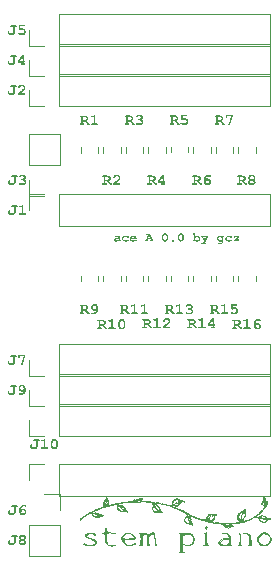
<source format=gbr>
%TF.SameCoordinates,Original*%
%TF.FileFunction,Legend,Top*%
%TF.FilePolarity,Positive*%
%FSLAX46Y46*%
G04 Gerber Fmt 4.6, Leading zero omitted, Abs format (unit mm)*
%MOMM*%
%LPD*%
G01*
G04 APERTURE LIST*
%ADD10C,0.125000*%
%ADD11C,0.200000*%
%ADD12C,0.120000*%
%ADD13C,0.050000*%
%ADD14C,0.000000*%
G04 APERTURE END LIST*
D10*
G36*
X133216463Y-52972324D02*
G01*
X133255637Y-52978411D01*
X133294911Y-52990336D01*
X133332088Y-53010087D01*
X133335761Y-53012696D01*
X133366364Y-53042230D01*
X133385632Y-53077832D01*
X133393566Y-53119503D01*
X133393793Y-53128565D01*
X133393793Y-53345452D01*
X133412942Y-53345452D01*
X133453007Y-53350963D01*
X133470974Y-53361084D01*
X133488211Y-53397086D01*
X133488364Y-53401726D01*
X133475049Y-53438506D01*
X133470974Y-53442563D01*
X133433963Y-53456778D01*
X133412942Y-53458000D01*
X133281050Y-53458000D01*
X133281050Y-53395473D01*
X133248014Y-53420972D01*
X133212504Y-53441196D01*
X133187457Y-53451747D01*
X133147569Y-53463892D01*
X133108075Y-53470047D01*
X133094840Y-53470505D01*
X133051548Y-53467696D01*
X133012530Y-53459270D01*
X132973744Y-53443075D01*
X132947317Y-53425564D01*
X132917538Y-53396419D01*
X132897521Y-53362200D01*
X132890848Y-53325718D01*
X132891562Y-53321614D01*
X133007498Y-53321614D01*
X133022348Y-53342912D01*
X133059615Y-53355078D01*
X133097575Y-53357958D01*
X133138038Y-53355081D01*
X133176927Y-53347935D01*
X133189606Y-53344866D01*
X133229489Y-53332523D01*
X133265631Y-53317084D01*
X133281050Y-53308914D01*
X133281050Y-53268858D01*
X133239827Y-53263088D01*
X133200664Y-53259454D01*
X133159965Y-53257926D01*
X133156389Y-53257916D01*
X133115291Y-53260625D01*
X133074448Y-53269865D01*
X133038175Y-53285662D01*
X133009416Y-53312553D01*
X133007498Y-53321614D01*
X132891562Y-53321614D01*
X132897908Y-53285131D01*
X132916335Y-53250202D01*
X132942317Y-53220426D01*
X132963144Y-53202424D01*
X132997410Y-53180192D01*
X133036950Y-53163421D01*
X133075038Y-53153392D01*
X133117000Y-53147375D01*
X133162837Y-53145369D01*
X133203458Y-53146907D01*
X133244603Y-53151021D01*
X133281050Y-53156311D01*
X133281050Y-53132863D01*
X133261988Y-53098677D01*
X133259362Y-53096911D01*
X133219761Y-53085164D01*
X133180482Y-53082856D01*
X133176710Y-53082842D01*
X133135018Y-53085425D01*
X133093893Y-53091524D01*
X133051922Y-53100080D01*
X133046968Y-53101210D01*
X133007477Y-53107619D01*
X133000855Y-53107853D01*
X132963542Y-53092816D01*
X132962558Y-53091831D01*
X132947064Y-53055569D01*
X132946926Y-53050993D01*
X132952397Y-53026764D01*
X132967833Y-53010156D01*
X133005237Y-52996200D01*
X133009062Y-52995110D01*
X133048606Y-52985516D01*
X133088837Y-52977983D01*
X133094254Y-52977134D01*
X133133117Y-52972225D01*
X133172802Y-52970295D01*
X133216463Y-52972324D01*
G37*
G36*
X134027457Y-53007811D02*
G01*
X134059924Y-52983997D01*
X134069271Y-52982801D01*
X134106125Y-52997243D01*
X134109131Y-53000386D01*
X134123526Y-53037576D01*
X134124763Y-53058614D01*
X134124763Y-53132082D01*
X134119817Y-53170921D01*
X134109131Y-53190700D01*
X134072775Y-53207744D01*
X134068099Y-53207895D01*
X134030028Y-53195609D01*
X134029020Y-53194803D01*
X134011698Y-53158259D01*
X134010848Y-53154552D01*
X133993116Y-53119382D01*
X133979194Y-53107853D01*
X133942292Y-53092612D01*
X133902334Y-53084821D01*
X133865279Y-53082842D01*
X133822940Y-53086150D01*
X133781770Y-53097584D01*
X133746782Y-53117184D01*
X133737491Y-53124657D01*
X133710125Y-53156036D01*
X133694119Y-53192680D01*
X133689424Y-53230561D01*
X133695909Y-53271328D01*
X133717570Y-53307616D01*
X133735538Y-53323764D01*
X133770415Y-53341796D01*
X133811952Y-53352314D01*
X133850905Y-53356755D01*
X133888922Y-53357958D01*
X133930367Y-53356622D01*
X133970138Y-53352067D01*
X134003814Y-53344280D01*
X134040319Y-53326146D01*
X134053835Y-53315752D01*
X134088034Y-53296404D01*
X134096626Y-53295431D01*
X134133281Y-53309232D01*
X134136487Y-53312235D01*
X134153225Y-53348872D01*
X134153290Y-53351705D01*
X134138842Y-53389632D01*
X134108296Y-53417147D01*
X134102097Y-53421265D01*
X134065563Y-53440451D01*
X134022297Y-53454925D01*
X133979854Y-53463580D01*
X133940706Y-53468149D01*
X133898124Y-53470312D01*
X133880129Y-53470505D01*
X133840518Y-53469255D01*
X133796738Y-53464456D01*
X133757051Y-53456057D01*
X133715925Y-53441709D01*
X133680371Y-53422461D01*
X133675747Y-53419311D01*
X133642147Y-53391814D01*
X133615498Y-53360757D01*
X133595802Y-53326143D01*
X133583057Y-53287970D01*
X133577264Y-53246239D01*
X133576877Y-53231538D01*
X133579694Y-53190486D01*
X133588143Y-53152183D01*
X133605120Y-53110969D01*
X133629764Y-53073494D01*
X133656989Y-53044350D01*
X133688822Y-53019183D01*
X133724089Y-52999223D01*
X133762790Y-52984470D01*
X133804927Y-52974924D01*
X133850498Y-52970585D01*
X133866452Y-52970295D01*
X133906042Y-52972091D01*
X133945638Y-52977998D01*
X133953207Y-52979674D01*
X133991895Y-52991398D01*
X134027457Y-53007811D01*
G37*
G36*
X134554007Y-52972509D02*
G01*
X134593608Y-52979149D01*
X134634658Y-52991567D01*
X134638259Y-52992961D01*
X134674267Y-53008848D01*
X134710010Y-53030337D01*
X134723646Y-53041614D01*
X134751444Y-53072572D01*
X134773498Y-53105391D01*
X134789103Y-53135404D01*
X134801726Y-53174745D01*
X134806534Y-53216344D01*
X134806689Y-53225871D01*
X134806689Y-53270421D01*
X134344581Y-53270421D01*
X134367036Y-53303935D01*
X134398761Y-53329249D01*
X134406912Y-53333924D01*
X134444923Y-53348570D01*
X134483398Y-53355611D01*
X134523313Y-53357934D01*
X134528057Y-53357958D01*
X134571284Y-53355363D01*
X134611663Y-53349550D01*
X134651223Y-53341738D01*
X134694728Y-53331384D01*
X134734522Y-53322536D01*
X134753933Y-53320442D01*
X134790879Y-53335479D01*
X134791839Y-53336464D01*
X134807215Y-53373353D01*
X134807275Y-53376325D01*
X134791872Y-53412491D01*
X134790862Y-53413450D01*
X134756295Y-53432071D01*
X134717842Y-53444009D01*
X134683591Y-53452138D01*
X134641410Y-53460173D01*
X134600060Y-53465913D01*
X134559540Y-53469357D01*
X134519850Y-53470505D01*
X134478974Y-53468754D01*
X134433398Y-53462031D01*
X134391614Y-53450266D01*
X134353622Y-53433459D01*
X134319422Y-53411610D01*
X134303744Y-53398795D01*
X134276187Y-53370670D01*
X134251242Y-53334922D01*
X134234059Y-53296015D01*
X134224635Y-53253947D01*
X134222655Y-53221963D01*
X134225733Y-53181588D01*
X134228669Y-53170379D01*
X134347903Y-53170379D01*
X134682027Y-53170379D01*
X134658427Y-53138335D01*
X134627097Y-53112048D01*
X134614421Y-53104727D01*
X134577835Y-53090558D01*
X134536024Y-53083612D01*
X134514965Y-53082842D01*
X134474317Y-53085920D01*
X134435119Y-53096200D01*
X134416096Y-53104727D01*
X134382463Y-53127968D01*
X134354739Y-53159736D01*
X134347903Y-53170379D01*
X134228669Y-53170379D01*
X134237102Y-53138181D01*
X134256849Y-53098758D01*
X134284974Y-53063318D01*
X134310192Y-53040442D01*
X134344026Y-53016603D01*
X134379728Y-52997696D01*
X134417299Y-52983722D01*
X134456738Y-52974680D01*
X134498045Y-52970569D01*
X134512230Y-52970295D01*
X134554007Y-52972509D01*
G37*
G36*
X136154323Y-53345452D02*
G01*
X136193372Y-53349421D01*
X136206689Y-53355613D01*
X136229901Y-53387888D01*
X136231895Y-53401726D01*
X136217773Y-53439548D01*
X136214700Y-53442563D01*
X136178050Y-53456778D01*
X136157059Y-53458000D01*
X136005433Y-53458000D01*
X135965368Y-53452558D01*
X135947401Y-53442563D01*
X135930357Y-53406368D01*
X135930206Y-53401726D01*
X135944328Y-53364064D01*
X135947401Y-53361084D01*
X135984411Y-53346689D01*
X136005433Y-53345452D01*
X136032983Y-53345452D01*
X136006019Y-53270421D01*
X135732272Y-53270421D01*
X135704916Y-53345452D01*
X135732272Y-53345452D01*
X135772337Y-53350963D01*
X135790304Y-53361084D01*
X135807541Y-53397086D01*
X135807694Y-53401726D01*
X135794380Y-53438506D01*
X135790304Y-53442563D01*
X135753294Y-53456778D01*
X135732272Y-53458000D01*
X135580646Y-53458000D01*
X135540649Y-53452558D01*
X135522809Y-53442563D01*
X135505572Y-53406368D01*
X135505419Y-53401726D01*
X135519332Y-53365096D01*
X135523591Y-53361084D01*
X135561746Y-53346689D01*
X135583381Y-53345452D01*
X135663848Y-53157874D01*
X135777408Y-53157874D01*
X135959320Y-53157874D01*
X135868657Y-52964238D01*
X135777408Y-53157874D01*
X135663848Y-53157874D01*
X135760408Y-52932780D01*
X135686745Y-52932780D01*
X135646680Y-52927338D01*
X135628713Y-52917344D01*
X135611475Y-52881148D01*
X135611323Y-52876506D01*
X135625605Y-52838844D01*
X135628713Y-52835864D01*
X135665723Y-52821469D01*
X135686745Y-52820233D01*
X135930206Y-52820233D01*
X136154323Y-53345452D01*
G37*
G36*
X137252029Y-52760473D02*
G01*
X137291611Y-52769908D01*
X137326298Y-52786039D01*
X137358142Y-52811266D01*
X137386168Y-52844178D01*
X137407958Y-52877349D01*
X137415984Y-52891356D01*
X137434620Y-52930459D01*
X137447931Y-52970784D01*
X137455918Y-53012330D01*
X137458580Y-53055096D01*
X137458580Y-53173115D01*
X137456348Y-53212219D01*
X137448100Y-53257043D01*
X137436193Y-53294778D01*
X137419821Y-53331882D01*
X137398984Y-53368354D01*
X137395077Y-53374371D01*
X137369347Y-53407041D01*
X137339783Y-53432952D01*
X137300448Y-53454639D01*
X137262580Y-53465905D01*
X137220879Y-53470411D01*
X137213556Y-53470505D01*
X137172996Y-53467719D01*
X137133141Y-53458219D01*
X137098273Y-53441977D01*
X137066610Y-53416527D01*
X137038828Y-53383493D01*
X137017288Y-53350279D01*
X137009369Y-53336269D01*
X136990989Y-53297202D01*
X136977861Y-53256988D01*
X136969984Y-53215625D01*
X136967359Y-53173115D01*
X136967359Y-53056073D01*
X137079906Y-53056073D01*
X137079906Y-53172138D01*
X137083130Y-53213915D01*
X137092802Y-53252884D01*
X137108922Y-53289045D01*
X137131490Y-53322396D01*
X137163827Y-53347921D01*
X137203770Y-53357645D01*
X137213556Y-53357958D01*
X137254359Y-53350478D01*
X137288205Y-53328038D01*
X137296598Y-53318879D01*
X137320212Y-53283335D01*
X137336097Y-53243309D01*
X137343729Y-53203968D01*
X137345447Y-53172138D01*
X137345447Y-53056073D01*
X137342247Y-53014442D01*
X137332648Y-52975522D01*
X137316651Y-52939313D01*
X137294254Y-52905815D01*
X137261764Y-52880290D01*
X137222067Y-52870566D01*
X137212383Y-52870254D01*
X137171180Y-52877733D01*
X137137157Y-52900173D01*
X137128755Y-52909332D01*
X137105141Y-52944876D01*
X137089256Y-52984902D01*
X137081623Y-53024243D01*
X137079906Y-53056073D01*
X136967359Y-53056073D01*
X136967359Y-53055096D01*
X136970379Y-53009755D01*
X136979439Y-52965198D01*
X136992012Y-52927632D01*
X137009023Y-52890643D01*
X137030471Y-52854231D01*
X137056135Y-52821428D01*
X137085646Y-52795411D01*
X137124937Y-52773637D01*
X137162782Y-52762325D01*
X137204474Y-52757801D01*
X137211797Y-52757706D01*
X137252029Y-52760473D01*
G37*
G36*
X137970709Y-53395473D02*
G01*
X137959995Y-53434548D01*
X137948043Y-53449011D01*
X137913314Y-53467482D01*
X137886103Y-53470505D01*
X137847016Y-53463704D01*
X137823967Y-53449011D01*
X137803691Y-53414471D01*
X137801497Y-53395473D01*
X137812118Y-53356399D01*
X137823967Y-53341935D01*
X137858864Y-53323464D01*
X137886103Y-53320442D01*
X137925127Y-53327243D01*
X137948043Y-53341935D01*
X137968495Y-53376476D01*
X137970709Y-53395473D01*
G37*
G36*
X138596341Y-52760473D02*
G01*
X138635923Y-52769908D01*
X138670611Y-52786039D01*
X138702454Y-52811266D01*
X138730481Y-52844178D01*
X138752271Y-52877349D01*
X138760297Y-52891356D01*
X138778933Y-52930459D01*
X138792244Y-52970784D01*
X138800230Y-53012330D01*
X138802893Y-53055096D01*
X138802893Y-53173115D01*
X138800660Y-53212219D01*
X138792412Y-53257043D01*
X138780505Y-53294778D01*
X138764133Y-53331882D01*
X138743297Y-53368354D01*
X138739390Y-53374371D01*
X138713659Y-53407041D01*
X138684096Y-53432952D01*
X138644761Y-53454639D01*
X138606893Y-53465905D01*
X138565191Y-53470411D01*
X138557868Y-53470505D01*
X138517309Y-53467719D01*
X138477454Y-53458219D01*
X138442586Y-53441977D01*
X138410923Y-53416527D01*
X138383140Y-53383493D01*
X138361601Y-53350279D01*
X138353681Y-53336269D01*
X138335302Y-53297202D01*
X138322174Y-53256988D01*
X138314297Y-53215625D01*
X138311672Y-53173115D01*
X138311672Y-53056073D01*
X138424219Y-53056073D01*
X138424219Y-53172138D01*
X138427443Y-53213915D01*
X138437115Y-53252884D01*
X138453235Y-53289045D01*
X138475803Y-53322396D01*
X138508140Y-53347921D01*
X138548083Y-53357645D01*
X138557868Y-53357958D01*
X138598671Y-53350478D01*
X138632518Y-53328038D01*
X138640911Y-53318879D01*
X138664524Y-53283335D01*
X138680410Y-53243309D01*
X138688042Y-53203968D01*
X138689759Y-53172138D01*
X138689759Y-53056073D01*
X138686560Y-53014442D01*
X138676961Y-52975522D01*
X138660963Y-52939313D01*
X138638566Y-52905815D01*
X138606077Y-52880290D01*
X138566380Y-52870566D01*
X138556696Y-52870254D01*
X138515492Y-52877733D01*
X138481469Y-52900173D01*
X138473067Y-52909332D01*
X138449454Y-52944876D01*
X138433569Y-52984902D01*
X138425936Y-53024243D01*
X138424219Y-53056073D01*
X138311672Y-53056073D01*
X138311672Y-53055096D01*
X138314692Y-53009755D01*
X138323752Y-52965198D01*
X138336325Y-52927632D01*
X138353336Y-52890643D01*
X138374784Y-52854231D01*
X138400448Y-52821428D01*
X138429958Y-52795411D01*
X138469249Y-52773637D01*
X138507095Y-52762325D01*
X138548787Y-52757801D01*
X138556110Y-52757706D01*
X138596341Y-52760473D01*
G37*
G36*
X139759152Y-53024029D02*
G01*
X139795489Y-53003149D01*
X139832349Y-52987356D01*
X139842976Y-52983778D01*
X139883082Y-52974100D01*
X139923531Y-52970348D01*
X139928950Y-52970295D01*
X139971583Y-52972968D01*
X140011702Y-52980984D01*
X140049307Y-52994345D01*
X140084398Y-53013050D01*
X140116975Y-53037100D01*
X140127275Y-53046304D01*
X140154965Y-53075913D01*
X140180030Y-53113252D01*
X140197297Y-53153603D01*
X140206765Y-53196964D01*
X140208755Y-53229779D01*
X140205043Y-53273127D01*
X140193907Y-53313239D01*
X140175347Y-53350116D01*
X140149364Y-53383759D01*
X140131183Y-53401531D01*
X140094956Y-53428406D01*
X140060124Y-53446189D01*
X140021802Y-53459121D01*
X139979991Y-53467204D01*
X139934690Y-53470437D01*
X139926801Y-53470505D01*
X139885215Y-53467843D01*
X139845090Y-53459857D01*
X139839850Y-53458390D01*
X139801391Y-53444500D01*
X139764047Y-53425543D01*
X139759152Y-53422633D01*
X139759152Y-53458000D01*
X139627261Y-53458000D01*
X139587196Y-53452558D01*
X139569229Y-53442563D01*
X139552186Y-53406368D01*
X139552034Y-53401726D01*
X139566477Y-53364064D01*
X139569620Y-53361084D01*
X139606507Y-53346689D01*
X139627261Y-53345452D01*
X139646605Y-53345452D01*
X139646605Y-53230756D01*
X139759152Y-53230756D01*
X139765335Y-53269719D01*
X139785986Y-53305603D01*
X139803116Y-53322200D01*
X139837636Y-53342558D01*
X139876470Y-53353732D01*
X139917490Y-53357818D01*
X139927387Y-53357958D01*
X139969606Y-53355129D01*
X140009845Y-53345352D01*
X140045997Y-53326530D01*
X140051658Y-53322200D01*
X140078686Y-53292800D01*
X140093890Y-53255120D01*
X140096012Y-53232319D01*
X140090217Y-53191484D01*
X140072831Y-53155220D01*
X140046968Y-53126220D01*
X140014301Y-53103345D01*
X139977359Y-53088942D01*
X139936143Y-53083012D01*
X139927387Y-53082842D01*
X139885503Y-53087079D01*
X139847779Y-53099787D01*
X139814215Y-53120967D01*
X139808001Y-53126220D01*
X139780190Y-53158143D01*
X139763923Y-53194268D01*
X139759152Y-53230756D01*
X139646605Y-53230756D01*
X139646605Y-52882759D01*
X139627261Y-52882759D01*
X139587196Y-52877317D01*
X139569229Y-52867323D01*
X139552186Y-52831127D01*
X139552034Y-52826485D01*
X139566156Y-52788823D01*
X139569229Y-52785843D01*
X139606239Y-52771448D01*
X139627261Y-52770212D01*
X139759152Y-52770212D01*
X139759152Y-53024029D01*
G37*
G36*
X140510443Y-53445494D02*
G01*
X140315440Y-53095348D01*
X140277399Y-53083529D01*
X140273625Y-53079912D01*
X140259417Y-53042188D01*
X140259362Y-53039074D01*
X140273483Y-53001412D01*
X140276556Y-52998432D01*
X140313567Y-52984037D01*
X140334588Y-52982801D01*
X140437366Y-52982801D01*
X140477431Y-52988311D01*
X140495398Y-52998432D01*
X140512635Y-53034434D01*
X140512788Y-53039074D01*
X140499474Y-53075854D01*
X140495398Y-53079912D01*
X140458102Y-53094383D01*
X140440688Y-53095348D01*
X140573751Y-53330993D01*
X140705642Y-53095348D01*
X140666104Y-53088700D01*
X140651909Y-53079912D01*
X140634865Y-53043716D01*
X140634714Y-53039074D01*
X140648836Y-53001412D01*
X140651909Y-52998432D01*
X140688919Y-52984037D01*
X140709941Y-52982801D01*
X140816040Y-52982801D01*
X140855616Y-52988311D01*
X140873486Y-52998432D01*
X140890723Y-53034434D01*
X140890876Y-53039074D01*
X140878680Y-53076897D01*
X140876026Y-53079912D01*
X140839118Y-53095107D01*
X140832062Y-53095348D01*
X140573751Y-53558041D01*
X140613675Y-53558041D01*
X140629243Y-53558041D01*
X140650572Y-53591138D01*
X140655621Y-53614315D01*
X140641339Y-53651977D01*
X140638231Y-53654957D01*
X140601300Y-53669352D01*
X140580199Y-53670588D01*
X140334588Y-53670588D01*
X140294523Y-53665078D01*
X140276556Y-53654957D01*
X140259513Y-53618955D01*
X140259362Y-53614315D01*
X140273483Y-53576493D01*
X140276556Y-53573478D01*
X140313567Y-53559262D01*
X140334588Y-53558041D01*
X140446745Y-53558041D01*
X140510443Y-53445494D01*
G37*
G36*
X141925430Y-52973043D02*
G01*
X141965272Y-52982031D01*
X141967694Y-52982801D01*
X142005649Y-52998334D01*
X142039546Y-53018754D01*
X142041748Y-53020316D01*
X142041748Y-52982801D01*
X142173639Y-52982801D01*
X142213636Y-52988311D01*
X142231476Y-52998432D01*
X142248713Y-53034434D01*
X142248866Y-53039074D01*
X142235552Y-53075854D01*
X142231476Y-53079912D01*
X142194646Y-53094127D01*
X142173639Y-53095348D01*
X142154295Y-53095348D01*
X142154295Y-53474803D01*
X142150778Y-53514004D01*
X142139030Y-53552007D01*
X142129285Y-53570547D01*
X142104546Y-53601983D01*
X142073868Y-53627624D01*
X142052495Y-53641084D01*
X142015484Y-53657882D01*
X141975379Y-53667707D01*
X141936235Y-53670588D01*
X141808643Y-53670588D01*
X141768578Y-53665078D01*
X141750611Y-53654957D01*
X141733567Y-53619082D01*
X141733416Y-53614510D01*
X141747538Y-53576688D01*
X141750611Y-53573673D01*
X141787621Y-53559278D01*
X141808643Y-53558041D01*
X141932914Y-53558041D01*
X141973637Y-53553292D01*
X142009369Y-53536231D01*
X142013025Y-53533226D01*
X142036251Y-53501387D01*
X142041748Y-53470896D01*
X142041748Y-53422438D01*
X142006417Y-53442307D01*
X141967973Y-53457634D01*
X141965545Y-53458390D01*
X141926368Y-53467476D01*
X141886214Y-53470505D01*
X141844442Y-53467977D01*
X141805294Y-53460393D01*
X141762937Y-53445155D01*
X141724152Y-53423036D01*
X141693751Y-53398600D01*
X141663602Y-53365438D01*
X141640857Y-53329042D01*
X141625518Y-53289410D01*
X141617584Y-53246543D01*
X141616375Y-53220595D01*
X141616391Y-53220400D01*
X141728922Y-53220400D01*
X141735379Y-53260407D01*
X141754751Y-53296018D01*
X141774840Y-53317316D01*
X141808578Y-53340455D01*
X141846658Y-53353989D01*
X141885042Y-53357958D01*
X141927067Y-53353155D01*
X141964752Y-53338748D01*
X141995244Y-53317316D01*
X142021387Y-53287527D01*
X142037530Y-53250817D01*
X142041162Y-53220400D01*
X142034705Y-53180723D01*
X142015333Y-53145222D01*
X141995244Y-53123875D01*
X141961506Y-53100514D01*
X141923426Y-53086850D01*
X141885042Y-53082842D01*
X141843017Y-53087691D01*
X141805332Y-53102237D01*
X141774840Y-53123875D01*
X141748697Y-53153706D01*
X141732554Y-53190251D01*
X141728922Y-53220400D01*
X141616391Y-53220400D01*
X141620078Y-53175737D01*
X141631185Y-53134170D01*
X141649698Y-53095894D01*
X141675616Y-53060909D01*
X141693751Y-53042396D01*
X141729474Y-53014302D01*
X141768769Y-52993108D01*
X141811636Y-52978815D01*
X141851222Y-52972056D01*
X141886214Y-52970295D01*
X141925430Y-52973043D01*
G37*
G36*
X142765489Y-53007811D02*
G01*
X142797956Y-52983997D01*
X142807303Y-52982801D01*
X142844157Y-52997243D01*
X142847163Y-53000386D01*
X142861559Y-53037576D01*
X142862795Y-53058614D01*
X142862795Y-53132082D01*
X142857849Y-53170921D01*
X142847163Y-53190700D01*
X142810808Y-53207744D01*
X142806131Y-53207895D01*
X142768060Y-53195609D01*
X142767052Y-53194803D01*
X142749730Y-53158259D01*
X142748880Y-53154552D01*
X142731148Y-53119382D01*
X142717226Y-53107853D01*
X142680324Y-53092612D01*
X142640366Y-53084821D01*
X142603311Y-53082842D01*
X142560972Y-53086150D01*
X142519802Y-53097584D01*
X142484814Y-53117184D01*
X142475524Y-53124657D01*
X142448157Y-53156036D01*
X142432151Y-53192680D01*
X142427457Y-53230561D01*
X142433941Y-53271328D01*
X142455602Y-53307616D01*
X142473570Y-53323764D01*
X142508447Y-53341796D01*
X142549984Y-53352314D01*
X142588937Y-53356755D01*
X142626954Y-53357958D01*
X142668399Y-53356622D01*
X142708170Y-53352067D01*
X142741846Y-53344280D01*
X142778352Y-53326146D01*
X142791867Y-53315752D01*
X142826066Y-53296404D01*
X142834658Y-53295431D01*
X142871313Y-53309232D01*
X142874519Y-53312235D01*
X142891257Y-53348872D01*
X142891323Y-53351705D01*
X142876874Y-53389632D01*
X142846328Y-53417147D01*
X142840129Y-53421265D01*
X142803595Y-53440451D01*
X142760329Y-53454925D01*
X142717886Y-53463580D01*
X142678738Y-53468149D01*
X142636156Y-53470312D01*
X142618161Y-53470505D01*
X142578550Y-53469255D01*
X142534770Y-53464456D01*
X142495083Y-53456057D01*
X142453957Y-53441709D01*
X142418403Y-53422461D01*
X142413779Y-53419311D01*
X142380179Y-53391814D01*
X142353530Y-53360757D01*
X142333834Y-53326143D01*
X142321089Y-53287970D01*
X142315296Y-53246239D01*
X142314909Y-53231538D01*
X142317726Y-53190486D01*
X142326175Y-53152183D01*
X142343152Y-53110969D01*
X142367796Y-53073494D01*
X142395021Y-53044350D01*
X142426854Y-53019183D01*
X142462121Y-52999223D01*
X142500823Y-52984470D01*
X142542959Y-52974924D01*
X142588530Y-52970585D01*
X142604484Y-52970295D01*
X142644074Y-52972091D01*
X142683670Y-52977998D01*
X142691239Y-52979674D01*
X142729927Y-52991398D01*
X142765489Y-53007811D01*
G37*
G36*
X143201413Y-53345452D02*
G01*
X143399152Y-53345452D01*
X143405968Y-53305619D01*
X143416347Y-53287811D01*
X143452377Y-53270489D01*
X143455230Y-53270421D01*
X143492010Y-53283735D01*
X143496068Y-53287811D01*
X143510643Y-53324540D01*
X143511895Y-53345452D01*
X143511895Y-53458000D01*
X143021651Y-53458000D01*
X143021651Y-53369095D01*
X143318454Y-53095348D01*
X143145726Y-53095348D01*
X143145726Y-53107853D01*
X143140215Y-53147755D01*
X143130094Y-53165690D01*
X143093899Y-53182733D01*
X143089257Y-53182884D01*
X143052285Y-53169720D01*
X143048224Y-53165690D01*
X143033829Y-53128780D01*
X143032593Y-53107853D01*
X143033179Y-52982801D01*
X143499194Y-52982801D01*
X143499194Y-53070728D01*
X143201413Y-53345452D01*
G37*
D11*
G36*
X132361121Y-47880307D02*
G01*
X132409933Y-47887854D01*
X132460933Y-47903020D01*
X132505529Y-47925034D01*
X132538657Y-47949354D01*
X132574560Y-47987090D01*
X132600206Y-48028733D01*
X132616795Y-48080253D01*
X132620722Y-48123743D01*
X132614353Y-48173684D01*
X132595246Y-48219916D01*
X132582132Y-48240003D01*
X132547877Y-48277555D01*
X132506821Y-48309082D01*
X132466361Y-48332815D01*
X132503684Y-48364896D01*
X132539926Y-48400376D01*
X132561860Y-48423674D01*
X132593636Y-48462282D01*
X132624506Y-48503309D01*
X132646856Y-48534316D01*
X132695714Y-48538489D01*
X132717687Y-48547505D01*
X132746252Y-48587398D01*
X132748705Y-48604658D01*
X132731053Y-48651935D01*
X132727212Y-48655704D01*
X132681399Y-48673473D01*
X132655160Y-48675000D01*
X132574805Y-48675000D01*
X132543217Y-48630430D01*
X132512660Y-48589322D01*
X132473520Y-48539893D01*
X132436212Y-48496616D01*
X132400736Y-48459491D01*
X132358966Y-48421736D01*
X132312621Y-48389118D01*
X132290994Y-48378000D01*
X132151532Y-48378000D01*
X132151532Y-48534316D01*
X132202578Y-48534316D01*
X132252574Y-48541204D01*
X132274874Y-48553855D01*
X132296421Y-48598857D01*
X132296612Y-48604658D01*
X132279969Y-48650632D01*
X132274874Y-48655704D01*
X132228836Y-48673473D01*
X132202578Y-48675000D01*
X131988866Y-48675000D01*
X131938784Y-48668197D01*
X131916326Y-48655704D01*
X131895021Y-48610460D01*
X131894832Y-48604658D01*
X131912886Y-48557580D01*
X131916814Y-48553855D01*
X131962923Y-48535861D01*
X131988866Y-48534316D01*
X132010848Y-48534316D01*
X132010848Y-48237316D01*
X132151532Y-48237316D01*
X132261441Y-48237316D01*
X132312558Y-48233997D01*
X132361724Y-48223074D01*
X132370862Y-48219975D01*
X132416278Y-48200561D01*
X132457568Y-48170882D01*
X132479687Y-48126136D01*
X132480038Y-48119836D01*
X132461631Y-48073103D01*
X132437296Y-48050471D01*
X132392583Y-48028598D01*
X132342277Y-48019600D01*
X132312976Y-48018475D01*
X132151532Y-48018475D01*
X132151532Y-48237316D01*
X132010848Y-48237316D01*
X132010848Y-48018475D01*
X131988866Y-48018475D01*
X131938784Y-48011672D01*
X131916326Y-47999180D01*
X131895021Y-47953935D01*
X131894832Y-47948133D01*
X131912485Y-47901055D01*
X131916326Y-47897330D01*
X131962589Y-47879336D01*
X131988866Y-47877791D01*
X132307603Y-47877791D01*
X132361121Y-47880307D01*
G37*
G36*
X133005649Y-48534316D02*
G01*
X133314128Y-48534316D01*
X133360592Y-48518699D01*
X133361999Y-48518684D01*
X133408134Y-48534953D01*
X133413046Y-48539933D01*
X133430590Y-48585999D01*
X133432097Y-48612473D01*
X133432097Y-48675000D01*
X132790471Y-48675000D01*
X132790471Y-48518684D01*
X132836860Y-48482984D01*
X132880894Y-48448911D01*
X132922574Y-48416466D01*
X132961899Y-48385648D01*
X133016471Y-48342474D01*
X133065746Y-48302961D01*
X133109723Y-48267111D01*
X133148401Y-48234924D01*
X133191731Y-48197703D01*
X133232649Y-48160333D01*
X133250136Y-48142794D01*
X133279995Y-48101151D01*
X133289948Y-48061706D01*
X133277264Y-48014013D01*
X133245007Y-47977198D01*
X133199934Y-47951986D01*
X133152146Y-47941614D01*
X133125084Y-47940317D01*
X133076199Y-47945656D01*
X133029716Y-47963660D01*
X132999543Y-47985502D01*
X132969660Y-48027231D01*
X132957533Y-48057065D01*
X132931155Y-48099563D01*
X132889634Y-48112264D01*
X132843815Y-48095213D01*
X132839808Y-48091503D01*
X132818885Y-48045894D01*
X132818803Y-48042411D01*
X132829556Y-47992107D01*
X132852291Y-47945639D01*
X132856905Y-47937875D01*
X132887227Y-47897693D01*
X132925803Y-47863456D01*
X132968035Y-47837491D01*
X133015071Y-47817527D01*
X133064588Y-47804957D01*
X133116585Y-47799781D01*
X133127282Y-47799633D01*
X133183228Y-47803443D01*
X133234592Y-47814874D01*
X133281375Y-47833924D01*
X133323577Y-47860595D01*
X133345635Y-47879256D01*
X133378849Y-47915597D01*
X133406818Y-47961080D01*
X133424133Y-48010776D01*
X133430792Y-48064685D01*
X133430876Y-48071720D01*
X133426201Y-48120520D01*
X133410816Y-48169174D01*
X133406451Y-48178454D01*
X133378550Y-48219635D01*
X133345047Y-48256247D01*
X133306217Y-48292910D01*
X133289459Y-48307658D01*
X133250917Y-48340126D01*
X133207389Y-48375583D01*
X133163716Y-48410509D01*
X133123935Y-48441971D01*
X133079849Y-48476562D01*
X133031458Y-48514282D01*
X133005649Y-48534316D01*
G37*
G36*
X143791121Y-47880307D02*
G01*
X143839933Y-47887854D01*
X143890933Y-47903020D01*
X143935529Y-47925034D01*
X143968657Y-47949354D01*
X144004560Y-47987090D01*
X144030206Y-48028733D01*
X144046795Y-48080253D01*
X144050722Y-48123743D01*
X144044353Y-48173684D01*
X144025246Y-48219916D01*
X144012132Y-48240003D01*
X143977877Y-48277555D01*
X143936821Y-48309082D01*
X143896361Y-48332815D01*
X143933684Y-48364896D01*
X143969926Y-48400376D01*
X143991860Y-48423674D01*
X144023636Y-48462282D01*
X144054506Y-48503309D01*
X144076856Y-48534316D01*
X144125714Y-48538489D01*
X144147687Y-48547505D01*
X144176252Y-48587398D01*
X144178705Y-48604658D01*
X144161053Y-48651935D01*
X144157212Y-48655704D01*
X144111399Y-48673473D01*
X144085160Y-48675000D01*
X144004805Y-48675000D01*
X143973217Y-48630430D01*
X143942660Y-48589322D01*
X143903520Y-48539893D01*
X143866212Y-48496616D01*
X143830736Y-48459491D01*
X143788966Y-48421736D01*
X143742621Y-48389118D01*
X143720994Y-48378000D01*
X143581532Y-48378000D01*
X143581532Y-48534316D01*
X143632578Y-48534316D01*
X143682574Y-48541204D01*
X143704874Y-48553855D01*
X143726421Y-48598857D01*
X143726612Y-48604658D01*
X143709969Y-48650632D01*
X143704874Y-48655704D01*
X143658836Y-48673473D01*
X143632578Y-48675000D01*
X143418866Y-48675000D01*
X143368784Y-48668197D01*
X143346326Y-48655704D01*
X143325021Y-48610460D01*
X143324832Y-48604658D01*
X143342886Y-48557580D01*
X143346814Y-48553855D01*
X143392923Y-48535861D01*
X143418866Y-48534316D01*
X143440848Y-48534316D01*
X143440848Y-48237316D01*
X143581532Y-48237316D01*
X143691441Y-48237316D01*
X143742558Y-48233997D01*
X143791724Y-48223074D01*
X143800862Y-48219975D01*
X143846278Y-48200561D01*
X143887568Y-48170882D01*
X143909687Y-48126136D01*
X143910038Y-48119836D01*
X143891631Y-48073103D01*
X143867296Y-48050471D01*
X143822583Y-48028598D01*
X143772277Y-48019600D01*
X143742976Y-48018475D01*
X143581532Y-48018475D01*
X143581532Y-48237316D01*
X143440848Y-48237316D01*
X143440848Y-48018475D01*
X143418866Y-48018475D01*
X143368784Y-48011672D01*
X143346326Y-47999180D01*
X143325021Y-47953935D01*
X143324832Y-47948133D01*
X143342485Y-47901055D01*
X143346326Y-47897330D01*
X143392589Y-47879336D01*
X143418866Y-47877791D01*
X143737603Y-47877791D01*
X143791121Y-47880307D01*
G37*
G36*
X144622461Y-47803221D02*
G01*
X144672184Y-47813985D01*
X144723543Y-47835074D01*
X144769072Y-47865536D01*
X144779543Y-47874616D01*
X144815660Y-47913786D01*
X144841458Y-47956559D01*
X144856937Y-48002935D01*
X144862097Y-48052913D01*
X144856891Y-48101596D01*
X144839863Y-48150803D01*
X144838405Y-48153785D01*
X144810828Y-48196919D01*
X144775405Y-48234853D01*
X144766598Y-48242690D01*
X144806179Y-48276851D01*
X144838797Y-48317696D01*
X144847931Y-48333304D01*
X144866631Y-48379506D01*
X144874859Y-48429635D01*
X144875286Y-48444678D01*
X144870409Y-48493726D01*
X144854117Y-48543449D01*
X144840604Y-48568754D01*
X144809028Y-48607737D01*
X144770307Y-48637619D01*
X144731671Y-48657903D01*
X144683667Y-48675162D01*
X144632467Y-48686029D01*
X144583654Y-48690343D01*
X144566807Y-48690631D01*
X144517228Y-48688042D01*
X144465403Y-48679093D01*
X144417012Y-48663751D01*
X144403165Y-48657903D01*
X144357628Y-48632544D01*
X144318221Y-48598364D01*
X144295698Y-48568265D01*
X144274563Y-48524210D01*
X144262675Y-48473383D01*
X144261326Y-48450052D01*
X144401943Y-48450052D01*
X144417972Y-48496210D01*
X144442976Y-48520150D01*
X144491011Y-48541537D01*
X144542886Y-48549220D01*
X144568029Y-48549947D01*
X144620962Y-48546426D01*
X144670198Y-48533186D01*
X144693325Y-48520150D01*
X144726504Y-48482798D01*
X144734358Y-48448831D01*
X144722390Y-48400287D01*
X144689432Y-48359325D01*
X144686486Y-48356751D01*
X144643960Y-48330026D01*
X144593774Y-48316925D01*
X144568029Y-48315474D01*
X144518283Y-48321279D01*
X144471601Y-48340668D01*
X144449571Y-48356751D01*
X144417013Y-48394805D01*
X144402129Y-48443562D01*
X144401943Y-48450052D01*
X144261326Y-48450052D01*
X144261015Y-48444678D01*
X144266204Y-48393428D01*
X144281772Y-48346104D01*
X144288126Y-48333304D01*
X144317084Y-48290955D01*
X144353350Y-48255399D01*
X144369703Y-48242690D01*
X144335034Y-48207512D01*
X144306263Y-48167735D01*
X144298140Y-48153053D01*
X144280188Y-48104326D01*
X144274716Y-48057309D01*
X144414888Y-48057309D01*
X144426400Y-48105266D01*
X144455677Y-48140596D01*
X144500531Y-48165140D01*
X144549737Y-48174256D01*
X144566807Y-48174790D01*
X144618450Y-48169147D01*
X144666317Y-48148610D01*
X144676961Y-48140596D01*
X144708978Y-48100060D01*
X144717994Y-48057309D01*
X144706413Y-48009734D01*
X144676961Y-47974511D01*
X144632443Y-47949967D01*
X144583702Y-47940851D01*
X144566807Y-47940317D01*
X144514650Y-47945960D01*
X144469209Y-47964660D01*
X144455677Y-47974511D01*
X144423851Y-48014909D01*
X144414888Y-48057309D01*
X144274716Y-48057309D01*
X144274204Y-48052913D01*
X144279349Y-48002935D01*
X144294782Y-47956559D01*
X144320504Y-47913786D01*
X144356514Y-47874616D01*
X144400707Y-47841811D01*
X144450731Y-47818379D01*
X144499285Y-47805564D01*
X144552304Y-47799926D01*
X144568273Y-47799633D01*
X144622461Y-47803221D01*
G37*
G36*
X130456121Y-58821507D02*
G01*
X130504933Y-58829054D01*
X130555933Y-58844220D01*
X130600529Y-58866234D01*
X130633657Y-58890554D01*
X130669560Y-58928290D01*
X130695206Y-58969933D01*
X130711795Y-59021453D01*
X130715722Y-59064943D01*
X130709353Y-59114884D01*
X130690246Y-59161116D01*
X130677132Y-59181203D01*
X130642877Y-59218755D01*
X130601821Y-59250282D01*
X130561361Y-59274015D01*
X130598684Y-59306096D01*
X130634926Y-59341576D01*
X130656860Y-59364874D01*
X130688636Y-59403482D01*
X130719506Y-59444509D01*
X130741856Y-59475516D01*
X130790714Y-59479689D01*
X130812687Y-59488705D01*
X130841252Y-59528598D01*
X130843705Y-59545858D01*
X130826053Y-59593135D01*
X130822212Y-59596904D01*
X130776399Y-59614673D01*
X130750160Y-59616200D01*
X130669805Y-59616200D01*
X130638217Y-59571630D01*
X130607660Y-59530522D01*
X130568520Y-59481093D01*
X130531212Y-59437816D01*
X130495736Y-59400691D01*
X130453966Y-59362936D01*
X130407621Y-59330318D01*
X130385994Y-59319200D01*
X130246532Y-59319200D01*
X130246532Y-59475516D01*
X130297578Y-59475516D01*
X130347574Y-59482404D01*
X130369874Y-59495055D01*
X130391421Y-59540057D01*
X130391612Y-59545858D01*
X130374969Y-59591832D01*
X130369874Y-59596904D01*
X130323836Y-59614673D01*
X130297578Y-59616200D01*
X130083866Y-59616200D01*
X130033784Y-59609397D01*
X130011326Y-59596904D01*
X129990021Y-59551660D01*
X129989832Y-59545858D01*
X130007886Y-59498780D01*
X130011814Y-59495055D01*
X130057923Y-59477061D01*
X130083866Y-59475516D01*
X130105848Y-59475516D01*
X130105848Y-59178516D01*
X130246532Y-59178516D01*
X130356441Y-59178516D01*
X130407558Y-59175197D01*
X130456724Y-59164274D01*
X130465862Y-59161175D01*
X130511278Y-59141761D01*
X130552568Y-59112082D01*
X130574687Y-59067336D01*
X130575038Y-59061036D01*
X130556631Y-59014303D01*
X130532296Y-58991671D01*
X130487583Y-58969798D01*
X130437277Y-58960800D01*
X130407976Y-58959675D01*
X130246532Y-58959675D01*
X130246532Y-59178516D01*
X130105848Y-59178516D01*
X130105848Y-58959675D01*
X130083866Y-58959675D01*
X130033784Y-58952872D01*
X130011326Y-58940380D01*
X129990021Y-58895135D01*
X129989832Y-58889333D01*
X130007485Y-58842255D01*
X130011326Y-58838530D01*
X130057589Y-58820536D01*
X130083866Y-58818991D01*
X130402603Y-58818991D01*
X130456121Y-58821507D01*
G37*
G36*
X131291006Y-58744558D02*
G01*
X131343569Y-58757652D01*
X131392036Y-58780175D01*
X131422072Y-58800428D01*
X131458327Y-58833386D01*
X131489422Y-58872907D01*
X131515358Y-58918993D01*
X131533819Y-58964702D01*
X131536134Y-58971643D01*
X131550314Y-59021050D01*
X131561011Y-59071393D01*
X131568226Y-59122671D01*
X131571957Y-59174883D01*
X131572526Y-59205139D01*
X131569916Y-59255403D01*
X131559311Y-59314660D01*
X131540549Y-59369945D01*
X131513630Y-59421258D01*
X131478554Y-59468600D01*
X131435320Y-59511971D01*
X131405464Y-59536088D01*
X131364550Y-59563670D01*
X131313831Y-59590598D01*
X131261344Y-59610794D01*
X131207087Y-59624258D01*
X131151062Y-59630990D01*
X131122386Y-59631831D01*
X131072985Y-59628325D01*
X131023525Y-59614861D01*
X130990495Y-59595927D01*
X130961480Y-59554273D01*
X130958988Y-59533645D01*
X130974509Y-59486549D01*
X130979260Y-59481133D01*
X131023626Y-59460071D01*
X131029086Y-59459884D01*
X131066211Y-59473317D01*
X131113461Y-59490712D01*
X131122631Y-59491147D01*
X131174838Y-59486888D01*
X131224968Y-59474111D01*
X131273023Y-59452816D01*
X131319002Y-59423003D01*
X131359760Y-59387054D01*
X131391908Y-59347349D01*
X131415447Y-59303889D01*
X131430377Y-59256674D01*
X131388805Y-59287291D01*
X131344544Y-59312400D01*
X131333412Y-59317246D01*
X131285391Y-59330968D01*
X131240844Y-59334832D01*
X131185951Y-59329443D01*
X131134599Y-59313277D01*
X131086788Y-59286334D01*
X131047859Y-59253918D01*
X131042519Y-59248614D01*
X131009495Y-59208907D01*
X130984583Y-59165226D01*
X130967781Y-59117572D01*
X130959091Y-59065943D01*
X130957767Y-59034657D01*
X130957858Y-59033436D01*
X131098451Y-59033436D01*
X131104393Y-59083445D01*
X131124240Y-59128939D01*
X131140705Y-59149696D01*
X131179968Y-59180083D01*
X131227119Y-59193757D01*
X131237181Y-59194148D01*
X131289488Y-59182324D01*
X131333616Y-59151962D01*
X131370400Y-59110067D01*
X131400571Y-59062772D01*
X131410349Y-59044671D01*
X131394029Y-58994291D01*
X131371174Y-58950499D01*
X131343182Y-58918886D01*
X131298946Y-58892064D01*
X131249129Y-58881663D01*
X131242065Y-58881517D01*
X131193119Y-58889464D01*
X131148250Y-58915618D01*
X131140216Y-58923038D01*
X131111666Y-58964605D01*
X131099470Y-59012580D01*
X131098451Y-59033436D01*
X130957858Y-59033436D01*
X130961415Y-58985855D01*
X130974242Y-58933688D01*
X130996303Y-58884420D01*
X131016141Y-58853185D01*
X131048301Y-58815003D01*
X131091638Y-58780442D01*
X131141239Y-58756633D01*
X131188740Y-58744783D01*
X131240844Y-58740833D01*
X131291006Y-58744558D01*
G37*
G36*
X141466023Y-58815307D02*
G01*
X141514835Y-58822854D01*
X141565835Y-58838020D01*
X141610431Y-58860034D01*
X141643559Y-58884354D01*
X141679462Y-58922090D01*
X141705108Y-58963733D01*
X141721697Y-59015253D01*
X141725624Y-59058743D01*
X141719255Y-59108684D01*
X141700148Y-59154916D01*
X141687034Y-59175003D01*
X141652779Y-59212555D01*
X141611723Y-59244082D01*
X141571263Y-59267815D01*
X141608586Y-59299896D01*
X141644828Y-59335376D01*
X141666762Y-59358674D01*
X141698538Y-59397282D01*
X141729408Y-59438309D01*
X141751758Y-59469316D01*
X141800616Y-59473489D01*
X141822589Y-59482505D01*
X141851154Y-59522398D01*
X141853607Y-59539658D01*
X141835955Y-59586935D01*
X141832114Y-59590704D01*
X141786301Y-59608473D01*
X141760062Y-59610000D01*
X141679707Y-59610000D01*
X141648119Y-59565430D01*
X141617562Y-59524322D01*
X141578422Y-59474893D01*
X141541114Y-59431616D01*
X141505638Y-59394491D01*
X141463868Y-59356736D01*
X141417523Y-59324118D01*
X141395896Y-59313000D01*
X141256434Y-59313000D01*
X141256434Y-59469316D01*
X141307480Y-59469316D01*
X141357476Y-59476204D01*
X141379776Y-59488855D01*
X141401323Y-59533857D01*
X141401514Y-59539658D01*
X141384871Y-59585632D01*
X141379776Y-59590704D01*
X141333738Y-59608473D01*
X141307480Y-59610000D01*
X141093768Y-59610000D01*
X141043686Y-59603197D01*
X141021228Y-59590704D01*
X140999923Y-59545460D01*
X140999734Y-59539658D01*
X141017788Y-59492580D01*
X141021716Y-59488855D01*
X141067825Y-59470861D01*
X141093768Y-59469316D01*
X141115750Y-59469316D01*
X141115750Y-59172316D01*
X141256434Y-59172316D01*
X141366343Y-59172316D01*
X141417460Y-59168997D01*
X141466626Y-59158074D01*
X141475764Y-59154975D01*
X141521180Y-59135561D01*
X141562470Y-59105882D01*
X141584589Y-59061136D01*
X141584940Y-59054836D01*
X141566533Y-59008103D01*
X141542198Y-58985471D01*
X141497485Y-58963598D01*
X141447179Y-58954600D01*
X141417878Y-58953475D01*
X141256434Y-58953475D01*
X141256434Y-59172316D01*
X141115750Y-59172316D01*
X141115750Y-58953475D01*
X141093768Y-58953475D01*
X141043686Y-58946672D01*
X141021228Y-58934180D01*
X140999923Y-58888935D01*
X140999734Y-58883133D01*
X141017387Y-58836055D01*
X141021228Y-58832330D01*
X141067491Y-58814336D01*
X141093768Y-58812791D01*
X141412505Y-58812791D01*
X141466023Y-58815307D01*
G37*
G36*
X142313761Y-58734633D02*
G01*
X142313761Y-59469316D01*
X142455910Y-59469316D01*
X142506110Y-59476204D01*
X142528450Y-59488855D01*
X142549997Y-59533857D01*
X142550188Y-59539658D01*
X142533545Y-59585632D01*
X142528450Y-59590704D01*
X142482286Y-59608473D01*
X142455910Y-59610000D01*
X142030683Y-59610000D01*
X141980602Y-59603197D01*
X141958143Y-59590704D01*
X141936839Y-59545460D01*
X141936650Y-59539658D01*
X141954302Y-59492580D01*
X141958143Y-59488855D01*
X142004406Y-59470861D01*
X142030683Y-59469316D01*
X142173077Y-59469316D01*
X142173077Y-58926120D01*
X142047292Y-58960558D01*
X142001863Y-58969106D01*
X141956685Y-58948248D01*
X141955457Y-58946880D01*
X141936223Y-58900318D01*
X141935917Y-58892414D01*
X141950328Y-58846252D01*
X141994705Y-58821446D01*
X142010900Y-58816454D01*
X142313761Y-58734633D01*
G37*
G36*
X142963691Y-58890949D02*
G01*
X142963691Y-59062896D01*
X143011261Y-59046409D01*
X143060283Y-59035327D01*
X143105840Y-59031632D01*
X143160573Y-59035665D01*
X143211074Y-59047761D01*
X143257344Y-59067922D01*
X143299384Y-59096147D01*
X143321507Y-59115896D01*
X143355006Y-59154992D01*
X143380278Y-59198763D01*
X143397321Y-59247209D01*
X143406137Y-59300330D01*
X143407480Y-59332784D01*
X143404424Y-59382088D01*
X143393130Y-59434358D01*
X143373515Y-59480971D01*
X143345579Y-59521927D01*
X143320530Y-59547718D01*
X143278071Y-59578076D01*
X143226777Y-59600979D01*
X143175778Y-59614674D01*
X143118287Y-59622892D01*
X143065420Y-59625555D01*
X143054305Y-59625631D01*
X142997364Y-59623433D01*
X142945060Y-59616838D01*
X142897393Y-59605847D01*
X142847641Y-59587468D01*
X142804201Y-59563105D01*
X142767636Y-59529465D01*
X142750764Y-59483212D01*
X142750711Y-59480307D01*
X142767962Y-59432959D01*
X142771716Y-59428771D01*
X142816207Y-59406983D01*
X142821542Y-59406789D01*
X142866608Y-59427172D01*
X142873566Y-59433412D01*
X142913677Y-59462063D01*
X142932672Y-59470048D01*
X142982803Y-59481222D01*
X143032617Y-59484816D01*
X143045268Y-59484947D01*
X143097369Y-59483171D01*
X143147382Y-59476790D01*
X143195600Y-59462288D01*
X143219902Y-59447822D01*
X143251792Y-59407765D01*
X143265413Y-59357005D01*
X143266552Y-59334005D01*
X143260232Y-59281970D01*
X143239123Y-59235908D01*
X143221612Y-59215547D01*
X143180824Y-59187557D01*
X143131492Y-59173836D01*
X143105840Y-59172316D01*
X143056138Y-59177254D01*
X143007857Y-59190140D01*
X142962119Y-59208309D01*
X142932184Y-59222875D01*
X142893838Y-59234842D01*
X142847168Y-59216789D01*
X142843279Y-59212861D01*
X142823502Y-59166551D01*
X142823007Y-59155952D01*
X142823007Y-58750265D01*
X143253607Y-58750265D01*
X143303603Y-58757153D01*
X143325903Y-58769804D01*
X143347450Y-58815048D01*
X143347641Y-58820851D01*
X143329788Y-58867645D01*
X143325903Y-58871409D01*
X143279865Y-58889403D01*
X143253607Y-58890949D01*
X142963691Y-58890949D01*
G37*
G36*
X124560860Y-75958475D02*
G01*
X124560860Y-76360254D01*
X124557081Y-76412827D01*
X124543123Y-76463050D01*
X124533993Y-76480910D01*
X124504617Y-76521425D01*
X124468086Y-76556263D01*
X124424398Y-76585424D01*
X124414802Y-76590575D01*
X124365319Y-76611698D01*
X124314262Y-76624998D01*
X124261631Y-76630475D01*
X124250915Y-76630631D01*
X124198664Y-76626166D01*
X124147757Y-76615233D01*
X124091199Y-76597739D01*
X124039752Y-76578149D01*
X123984381Y-76554004D01*
X123949276Y-76537330D01*
X123949276Y-76314825D01*
X123956908Y-76264526D01*
X123968815Y-76244972D01*
X124014260Y-76224393D01*
X124020106Y-76224211D01*
X124066900Y-76241061D01*
X124070664Y-76244727D01*
X124088982Y-76291027D01*
X124090204Y-76313360D01*
X124090204Y-76444030D01*
X124136915Y-76464118D01*
X124185232Y-76479858D01*
X124233661Y-76488826D01*
X124255800Y-76489947D01*
X124304722Y-76483215D01*
X124331271Y-76474316D01*
X124374468Y-76451170D01*
X124390378Y-76436946D01*
X124416512Y-76394204D01*
X124419918Y-76344559D01*
X124419932Y-76339249D01*
X124419932Y-75958475D01*
X124248962Y-75958475D01*
X124198880Y-75951672D01*
X124176421Y-75939180D01*
X124154875Y-75893935D01*
X124154684Y-75888133D01*
X124172537Y-75841055D01*
X124176421Y-75837330D01*
X124222684Y-75819336D01*
X124248962Y-75817791D01*
X124643169Y-75817791D01*
X124693165Y-75824679D01*
X124715465Y-75837330D01*
X124737012Y-75882332D01*
X124737203Y-75888133D01*
X124720560Y-75934108D01*
X124715465Y-75939180D01*
X124669427Y-75956948D01*
X124643169Y-75958475D01*
X124560860Y-75958475D01*
G37*
G36*
X125360033Y-75743068D02*
G01*
X125409950Y-75756257D01*
X125443309Y-75774804D01*
X125471874Y-75815773D01*
X125474328Y-75835376D01*
X125459548Y-75882478D01*
X125453567Y-75889598D01*
X125409561Y-75911387D01*
X125404230Y-75911580D01*
X125358771Y-75893014D01*
X125356847Y-75891796D01*
X125321188Y-75880317D01*
X125269977Y-75885194D01*
X125221887Y-75898234D01*
X125181725Y-75915000D01*
X125138553Y-75940173D01*
X125099102Y-75972645D01*
X125063372Y-76012415D01*
X125056673Y-76021245D01*
X125030409Y-76065998D01*
X125012034Y-76114536D01*
X125003916Y-76146053D01*
X125044387Y-76116581D01*
X125089081Y-76091690D01*
X125100636Y-76086702D01*
X125148325Y-76072597D01*
X125199066Y-76067896D01*
X125252555Y-76073208D01*
X125302625Y-76089145D01*
X125349276Y-76115706D01*
X125387290Y-76147663D01*
X125392507Y-76152892D01*
X125424959Y-76192028D01*
X125449441Y-76235278D01*
X125465952Y-76282642D01*
X125474492Y-76334120D01*
X125475793Y-76365383D01*
X125472088Y-76415142D01*
X125458781Y-76466684D01*
X125435795Y-76512549D01*
X125403132Y-76552734D01*
X125398368Y-76557358D01*
X125356328Y-76589415D01*
X125307388Y-76612313D01*
X125258905Y-76624835D01*
X125205140Y-76630345D01*
X125188808Y-76630631D01*
X125135929Y-76627563D01*
X125087936Y-76618358D01*
X125039782Y-76600667D01*
X125006603Y-76581538D01*
X124969249Y-76549594D01*
X124937420Y-76509264D01*
X124913767Y-76466377D01*
X124898892Y-76429863D01*
X124882970Y-76377107D01*
X124878661Y-76356591D01*
X125024433Y-76356591D01*
X125041363Y-76403741D01*
X125068171Y-76447138D01*
X125083784Y-76461859D01*
X125129335Y-76482925D01*
X125178035Y-76489700D01*
X125190762Y-76489947D01*
X125241840Y-76484344D01*
X125287654Y-76463954D01*
X125297496Y-76455997D01*
X125325706Y-76415942D01*
X125335073Y-76367298D01*
X125335109Y-76363674D01*
X125328015Y-76313206D01*
X125304507Y-76267151D01*
X125292123Y-76252787D01*
X125252499Y-76222567D01*
X125202292Y-76208752D01*
X125195647Y-76208579D01*
X125145707Y-76220944D01*
X125104300Y-76247658D01*
X125067789Y-76284489D01*
X125039023Y-76327502D01*
X125024433Y-76356591D01*
X124878661Y-76356591D01*
X124872770Y-76328541D01*
X124866053Y-76277731D01*
X124862819Y-76224677D01*
X124862500Y-76201252D01*
X124865033Y-76146435D01*
X124872632Y-76095190D01*
X124885297Y-76047517D01*
X124906476Y-75996413D01*
X124934551Y-75950170D01*
X124967289Y-75908510D01*
X125002458Y-75871150D01*
X125040058Y-75838092D01*
X125080089Y-75809334D01*
X125104056Y-75794832D01*
X125153576Y-75770683D01*
X125204440Y-75753433D01*
X125256646Y-75743083D01*
X125310197Y-75739633D01*
X125360033Y-75743068D01*
G37*
G36*
X124516860Y-65798475D02*
G01*
X124516860Y-66200254D01*
X124513081Y-66252827D01*
X124499123Y-66303050D01*
X124489993Y-66320910D01*
X124460617Y-66361425D01*
X124424086Y-66396263D01*
X124380398Y-66425424D01*
X124370802Y-66430575D01*
X124321319Y-66451698D01*
X124270262Y-66464998D01*
X124217631Y-66470475D01*
X124206915Y-66470631D01*
X124154664Y-66466166D01*
X124103757Y-66455233D01*
X124047199Y-66437739D01*
X123995752Y-66418149D01*
X123940381Y-66394004D01*
X123905276Y-66377330D01*
X123905276Y-66154825D01*
X123912908Y-66104526D01*
X123924815Y-66084972D01*
X123970260Y-66064393D01*
X123976106Y-66064211D01*
X124022900Y-66081061D01*
X124026664Y-66084727D01*
X124044982Y-66131027D01*
X124046204Y-66153360D01*
X124046204Y-66284030D01*
X124092915Y-66304118D01*
X124141232Y-66319858D01*
X124189661Y-66328826D01*
X124211800Y-66329947D01*
X124260722Y-66323215D01*
X124287271Y-66314316D01*
X124330468Y-66291170D01*
X124346378Y-66276946D01*
X124372512Y-66234204D01*
X124375918Y-66184559D01*
X124375932Y-66179249D01*
X124375932Y-65798475D01*
X124204962Y-65798475D01*
X124154880Y-65791672D01*
X124132421Y-65779180D01*
X124110875Y-65733935D01*
X124110684Y-65728133D01*
X124128537Y-65681055D01*
X124132421Y-65677330D01*
X124178684Y-65659336D01*
X124204962Y-65657791D01*
X124599169Y-65657791D01*
X124649165Y-65664679D01*
X124671465Y-65677330D01*
X124693012Y-65722332D01*
X124693203Y-65728133D01*
X124676560Y-65774108D01*
X124671465Y-65779180D01*
X124625427Y-65796948D01*
X124599169Y-65798475D01*
X124516860Y-65798475D01*
G37*
G36*
X125151006Y-65583358D02*
G01*
X125203569Y-65596452D01*
X125252036Y-65618975D01*
X125282072Y-65639228D01*
X125318327Y-65672186D01*
X125349422Y-65711707D01*
X125375358Y-65757793D01*
X125393819Y-65803502D01*
X125396134Y-65810443D01*
X125410314Y-65859850D01*
X125421011Y-65910193D01*
X125428226Y-65961471D01*
X125431957Y-66013683D01*
X125432526Y-66043939D01*
X125429916Y-66094203D01*
X125419311Y-66153460D01*
X125400549Y-66208745D01*
X125373630Y-66260058D01*
X125338554Y-66307400D01*
X125295320Y-66350771D01*
X125265464Y-66374888D01*
X125224550Y-66402470D01*
X125173831Y-66429398D01*
X125121344Y-66449594D01*
X125067087Y-66463058D01*
X125011062Y-66469790D01*
X124982386Y-66470631D01*
X124932985Y-66467125D01*
X124883525Y-66453661D01*
X124850495Y-66434727D01*
X124821480Y-66393073D01*
X124818988Y-66372445D01*
X124834509Y-66325349D01*
X124839260Y-66319933D01*
X124883626Y-66298871D01*
X124889086Y-66298684D01*
X124926211Y-66312117D01*
X124973461Y-66329512D01*
X124982631Y-66329947D01*
X125034838Y-66325688D01*
X125084968Y-66312911D01*
X125133023Y-66291616D01*
X125179002Y-66261803D01*
X125219760Y-66225854D01*
X125251908Y-66186149D01*
X125275447Y-66142689D01*
X125290377Y-66095474D01*
X125248805Y-66126091D01*
X125204544Y-66151200D01*
X125193412Y-66156046D01*
X125145391Y-66169768D01*
X125100844Y-66173632D01*
X125045951Y-66168243D01*
X124994599Y-66152077D01*
X124946788Y-66125134D01*
X124907859Y-66092718D01*
X124902519Y-66087414D01*
X124869495Y-66047707D01*
X124844583Y-66004026D01*
X124827781Y-65956372D01*
X124819091Y-65904743D01*
X124817767Y-65873457D01*
X124817858Y-65872236D01*
X124958451Y-65872236D01*
X124964393Y-65922245D01*
X124984240Y-65967739D01*
X125000705Y-65988496D01*
X125039968Y-66018883D01*
X125087119Y-66032557D01*
X125097181Y-66032948D01*
X125149488Y-66021124D01*
X125193616Y-65990762D01*
X125230400Y-65948867D01*
X125260571Y-65901572D01*
X125270349Y-65883471D01*
X125254029Y-65833091D01*
X125231174Y-65789299D01*
X125203182Y-65757686D01*
X125158946Y-65730864D01*
X125109129Y-65720463D01*
X125102065Y-65720317D01*
X125053119Y-65728264D01*
X125008250Y-65754418D01*
X125000216Y-65761838D01*
X124971666Y-65803405D01*
X124959470Y-65851380D01*
X124958451Y-65872236D01*
X124817858Y-65872236D01*
X124821415Y-65824655D01*
X124834242Y-65772488D01*
X124856303Y-65723220D01*
X124876141Y-65691985D01*
X124908301Y-65653803D01*
X124951638Y-65619242D01*
X125001239Y-65595433D01*
X125048740Y-65583583D01*
X125100844Y-65579633D01*
X125151006Y-65583358D01*
G37*
G36*
X134266121Y-42800307D02*
G01*
X134314933Y-42807854D01*
X134365933Y-42823020D01*
X134410529Y-42845034D01*
X134443657Y-42869354D01*
X134479560Y-42907090D01*
X134505206Y-42948733D01*
X134521795Y-43000253D01*
X134525722Y-43043743D01*
X134519353Y-43093684D01*
X134500246Y-43139916D01*
X134487132Y-43160003D01*
X134452877Y-43197555D01*
X134411821Y-43229082D01*
X134371361Y-43252815D01*
X134408684Y-43284896D01*
X134444926Y-43320376D01*
X134466860Y-43343674D01*
X134498636Y-43382282D01*
X134529506Y-43423309D01*
X134551856Y-43454316D01*
X134600714Y-43458489D01*
X134622687Y-43467505D01*
X134651252Y-43507398D01*
X134653705Y-43524658D01*
X134636053Y-43571935D01*
X134632212Y-43575704D01*
X134586399Y-43593473D01*
X134560160Y-43595000D01*
X134479805Y-43595000D01*
X134448217Y-43550430D01*
X134417660Y-43509322D01*
X134378520Y-43459893D01*
X134341212Y-43416616D01*
X134305736Y-43379491D01*
X134263966Y-43341736D01*
X134217621Y-43309118D01*
X134195994Y-43298000D01*
X134056532Y-43298000D01*
X134056532Y-43454316D01*
X134107578Y-43454316D01*
X134157574Y-43461204D01*
X134179874Y-43473855D01*
X134201421Y-43518857D01*
X134201612Y-43524658D01*
X134184969Y-43570632D01*
X134179874Y-43575704D01*
X134133836Y-43593473D01*
X134107578Y-43595000D01*
X133893866Y-43595000D01*
X133843784Y-43588197D01*
X133821326Y-43575704D01*
X133800021Y-43530460D01*
X133799832Y-43524658D01*
X133817886Y-43477580D01*
X133821814Y-43473855D01*
X133867923Y-43455861D01*
X133893866Y-43454316D01*
X133915848Y-43454316D01*
X133915848Y-43157316D01*
X134056532Y-43157316D01*
X134166441Y-43157316D01*
X134217558Y-43153997D01*
X134266724Y-43143074D01*
X134275862Y-43139975D01*
X134321278Y-43120561D01*
X134362568Y-43090882D01*
X134384687Y-43046136D01*
X134385038Y-43039836D01*
X134366631Y-42993103D01*
X134342296Y-42970471D01*
X134297583Y-42948598D01*
X134247277Y-42939600D01*
X134217976Y-42938475D01*
X134056532Y-42938475D01*
X134056532Y-43157316D01*
X133915848Y-43157316D01*
X133915848Y-42938475D01*
X133893866Y-42938475D01*
X133843784Y-42931672D01*
X133821326Y-42919180D01*
X133800021Y-42873935D01*
X133799832Y-42868133D01*
X133817485Y-42821055D01*
X133821326Y-42817330D01*
X133867589Y-42799336D01*
X133893866Y-42797791D01*
X134212603Y-42797791D01*
X134266121Y-42800307D01*
G37*
G36*
X135243063Y-43139242D02*
G01*
X135282298Y-43168814D01*
X135316542Y-43204563D01*
X135336364Y-43233764D01*
X135356448Y-43279559D01*
X135366293Y-43329627D01*
X135367383Y-43354176D01*
X135361613Y-43406520D01*
X135344302Y-43455842D01*
X135326350Y-43487044D01*
X135293950Y-43525502D01*
X135252834Y-43556919D01*
X135207892Y-43579368D01*
X135160516Y-43594480D01*
X135111980Y-43603762D01*
X135057399Y-43609135D01*
X135004682Y-43610631D01*
X134955594Y-43609415D01*
X134901899Y-43604743D01*
X134846439Y-43594866D01*
X134798716Y-43580220D01*
X134758730Y-43560806D01*
X134721601Y-43525729D01*
X134712812Y-43493639D01*
X134729461Y-43447495D01*
X134733084Y-43443569D01*
X134778608Y-43423133D01*
X134782177Y-43423053D01*
X134823454Y-43435753D01*
X134868457Y-43457768D01*
X134880363Y-43461154D01*
X134929333Y-43467749D01*
X134980452Y-43469870D01*
X134993691Y-43469947D01*
X135044191Y-43468521D01*
X135093948Y-43463400D01*
X135144208Y-43451760D01*
X135171500Y-43440150D01*
X135210945Y-43406794D01*
X135226401Y-43359266D01*
X135226455Y-43355886D01*
X135213957Y-43306656D01*
X135194459Y-43278217D01*
X135157212Y-43244938D01*
X135112311Y-43221615D01*
X135108974Y-43220331D01*
X135060829Y-43209460D01*
X135009235Y-43204493D01*
X135004682Y-43204211D01*
X134957046Y-43188394D01*
X134950705Y-43182718D01*
X134931916Y-43136379D01*
X134931898Y-43134602D01*
X134948748Y-43087974D01*
X134952414Y-43084043D01*
X134996973Y-43063848D01*
X135004682Y-43063527D01*
X135053536Y-43063387D01*
X135079665Y-43062794D01*
X135127537Y-43049918D01*
X135134375Y-43046674D01*
X135173299Y-43016290D01*
X135178828Y-43009061D01*
X135195614Y-42962893D01*
X135195680Y-42959724D01*
X135178640Y-42911458D01*
X135156113Y-42889870D01*
X135110378Y-42868658D01*
X135061348Y-42861039D01*
X135037655Y-42860317D01*
X134984289Y-42865263D01*
X134933876Y-42882360D01*
X134892812Y-42911669D01*
X134882317Y-42922843D01*
X134856915Y-42946046D01*
X134824675Y-42954106D01*
X134777721Y-42935645D01*
X134775094Y-42933101D01*
X134754898Y-42888435D01*
X134754578Y-42880833D01*
X134770392Y-42832962D01*
X134806532Y-42795145D01*
X134817837Y-42786556D01*
X134860319Y-42760479D01*
X134907195Y-42740808D01*
X134958466Y-42727541D01*
X135014132Y-42720679D01*
X135047913Y-42719633D01*
X135102509Y-42723011D01*
X135152172Y-42733144D01*
X135202890Y-42752996D01*
X135247167Y-42781672D01*
X135257229Y-42790219D01*
X135291851Y-42827314D01*
X135318976Y-42873351D01*
X135333582Y-42923948D01*
X135336364Y-42960212D01*
X135330502Y-43010099D01*
X135312917Y-43056688D01*
X135283852Y-43099675D01*
X135248803Y-43134483D01*
X135243063Y-43139242D01*
G37*
G36*
X143371023Y-60085307D02*
G01*
X143419835Y-60092854D01*
X143470835Y-60108020D01*
X143515431Y-60130034D01*
X143548559Y-60154354D01*
X143584462Y-60192090D01*
X143610108Y-60233733D01*
X143626697Y-60285253D01*
X143630624Y-60328743D01*
X143624255Y-60378684D01*
X143605148Y-60424916D01*
X143592034Y-60445003D01*
X143557779Y-60482555D01*
X143516723Y-60514082D01*
X143476263Y-60537815D01*
X143513586Y-60569896D01*
X143549828Y-60605376D01*
X143571762Y-60628674D01*
X143603538Y-60667282D01*
X143634408Y-60708309D01*
X143656758Y-60739316D01*
X143705616Y-60743489D01*
X143727589Y-60752505D01*
X143756154Y-60792398D01*
X143758607Y-60809658D01*
X143740955Y-60856935D01*
X143737114Y-60860704D01*
X143691301Y-60878473D01*
X143665062Y-60880000D01*
X143584707Y-60880000D01*
X143553119Y-60835430D01*
X143522562Y-60794322D01*
X143483422Y-60744893D01*
X143446114Y-60701616D01*
X143410638Y-60664491D01*
X143368868Y-60626736D01*
X143322523Y-60594118D01*
X143300896Y-60583000D01*
X143161434Y-60583000D01*
X143161434Y-60739316D01*
X143212480Y-60739316D01*
X143262476Y-60746204D01*
X143284776Y-60758855D01*
X143306323Y-60803857D01*
X143306514Y-60809658D01*
X143289871Y-60855632D01*
X143284776Y-60860704D01*
X143238738Y-60878473D01*
X143212480Y-60880000D01*
X142998768Y-60880000D01*
X142948686Y-60873197D01*
X142926228Y-60860704D01*
X142904923Y-60815460D01*
X142904734Y-60809658D01*
X142922788Y-60762580D01*
X142926716Y-60758855D01*
X142972825Y-60740861D01*
X142998768Y-60739316D01*
X143020750Y-60739316D01*
X143020750Y-60442316D01*
X143161434Y-60442316D01*
X143271343Y-60442316D01*
X143322460Y-60438997D01*
X143371626Y-60428074D01*
X143380764Y-60424975D01*
X143426180Y-60405561D01*
X143467470Y-60375882D01*
X143489589Y-60331136D01*
X143489940Y-60324836D01*
X143471533Y-60278103D01*
X143447198Y-60255471D01*
X143402485Y-60233598D01*
X143352179Y-60224600D01*
X143322878Y-60223475D01*
X143161434Y-60223475D01*
X143161434Y-60442316D01*
X143020750Y-60442316D01*
X143020750Y-60223475D01*
X142998768Y-60223475D01*
X142948686Y-60216672D01*
X142926228Y-60204180D01*
X142904923Y-60158935D01*
X142904734Y-60153133D01*
X142922387Y-60106055D01*
X142926228Y-60102330D01*
X142972491Y-60084336D01*
X142998768Y-60082791D01*
X143317505Y-60082791D01*
X143371023Y-60085307D01*
G37*
G36*
X144218761Y-60004633D02*
G01*
X144218761Y-60739316D01*
X144360910Y-60739316D01*
X144411110Y-60746204D01*
X144433450Y-60758855D01*
X144454997Y-60803857D01*
X144455188Y-60809658D01*
X144438545Y-60855632D01*
X144433450Y-60860704D01*
X144387286Y-60878473D01*
X144360910Y-60880000D01*
X143935683Y-60880000D01*
X143885602Y-60873197D01*
X143863143Y-60860704D01*
X143841839Y-60815460D01*
X143841650Y-60809658D01*
X143859302Y-60762580D01*
X143863143Y-60758855D01*
X143909406Y-60740861D01*
X143935683Y-60739316D01*
X144078077Y-60739316D01*
X144078077Y-60196120D01*
X143952292Y-60230558D01*
X143906863Y-60239106D01*
X143861685Y-60218248D01*
X143860457Y-60216880D01*
X143841223Y-60170318D01*
X143840917Y-60162414D01*
X143855328Y-60116252D01*
X143899705Y-60091446D01*
X143915900Y-60086454D01*
X144218761Y-60004633D01*
G37*
G36*
X145211130Y-60008068D02*
G01*
X145261047Y-60021257D01*
X145294406Y-60039804D01*
X145322972Y-60080773D01*
X145325425Y-60100376D01*
X145310645Y-60147478D01*
X145304665Y-60154598D01*
X145260658Y-60176387D01*
X145255328Y-60176580D01*
X145209869Y-60158014D01*
X145207944Y-60156796D01*
X145172285Y-60145317D01*
X145121074Y-60150194D01*
X145072984Y-60163234D01*
X145032822Y-60180000D01*
X144989651Y-60205173D01*
X144950200Y-60237645D01*
X144914470Y-60277415D01*
X144907770Y-60286245D01*
X144881507Y-60330998D01*
X144863131Y-60379536D01*
X144855014Y-60411053D01*
X144895484Y-60381581D01*
X144940178Y-60356690D01*
X144951734Y-60351702D01*
X144999422Y-60337597D01*
X145050164Y-60332896D01*
X145103653Y-60338208D01*
X145153723Y-60354145D01*
X145200373Y-60380706D01*
X145238387Y-60412663D01*
X145243604Y-60417892D01*
X145276056Y-60457028D01*
X145300538Y-60500278D01*
X145317049Y-60547642D01*
X145325589Y-60599120D01*
X145326891Y-60630383D01*
X145323186Y-60680142D01*
X145309878Y-60731684D01*
X145286893Y-60777549D01*
X145254229Y-60817734D01*
X145249466Y-60822358D01*
X145207425Y-60854415D01*
X145158485Y-60877313D01*
X145110003Y-60889835D01*
X145056237Y-60895345D01*
X145039905Y-60895631D01*
X144987027Y-60892563D01*
X144939033Y-60883358D01*
X144890879Y-60865667D01*
X144857700Y-60846538D01*
X144820346Y-60814594D01*
X144788517Y-60774264D01*
X144764864Y-60731377D01*
X144749989Y-60694863D01*
X144734068Y-60642107D01*
X144729759Y-60621591D01*
X144875530Y-60621591D01*
X144892461Y-60668741D01*
X144919268Y-60712138D01*
X144934881Y-60726859D01*
X144980432Y-60747925D01*
X145029132Y-60754700D01*
X145041859Y-60754947D01*
X145092938Y-60749344D01*
X145138751Y-60728954D01*
X145148593Y-60720997D01*
X145176803Y-60680942D01*
X145186170Y-60632298D01*
X145186207Y-60628674D01*
X145179112Y-60578206D01*
X145155604Y-60532151D01*
X145143220Y-60517787D01*
X145103596Y-60487567D01*
X145053389Y-60473752D01*
X145046744Y-60473579D01*
X144996804Y-60485944D01*
X144955397Y-60512658D01*
X144918886Y-60549489D01*
X144890121Y-60592502D01*
X144875530Y-60621591D01*
X144729759Y-60621591D01*
X144723868Y-60593541D01*
X144717151Y-60542731D01*
X144713917Y-60489677D01*
X144713597Y-60466252D01*
X144716130Y-60411435D01*
X144723729Y-60360190D01*
X144736395Y-60312517D01*
X144757574Y-60261413D01*
X144785649Y-60215170D01*
X144818387Y-60173510D01*
X144853556Y-60136150D01*
X144891156Y-60103092D01*
X144931187Y-60074334D01*
X144955153Y-60059832D01*
X145004673Y-60035683D01*
X145055537Y-60018433D01*
X145107744Y-60008083D01*
X145161294Y-60004633D01*
X145211130Y-60008068D01*
G37*
G36*
X141886121Y-42800307D02*
G01*
X141934933Y-42807854D01*
X141985933Y-42823020D01*
X142030529Y-42845034D01*
X142063657Y-42869354D01*
X142099560Y-42907090D01*
X142125206Y-42948733D01*
X142141795Y-43000253D01*
X142145722Y-43043743D01*
X142139353Y-43093684D01*
X142120246Y-43139916D01*
X142107132Y-43160003D01*
X142072877Y-43197555D01*
X142031821Y-43229082D01*
X141991361Y-43252815D01*
X142028684Y-43284896D01*
X142064926Y-43320376D01*
X142086860Y-43343674D01*
X142118636Y-43382282D01*
X142149506Y-43423309D01*
X142171856Y-43454316D01*
X142220714Y-43458489D01*
X142242687Y-43467505D01*
X142271252Y-43507398D01*
X142273705Y-43524658D01*
X142256053Y-43571935D01*
X142252212Y-43575704D01*
X142206399Y-43593473D01*
X142180160Y-43595000D01*
X142099805Y-43595000D01*
X142068217Y-43550430D01*
X142037660Y-43509322D01*
X141998520Y-43459893D01*
X141961212Y-43416616D01*
X141925736Y-43379491D01*
X141883966Y-43341736D01*
X141837621Y-43309118D01*
X141815994Y-43298000D01*
X141676532Y-43298000D01*
X141676532Y-43454316D01*
X141727578Y-43454316D01*
X141777574Y-43461204D01*
X141799874Y-43473855D01*
X141821421Y-43518857D01*
X141821612Y-43524658D01*
X141804969Y-43570632D01*
X141799874Y-43575704D01*
X141753836Y-43593473D01*
X141727578Y-43595000D01*
X141513866Y-43595000D01*
X141463784Y-43588197D01*
X141441326Y-43575704D01*
X141420021Y-43530460D01*
X141419832Y-43524658D01*
X141437886Y-43477580D01*
X141441814Y-43473855D01*
X141487923Y-43455861D01*
X141513866Y-43454316D01*
X141535848Y-43454316D01*
X141535848Y-43157316D01*
X141676532Y-43157316D01*
X141786441Y-43157316D01*
X141837558Y-43153997D01*
X141886724Y-43143074D01*
X141895862Y-43139975D01*
X141941278Y-43120561D01*
X141982568Y-43090882D01*
X142004687Y-43046136D01*
X142005038Y-43039836D01*
X141986631Y-42993103D01*
X141962296Y-42970471D01*
X141917583Y-42948598D01*
X141867277Y-42939600D01*
X141837976Y-42938475D01*
X141676532Y-42938475D01*
X141676532Y-43157316D01*
X141535848Y-43157316D01*
X141535848Y-42938475D01*
X141513866Y-42938475D01*
X141463784Y-42931672D01*
X141441326Y-42919180D01*
X141420021Y-42873935D01*
X141419832Y-42868133D01*
X141437485Y-42821055D01*
X141441326Y-42817330D01*
X141487589Y-42799336D01*
X141513866Y-42797791D01*
X141832603Y-42797791D01*
X141886121Y-42800307D01*
G37*
G36*
X142807376Y-42875949D02*
G01*
X142485220Y-42875949D01*
X142476432Y-42925826D01*
X142463971Y-42948244D01*
X142418862Y-42969654D01*
X142415122Y-42969738D01*
X142367844Y-42952086D01*
X142364075Y-42948244D01*
X142346081Y-42902108D01*
X142344536Y-42875949D01*
X142344536Y-42735265D01*
X142955876Y-42735265D01*
X142955876Y-42875949D01*
X142727753Y-43527833D01*
X142705398Y-43572110D01*
X142695757Y-43581810D01*
X142653503Y-43595000D01*
X142606958Y-43578551D01*
X142602945Y-43574972D01*
X142582204Y-43529964D01*
X142582184Y-43528321D01*
X142593175Y-43483625D01*
X142807376Y-42875949D01*
G37*
G36*
X131941023Y-60091507D02*
G01*
X131989835Y-60099054D01*
X132040835Y-60114220D01*
X132085431Y-60136234D01*
X132118559Y-60160554D01*
X132154462Y-60198290D01*
X132180108Y-60239933D01*
X132196697Y-60291453D01*
X132200624Y-60334943D01*
X132194255Y-60384884D01*
X132175148Y-60431116D01*
X132162034Y-60451203D01*
X132127779Y-60488755D01*
X132086723Y-60520282D01*
X132046263Y-60544015D01*
X132083586Y-60576096D01*
X132119828Y-60611576D01*
X132141762Y-60634874D01*
X132173538Y-60673482D01*
X132204408Y-60714509D01*
X132226758Y-60745516D01*
X132275616Y-60749689D01*
X132297589Y-60758705D01*
X132326154Y-60798598D01*
X132328607Y-60815858D01*
X132310955Y-60863135D01*
X132307114Y-60866904D01*
X132261301Y-60884673D01*
X132235062Y-60886200D01*
X132154707Y-60886200D01*
X132123119Y-60841630D01*
X132092562Y-60800522D01*
X132053422Y-60751093D01*
X132016114Y-60707816D01*
X131980638Y-60670691D01*
X131938868Y-60632936D01*
X131892523Y-60600318D01*
X131870896Y-60589200D01*
X131731434Y-60589200D01*
X131731434Y-60745516D01*
X131782480Y-60745516D01*
X131832476Y-60752404D01*
X131854776Y-60765055D01*
X131876323Y-60810057D01*
X131876514Y-60815858D01*
X131859871Y-60861832D01*
X131854776Y-60866904D01*
X131808738Y-60884673D01*
X131782480Y-60886200D01*
X131568768Y-60886200D01*
X131518686Y-60879397D01*
X131496228Y-60866904D01*
X131474923Y-60821660D01*
X131474734Y-60815858D01*
X131492788Y-60768780D01*
X131496716Y-60765055D01*
X131542825Y-60747061D01*
X131568768Y-60745516D01*
X131590750Y-60745516D01*
X131590750Y-60448516D01*
X131731434Y-60448516D01*
X131841343Y-60448516D01*
X131892460Y-60445197D01*
X131941626Y-60434274D01*
X131950764Y-60431175D01*
X131996180Y-60411761D01*
X132037470Y-60382082D01*
X132059589Y-60337336D01*
X132059940Y-60331036D01*
X132041533Y-60284303D01*
X132017198Y-60261671D01*
X131972485Y-60239798D01*
X131922179Y-60230800D01*
X131892878Y-60229675D01*
X131731434Y-60229675D01*
X131731434Y-60448516D01*
X131590750Y-60448516D01*
X131590750Y-60229675D01*
X131568768Y-60229675D01*
X131518686Y-60222872D01*
X131496228Y-60210380D01*
X131474923Y-60165135D01*
X131474734Y-60159333D01*
X131492387Y-60112255D01*
X131496228Y-60108530D01*
X131542491Y-60090536D01*
X131568768Y-60088991D01*
X131887505Y-60088991D01*
X131941023Y-60091507D01*
G37*
G36*
X132788761Y-60010833D02*
G01*
X132788761Y-60745516D01*
X132930910Y-60745516D01*
X132981110Y-60752404D01*
X133003450Y-60765055D01*
X133024997Y-60810057D01*
X133025188Y-60815858D01*
X133008545Y-60861832D01*
X133003450Y-60866904D01*
X132957286Y-60884673D01*
X132930910Y-60886200D01*
X132505683Y-60886200D01*
X132455602Y-60879397D01*
X132433143Y-60866904D01*
X132411839Y-60821660D01*
X132411650Y-60815858D01*
X132429302Y-60768780D01*
X132433143Y-60765055D01*
X132479406Y-60747061D01*
X132505683Y-60745516D01*
X132648077Y-60745516D01*
X132648077Y-60202320D01*
X132522292Y-60236758D01*
X132476863Y-60245306D01*
X132431685Y-60224448D01*
X132430457Y-60223080D01*
X132411223Y-60176518D01*
X132410917Y-60168614D01*
X132425328Y-60122452D01*
X132469705Y-60097646D01*
X132485900Y-60092654D01*
X132788761Y-60010833D01*
G37*
G36*
X133606461Y-60014292D02*
G01*
X133655939Y-60026085D01*
X133699298Y-60046248D01*
X133739102Y-60077783D01*
X133774136Y-60118922D01*
X133801373Y-60160386D01*
X133811406Y-60177895D01*
X133834700Y-60226774D01*
X133851339Y-60277180D01*
X133861323Y-60329112D01*
X133864651Y-60382571D01*
X133864651Y-60530093D01*
X133861860Y-60578974D01*
X133851550Y-60635004D01*
X133836667Y-60682173D01*
X133816202Y-60728553D01*
X133790155Y-60774142D01*
X133785272Y-60781664D01*
X133753109Y-60822502D01*
X133716155Y-60854891D01*
X133666986Y-60881999D01*
X133619651Y-60896081D01*
X133567524Y-60901714D01*
X133558370Y-60901831D01*
X133507671Y-60898349D01*
X133457852Y-60886474D01*
X133414267Y-60866172D01*
X133374688Y-60834359D01*
X133339960Y-60793067D01*
X133313036Y-60751549D01*
X133303136Y-60734036D01*
X133280162Y-60685203D01*
X133263752Y-60634935D01*
X133253906Y-60583232D01*
X133250624Y-60530093D01*
X133250624Y-60383792D01*
X133391308Y-60383792D01*
X133391308Y-60528872D01*
X133395338Y-60581094D01*
X133407428Y-60629806D01*
X133427578Y-60675006D01*
X133455788Y-60716695D01*
X133496210Y-60748602D01*
X133546138Y-60760756D01*
X133558370Y-60761147D01*
X133609374Y-60751797D01*
X133651682Y-60723747D01*
X133662173Y-60712299D01*
X133691690Y-60667869D01*
X133711547Y-60617837D01*
X133721087Y-60568660D01*
X133723234Y-60528872D01*
X133723234Y-60383792D01*
X133719235Y-60331753D01*
X133707236Y-60283103D01*
X133687239Y-60237842D01*
X133659242Y-60195969D01*
X133618631Y-60164063D01*
X133569010Y-60151908D01*
X133556905Y-60151517D01*
X133505400Y-60160867D01*
X133462871Y-60188917D01*
X133452369Y-60200366D01*
X133422852Y-60244795D01*
X133402995Y-60294827D01*
X133393455Y-60344004D01*
X133391308Y-60383792D01*
X133250624Y-60383792D01*
X133250624Y-60382571D01*
X133254399Y-60325894D01*
X133265724Y-60270198D01*
X133281441Y-60223240D01*
X133302704Y-60177004D01*
X133329515Y-60131489D01*
X133361594Y-60090485D01*
X133398483Y-60057964D01*
X133447596Y-60030746D01*
X133494903Y-60016607D01*
X133547019Y-60010951D01*
X133556172Y-60010833D01*
X133606461Y-60014292D01*
G37*
G36*
X126426762Y-70370475D02*
G01*
X126426762Y-70772254D01*
X126422983Y-70824827D01*
X126409025Y-70875050D01*
X126399895Y-70892910D01*
X126370519Y-70933425D01*
X126333988Y-70968263D01*
X126290300Y-70997424D01*
X126280704Y-71002575D01*
X126231221Y-71023698D01*
X126180164Y-71036998D01*
X126127533Y-71042475D01*
X126116817Y-71042631D01*
X126064566Y-71038166D01*
X126013659Y-71027233D01*
X125957101Y-71009739D01*
X125905654Y-70990149D01*
X125850283Y-70966004D01*
X125815178Y-70949330D01*
X125815178Y-70726825D01*
X125822810Y-70676526D01*
X125834717Y-70656972D01*
X125880162Y-70636393D01*
X125886008Y-70636211D01*
X125932802Y-70653061D01*
X125936566Y-70656727D01*
X125954884Y-70703027D01*
X125956106Y-70725360D01*
X125956106Y-70856030D01*
X126002817Y-70876118D01*
X126051134Y-70891858D01*
X126099563Y-70900826D01*
X126121702Y-70901947D01*
X126170624Y-70895215D01*
X126197173Y-70886316D01*
X126240370Y-70863170D01*
X126256280Y-70848946D01*
X126282414Y-70806204D01*
X126285820Y-70756559D01*
X126285834Y-70751249D01*
X126285834Y-70370475D01*
X126114864Y-70370475D01*
X126064782Y-70363672D01*
X126042323Y-70351180D01*
X126020777Y-70305935D01*
X126020586Y-70300133D01*
X126038439Y-70253055D01*
X126042323Y-70249330D01*
X126088586Y-70231336D01*
X126114864Y-70229791D01*
X126509071Y-70229791D01*
X126559067Y-70236679D01*
X126581367Y-70249330D01*
X126602914Y-70294332D01*
X126603105Y-70300133D01*
X126586462Y-70346108D01*
X126581367Y-70351180D01*
X126535329Y-70368948D01*
X126509071Y-70370475D01*
X126426762Y-70370475D01*
G37*
G36*
X127073761Y-70151633D02*
G01*
X127073761Y-70886316D01*
X127215910Y-70886316D01*
X127266110Y-70893204D01*
X127288450Y-70905855D01*
X127309997Y-70950857D01*
X127310188Y-70956658D01*
X127293545Y-71002632D01*
X127288450Y-71007704D01*
X127242286Y-71025473D01*
X127215910Y-71027000D01*
X126790683Y-71027000D01*
X126740602Y-71020197D01*
X126718143Y-71007704D01*
X126696839Y-70962460D01*
X126696650Y-70956658D01*
X126714302Y-70909580D01*
X126718143Y-70905855D01*
X126764406Y-70887861D01*
X126790683Y-70886316D01*
X126933077Y-70886316D01*
X126933077Y-70343120D01*
X126807292Y-70377558D01*
X126761863Y-70386106D01*
X126716685Y-70365248D01*
X126715457Y-70363880D01*
X126696223Y-70317318D01*
X126695917Y-70309414D01*
X126710328Y-70263252D01*
X126754705Y-70238446D01*
X126770900Y-70233454D01*
X127073761Y-70151633D01*
G37*
G36*
X127891461Y-70155092D02*
G01*
X127940939Y-70166885D01*
X127984298Y-70187048D01*
X128024102Y-70218583D01*
X128059136Y-70259722D01*
X128086373Y-70301186D01*
X128096406Y-70318695D01*
X128119700Y-70367574D01*
X128136339Y-70417980D01*
X128146323Y-70469912D01*
X128149651Y-70523371D01*
X128149651Y-70670893D01*
X128146860Y-70719774D01*
X128136550Y-70775804D01*
X128121667Y-70822973D01*
X128101202Y-70869353D01*
X128075155Y-70914942D01*
X128070272Y-70922464D01*
X128038109Y-70963302D01*
X128001155Y-70995691D01*
X127951986Y-71022799D01*
X127904651Y-71036881D01*
X127852524Y-71042514D01*
X127843370Y-71042631D01*
X127792671Y-71039149D01*
X127742852Y-71027274D01*
X127699267Y-71006972D01*
X127659688Y-70975159D01*
X127624960Y-70933867D01*
X127598036Y-70892349D01*
X127588136Y-70874836D01*
X127565162Y-70826003D01*
X127548752Y-70775735D01*
X127538906Y-70724032D01*
X127535624Y-70670893D01*
X127535624Y-70524592D01*
X127676308Y-70524592D01*
X127676308Y-70669672D01*
X127680338Y-70721894D01*
X127692428Y-70770606D01*
X127712578Y-70815806D01*
X127740788Y-70857495D01*
X127781210Y-70889402D01*
X127831138Y-70901556D01*
X127843370Y-70901947D01*
X127894374Y-70892597D01*
X127936682Y-70864547D01*
X127947173Y-70853099D01*
X127976690Y-70808669D01*
X127996547Y-70758637D01*
X128006087Y-70709460D01*
X128008234Y-70669672D01*
X128008234Y-70524592D01*
X128004235Y-70472553D01*
X127992236Y-70423903D01*
X127972239Y-70378642D01*
X127944242Y-70336769D01*
X127903631Y-70304863D01*
X127854010Y-70292708D01*
X127841905Y-70292317D01*
X127790400Y-70301667D01*
X127747871Y-70329717D01*
X127737369Y-70341166D01*
X127707852Y-70385595D01*
X127687995Y-70435627D01*
X127678455Y-70484804D01*
X127676308Y-70524592D01*
X127535624Y-70524592D01*
X127535624Y-70523371D01*
X127539399Y-70466694D01*
X127550724Y-70410998D01*
X127566441Y-70364040D01*
X127587704Y-70317804D01*
X127614515Y-70272289D01*
X127646594Y-70231285D01*
X127683483Y-70198764D01*
X127732596Y-70171546D01*
X127779903Y-70157407D01*
X127832019Y-70151751D01*
X127841172Y-70151633D01*
X127891461Y-70155092D01*
G37*
G36*
X124516860Y-40398475D02*
G01*
X124516860Y-40800254D01*
X124513081Y-40852827D01*
X124499123Y-40903050D01*
X124489993Y-40920910D01*
X124460617Y-40961425D01*
X124424086Y-40996263D01*
X124380398Y-41025424D01*
X124370802Y-41030575D01*
X124321319Y-41051698D01*
X124270262Y-41064998D01*
X124217631Y-41070475D01*
X124206915Y-41070631D01*
X124154664Y-41066166D01*
X124103757Y-41055233D01*
X124047199Y-41037739D01*
X123995752Y-41018149D01*
X123940381Y-40994004D01*
X123905276Y-40977330D01*
X123905276Y-40754825D01*
X123912908Y-40704526D01*
X123924815Y-40684972D01*
X123970260Y-40664393D01*
X123976106Y-40664211D01*
X124022900Y-40681061D01*
X124026664Y-40684727D01*
X124044982Y-40731027D01*
X124046204Y-40753360D01*
X124046204Y-40884030D01*
X124092915Y-40904118D01*
X124141232Y-40919858D01*
X124189661Y-40928826D01*
X124211800Y-40929947D01*
X124260722Y-40923215D01*
X124287271Y-40914316D01*
X124330468Y-40891170D01*
X124346378Y-40876946D01*
X124372512Y-40834204D01*
X124375918Y-40784559D01*
X124375932Y-40779249D01*
X124375932Y-40398475D01*
X124204962Y-40398475D01*
X124154880Y-40391672D01*
X124132421Y-40379180D01*
X124110875Y-40333935D01*
X124110684Y-40328133D01*
X124128537Y-40281055D01*
X124132421Y-40277330D01*
X124178684Y-40259336D01*
X124204962Y-40257791D01*
X124599169Y-40257791D01*
X124649165Y-40264679D01*
X124671465Y-40277330D01*
X124693012Y-40322332D01*
X124693203Y-40328133D01*
X124676560Y-40374108D01*
X124671465Y-40379180D01*
X124625427Y-40396948D01*
X124599169Y-40398475D01*
X124516860Y-40398475D01*
G37*
G36*
X124960649Y-40914316D02*
G01*
X125269128Y-40914316D01*
X125315592Y-40898699D01*
X125316999Y-40898684D01*
X125363134Y-40914953D01*
X125368046Y-40919933D01*
X125385590Y-40965999D01*
X125387097Y-40992473D01*
X125387097Y-41055000D01*
X124745471Y-41055000D01*
X124745471Y-40898684D01*
X124791860Y-40862984D01*
X124835894Y-40828911D01*
X124877574Y-40796466D01*
X124916899Y-40765648D01*
X124971471Y-40722474D01*
X125020746Y-40682961D01*
X125064723Y-40647111D01*
X125103401Y-40614924D01*
X125146731Y-40577703D01*
X125187649Y-40540333D01*
X125205136Y-40522794D01*
X125234995Y-40481151D01*
X125244948Y-40441706D01*
X125232264Y-40394013D01*
X125200007Y-40357198D01*
X125154934Y-40331986D01*
X125107146Y-40321614D01*
X125080084Y-40320317D01*
X125031199Y-40325656D01*
X124984716Y-40343660D01*
X124954543Y-40365502D01*
X124924660Y-40407231D01*
X124912533Y-40437065D01*
X124886155Y-40479563D01*
X124844634Y-40492264D01*
X124798815Y-40475213D01*
X124794808Y-40471503D01*
X124773885Y-40425894D01*
X124773803Y-40422411D01*
X124784556Y-40372107D01*
X124807291Y-40325639D01*
X124811905Y-40317875D01*
X124842227Y-40277693D01*
X124880803Y-40243456D01*
X124923035Y-40217491D01*
X124970071Y-40197527D01*
X125019588Y-40184957D01*
X125071585Y-40179781D01*
X125082282Y-40179633D01*
X125138228Y-40183443D01*
X125189592Y-40194874D01*
X125236375Y-40213924D01*
X125278577Y-40240595D01*
X125300635Y-40259256D01*
X125333849Y-40295597D01*
X125361818Y-40341080D01*
X125379133Y-40390776D01*
X125385792Y-40444685D01*
X125385876Y-40451720D01*
X125381201Y-40500520D01*
X125365816Y-40549174D01*
X125361451Y-40558454D01*
X125333550Y-40599635D01*
X125300047Y-40636247D01*
X125261217Y-40672910D01*
X125244459Y-40687658D01*
X125205917Y-40720126D01*
X125162389Y-40755583D01*
X125118716Y-40790509D01*
X125078935Y-40821971D01*
X125034849Y-40856562D01*
X124986458Y-40894282D01*
X124960649Y-40914316D01*
G37*
G36*
X133846023Y-58821507D02*
G01*
X133894835Y-58829054D01*
X133945835Y-58844220D01*
X133990431Y-58866234D01*
X134023559Y-58890554D01*
X134059462Y-58928290D01*
X134085108Y-58969933D01*
X134101697Y-59021453D01*
X134105624Y-59064943D01*
X134099255Y-59114884D01*
X134080148Y-59161116D01*
X134067034Y-59181203D01*
X134032779Y-59218755D01*
X133991723Y-59250282D01*
X133951263Y-59274015D01*
X133988586Y-59306096D01*
X134024828Y-59341576D01*
X134046762Y-59364874D01*
X134078538Y-59403482D01*
X134109408Y-59444509D01*
X134131758Y-59475516D01*
X134180616Y-59479689D01*
X134202589Y-59488705D01*
X134231154Y-59528598D01*
X134233607Y-59545858D01*
X134215955Y-59593135D01*
X134212114Y-59596904D01*
X134166301Y-59614673D01*
X134140062Y-59616200D01*
X134059707Y-59616200D01*
X134028119Y-59571630D01*
X133997562Y-59530522D01*
X133958422Y-59481093D01*
X133921114Y-59437816D01*
X133885638Y-59400691D01*
X133843868Y-59362936D01*
X133797523Y-59330318D01*
X133775896Y-59319200D01*
X133636434Y-59319200D01*
X133636434Y-59475516D01*
X133687480Y-59475516D01*
X133737476Y-59482404D01*
X133759776Y-59495055D01*
X133781323Y-59540057D01*
X133781514Y-59545858D01*
X133764871Y-59591832D01*
X133759776Y-59596904D01*
X133713738Y-59614673D01*
X133687480Y-59616200D01*
X133473768Y-59616200D01*
X133423686Y-59609397D01*
X133401228Y-59596904D01*
X133379923Y-59551660D01*
X133379734Y-59545858D01*
X133397788Y-59498780D01*
X133401716Y-59495055D01*
X133447825Y-59477061D01*
X133473768Y-59475516D01*
X133495750Y-59475516D01*
X133495750Y-59178516D01*
X133636434Y-59178516D01*
X133746343Y-59178516D01*
X133797460Y-59175197D01*
X133846626Y-59164274D01*
X133855764Y-59161175D01*
X133901180Y-59141761D01*
X133942470Y-59112082D01*
X133964589Y-59067336D01*
X133964940Y-59061036D01*
X133946533Y-59014303D01*
X133922198Y-58991671D01*
X133877485Y-58969798D01*
X133827179Y-58960800D01*
X133797878Y-58959675D01*
X133636434Y-58959675D01*
X133636434Y-59178516D01*
X133495750Y-59178516D01*
X133495750Y-58959675D01*
X133473768Y-58959675D01*
X133423686Y-58952872D01*
X133401228Y-58940380D01*
X133379923Y-58895135D01*
X133379734Y-58889333D01*
X133397387Y-58842255D01*
X133401228Y-58838530D01*
X133447491Y-58820536D01*
X133473768Y-58818991D01*
X133792505Y-58818991D01*
X133846023Y-58821507D01*
G37*
G36*
X134693761Y-58740833D02*
G01*
X134693761Y-59475516D01*
X134835910Y-59475516D01*
X134886110Y-59482404D01*
X134908450Y-59495055D01*
X134929997Y-59540057D01*
X134930188Y-59545858D01*
X134913545Y-59591832D01*
X134908450Y-59596904D01*
X134862286Y-59614673D01*
X134835910Y-59616200D01*
X134410683Y-59616200D01*
X134360602Y-59609397D01*
X134338143Y-59596904D01*
X134316839Y-59551660D01*
X134316650Y-59545858D01*
X134334302Y-59498780D01*
X134338143Y-59495055D01*
X134384406Y-59477061D01*
X134410683Y-59475516D01*
X134553077Y-59475516D01*
X134553077Y-58932320D01*
X134427292Y-58966758D01*
X134381863Y-58975306D01*
X134336685Y-58954448D01*
X134335457Y-58953080D01*
X134316223Y-58906518D01*
X134315917Y-58898614D01*
X134330328Y-58852452D01*
X134374705Y-58827646D01*
X134390900Y-58822654D01*
X134693761Y-58740833D01*
G37*
G36*
X135533956Y-58740833D02*
G01*
X135533956Y-59475516D01*
X135676106Y-59475516D01*
X135726305Y-59482404D01*
X135748646Y-59495055D01*
X135770192Y-59540057D01*
X135770383Y-59545858D01*
X135753741Y-59591832D01*
X135748646Y-59596904D01*
X135702482Y-59614673D01*
X135676106Y-59616200D01*
X135250879Y-59616200D01*
X135200797Y-59609397D01*
X135178339Y-59596904D01*
X135157034Y-59551660D01*
X135156845Y-59545858D01*
X135174498Y-59498780D01*
X135178339Y-59495055D01*
X135224602Y-59477061D01*
X135250879Y-59475516D01*
X135393272Y-59475516D01*
X135393272Y-58932320D01*
X135267487Y-58966758D01*
X135222058Y-58975306D01*
X135176880Y-58954448D01*
X135175652Y-58953080D01*
X135156418Y-58906518D01*
X135156113Y-58898614D01*
X135170523Y-58852452D01*
X135214901Y-58827646D01*
X135231095Y-58822654D01*
X135533956Y-58740833D01*
G37*
G36*
X130456121Y-42806507D02*
G01*
X130504933Y-42814054D01*
X130555933Y-42829220D01*
X130600529Y-42851234D01*
X130633657Y-42875554D01*
X130669560Y-42913290D01*
X130695206Y-42954933D01*
X130711795Y-43006453D01*
X130715722Y-43049943D01*
X130709353Y-43099884D01*
X130690246Y-43146116D01*
X130677132Y-43166203D01*
X130642877Y-43203755D01*
X130601821Y-43235282D01*
X130561361Y-43259015D01*
X130598684Y-43291096D01*
X130634926Y-43326576D01*
X130656860Y-43349874D01*
X130688636Y-43388482D01*
X130719506Y-43429509D01*
X130741856Y-43460516D01*
X130790714Y-43464689D01*
X130812687Y-43473705D01*
X130841252Y-43513598D01*
X130843705Y-43530858D01*
X130826053Y-43578135D01*
X130822212Y-43581904D01*
X130776399Y-43599673D01*
X130750160Y-43601200D01*
X130669805Y-43601200D01*
X130638217Y-43556630D01*
X130607660Y-43515522D01*
X130568520Y-43466093D01*
X130531212Y-43422816D01*
X130495736Y-43385691D01*
X130453966Y-43347936D01*
X130407621Y-43315318D01*
X130385994Y-43304200D01*
X130246532Y-43304200D01*
X130246532Y-43460516D01*
X130297578Y-43460516D01*
X130347574Y-43467404D01*
X130369874Y-43480055D01*
X130391421Y-43525057D01*
X130391612Y-43530858D01*
X130374969Y-43576832D01*
X130369874Y-43581904D01*
X130323836Y-43599673D01*
X130297578Y-43601200D01*
X130083866Y-43601200D01*
X130033784Y-43594397D01*
X130011326Y-43581904D01*
X129990021Y-43536660D01*
X129989832Y-43530858D01*
X130007886Y-43483780D01*
X130011814Y-43480055D01*
X130057923Y-43462061D01*
X130083866Y-43460516D01*
X130105848Y-43460516D01*
X130105848Y-43163516D01*
X130246532Y-43163516D01*
X130356441Y-43163516D01*
X130407558Y-43160197D01*
X130456724Y-43149274D01*
X130465862Y-43146175D01*
X130511278Y-43126761D01*
X130552568Y-43097082D01*
X130574687Y-43052336D01*
X130575038Y-43046036D01*
X130556631Y-42999303D01*
X130532296Y-42976671D01*
X130487583Y-42954798D01*
X130437277Y-42945800D01*
X130407976Y-42944675D01*
X130246532Y-42944675D01*
X130246532Y-43163516D01*
X130105848Y-43163516D01*
X130105848Y-42944675D01*
X130083866Y-42944675D01*
X130033784Y-42937872D01*
X130011326Y-42925380D01*
X129990021Y-42880135D01*
X129989832Y-42874333D01*
X130007485Y-42827255D01*
X130011326Y-42823530D01*
X130057589Y-42805536D01*
X130083866Y-42803991D01*
X130402603Y-42803991D01*
X130456121Y-42806507D01*
G37*
G36*
X131303859Y-42725833D02*
G01*
X131303859Y-43460516D01*
X131446008Y-43460516D01*
X131496208Y-43467404D01*
X131518548Y-43480055D01*
X131540095Y-43525057D01*
X131540286Y-43530858D01*
X131523643Y-43576832D01*
X131518548Y-43581904D01*
X131472384Y-43599673D01*
X131446008Y-43601200D01*
X131020781Y-43601200D01*
X130970700Y-43594397D01*
X130948241Y-43581904D01*
X130926937Y-43536660D01*
X130926748Y-43530858D01*
X130944400Y-43483780D01*
X130948241Y-43480055D01*
X130994504Y-43462061D01*
X131020781Y-43460516D01*
X131163175Y-43460516D01*
X131163175Y-42917320D01*
X131037390Y-42951758D01*
X130991961Y-42960306D01*
X130946783Y-42939448D01*
X130945555Y-42938080D01*
X130926321Y-42891518D01*
X130926015Y-42883614D01*
X130940426Y-42837452D01*
X130984803Y-42812646D01*
X131000998Y-42807654D01*
X131303859Y-42725833D01*
G37*
G36*
X124516860Y-63258475D02*
G01*
X124516860Y-63660254D01*
X124513081Y-63712827D01*
X124499123Y-63763050D01*
X124489993Y-63780910D01*
X124460617Y-63821425D01*
X124424086Y-63856263D01*
X124380398Y-63885424D01*
X124370802Y-63890575D01*
X124321319Y-63911698D01*
X124270262Y-63924998D01*
X124217631Y-63930475D01*
X124206915Y-63930631D01*
X124154664Y-63926166D01*
X124103757Y-63915233D01*
X124047199Y-63897739D01*
X123995752Y-63878149D01*
X123940381Y-63854004D01*
X123905276Y-63837330D01*
X123905276Y-63614825D01*
X123912908Y-63564526D01*
X123924815Y-63544972D01*
X123970260Y-63524393D01*
X123976106Y-63524211D01*
X124022900Y-63541061D01*
X124026664Y-63544727D01*
X124044982Y-63591027D01*
X124046204Y-63613360D01*
X124046204Y-63744030D01*
X124092915Y-63764118D01*
X124141232Y-63779858D01*
X124189661Y-63788826D01*
X124211800Y-63789947D01*
X124260722Y-63783215D01*
X124287271Y-63774316D01*
X124330468Y-63751170D01*
X124346378Y-63736946D01*
X124372512Y-63694204D01*
X124375918Y-63644559D01*
X124375932Y-63639249D01*
X124375932Y-63258475D01*
X124204962Y-63258475D01*
X124154880Y-63251672D01*
X124132421Y-63239180D01*
X124110875Y-63193935D01*
X124110684Y-63188133D01*
X124128537Y-63141055D01*
X124132421Y-63137330D01*
X124178684Y-63119336D01*
X124204962Y-63117791D01*
X124599169Y-63117791D01*
X124649165Y-63124679D01*
X124671465Y-63137330D01*
X124693012Y-63182332D01*
X124693203Y-63188133D01*
X124676560Y-63234108D01*
X124671465Y-63239180D01*
X124625427Y-63256948D01*
X124599169Y-63258475D01*
X124516860Y-63258475D01*
G37*
G36*
X125237376Y-63195949D02*
G01*
X124915220Y-63195949D01*
X124906432Y-63245826D01*
X124893971Y-63268244D01*
X124848862Y-63289654D01*
X124845122Y-63289738D01*
X124797844Y-63272086D01*
X124794075Y-63268244D01*
X124776081Y-63222108D01*
X124774536Y-63195949D01*
X124774536Y-63055265D01*
X125385876Y-63055265D01*
X125385876Y-63195949D01*
X125157753Y-63847833D01*
X125135398Y-63892110D01*
X125125757Y-63901810D01*
X125083503Y-63915000D01*
X125036958Y-63898551D01*
X125032945Y-63894972D01*
X125012204Y-63849964D01*
X125012184Y-63848321D01*
X125023175Y-63803625D01*
X125237376Y-63195949D01*
G37*
G36*
X124560860Y-50558475D02*
G01*
X124560860Y-50960254D01*
X124557081Y-51012827D01*
X124543123Y-51063050D01*
X124533993Y-51080910D01*
X124504617Y-51121425D01*
X124468086Y-51156263D01*
X124424398Y-51185424D01*
X124414802Y-51190575D01*
X124365319Y-51211698D01*
X124314262Y-51224998D01*
X124261631Y-51230475D01*
X124250915Y-51230631D01*
X124198664Y-51226166D01*
X124147757Y-51215233D01*
X124091199Y-51197739D01*
X124039752Y-51178149D01*
X123984381Y-51154004D01*
X123949276Y-51137330D01*
X123949276Y-50914825D01*
X123956908Y-50864526D01*
X123968815Y-50844972D01*
X124014260Y-50824393D01*
X124020106Y-50824211D01*
X124066900Y-50841061D01*
X124070664Y-50844727D01*
X124088982Y-50891027D01*
X124090204Y-50913360D01*
X124090204Y-51044030D01*
X124136915Y-51064118D01*
X124185232Y-51079858D01*
X124233661Y-51088826D01*
X124255800Y-51089947D01*
X124304722Y-51083215D01*
X124331271Y-51074316D01*
X124374468Y-51051170D01*
X124390378Y-51036946D01*
X124416512Y-50994204D01*
X124419918Y-50944559D01*
X124419932Y-50939249D01*
X124419932Y-50558475D01*
X124248962Y-50558475D01*
X124198880Y-50551672D01*
X124176421Y-50539180D01*
X124154875Y-50493935D01*
X124154684Y-50488133D01*
X124172537Y-50441055D01*
X124176421Y-50437330D01*
X124222684Y-50419336D01*
X124248962Y-50417791D01*
X124643169Y-50417791D01*
X124693165Y-50424679D01*
X124715465Y-50437330D01*
X124737012Y-50482332D01*
X124737203Y-50488133D01*
X124720560Y-50534108D01*
X124715465Y-50539180D01*
X124669427Y-50556948D01*
X124643169Y-50558475D01*
X124560860Y-50558475D01*
G37*
G36*
X125207859Y-50339633D02*
G01*
X125207859Y-51074316D01*
X125350008Y-51074316D01*
X125400208Y-51081204D01*
X125422548Y-51093855D01*
X125444095Y-51138857D01*
X125444286Y-51144658D01*
X125427643Y-51190632D01*
X125422548Y-51195704D01*
X125376384Y-51213473D01*
X125350008Y-51215000D01*
X124924781Y-51215000D01*
X124874700Y-51208197D01*
X124852241Y-51195704D01*
X124830937Y-51150460D01*
X124830748Y-51144658D01*
X124848400Y-51097580D01*
X124852241Y-51093855D01*
X124898504Y-51075861D01*
X124924781Y-51074316D01*
X125067175Y-51074316D01*
X125067175Y-50531120D01*
X124941390Y-50565558D01*
X124895961Y-50574106D01*
X124850783Y-50553248D01*
X124849555Y-50551880D01*
X124830321Y-50505318D01*
X124830015Y-50497414D01*
X124844426Y-50451252D01*
X124888803Y-50426446D01*
X124904998Y-50421454D01*
X125207859Y-50339633D01*
G37*
G36*
X136171121Y-47880307D02*
G01*
X136219933Y-47887854D01*
X136270933Y-47903020D01*
X136315529Y-47925034D01*
X136348657Y-47949354D01*
X136384560Y-47987090D01*
X136410206Y-48028733D01*
X136426795Y-48080253D01*
X136430722Y-48123743D01*
X136424353Y-48173684D01*
X136405246Y-48219916D01*
X136392132Y-48240003D01*
X136357877Y-48277555D01*
X136316821Y-48309082D01*
X136276361Y-48332815D01*
X136313684Y-48364896D01*
X136349926Y-48400376D01*
X136371860Y-48423674D01*
X136403636Y-48462282D01*
X136434506Y-48503309D01*
X136456856Y-48534316D01*
X136505714Y-48538489D01*
X136527687Y-48547505D01*
X136556252Y-48587398D01*
X136558705Y-48604658D01*
X136541053Y-48651935D01*
X136537212Y-48655704D01*
X136491399Y-48673473D01*
X136465160Y-48675000D01*
X136384805Y-48675000D01*
X136353217Y-48630430D01*
X136322660Y-48589322D01*
X136283520Y-48539893D01*
X136246212Y-48496616D01*
X136210736Y-48459491D01*
X136168966Y-48421736D01*
X136122621Y-48389118D01*
X136100994Y-48378000D01*
X135961532Y-48378000D01*
X135961532Y-48534316D01*
X136012578Y-48534316D01*
X136062574Y-48541204D01*
X136084874Y-48553855D01*
X136106421Y-48598857D01*
X136106612Y-48604658D01*
X136089969Y-48650632D01*
X136084874Y-48655704D01*
X136038836Y-48673473D01*
X136012578Y-48675000D01*
X135798866Y-48675000D01*
X135748784Y-48668197D01*
X135726326Y-48655704D01*
X135705021Y-48610460D01*
X135704832Y-48604658D01*
X135722886Y-48557580D01*
X135726814Y-48553855D01*
X135772923Y-48535861D01*
X135798866Y-48534316D01*
X135820848Y-48534316D01*
X135820848Y-48237316D01*
X135961532Y-48237316D01*
X136071441Y-48237316D01*
X136122558Y-48233997D01*
X136171724Y-48223074D01*
X136180862Y-48219975D01*
X136226278Y-48200561D01*
X136267568Y-48170882D01*
X136289687Y-48126136D01*
X136290038Y-48119836D01*
X136271631Y-48073103D01*
X136247296Y-48050471D01*
X136202583Y-48028598D01*
X136152277Y-48019600D01*
X136122976Y-48018475D01*
X135961532Y-48018475D01*
X135961532Y-48237316D01*
X135820848Y-48237316D01*
X135820848Y-48018475D01*
X135798866Y-48018475D01*
X135748784Y-48011672D01*
X135726326Y-47999180D01*
X135705021Y-47953935D01*
X135704832Y-47948133D01*
X135722485Y-47901055D01*
X135726326Y-47897330D01*
X135772589Y-47879336D01*
X135798866Y-47877791D01*
X136117603Y-47877791D01*
X136171121Y-47880307D01*
G37*
G36*
X137153437Y-48331106D02*
G01*
X137202003Y-48339521D01*
X137219382Y-48350645D01*
X137240687Y-48395647D01*
X137240876Y-48401448D01*
X137224233Y-48447422D01*
X137219138Y-48452494D01*
X137171607Y-48470866D01*
X137153437Y-48471789D01*
X137153437Y-48534316D01*
X137202003Y-48542731D01*
X137219382Y-48553855D01*
X137240687Y-48598857D01*
X137240876Y-48604658D01*
X137224233Y-48650632D01*
X137219138Y-48655704D01*
X137172875Y-48673473D01*
X137146598Y-48675000D01*
X136957798Y-48675000D01*
X136907717Y-48668197D01*
X136885258Y-48655704D01*
X136863954Y-48610460D01*
X136863765Y-48604658D01*
X136881417Y-48557580D01*
X136885258Y-48553855D01*
X136931521Y-48535861D01*
X136957798Y-48534316D01*
X137012753Y-48534316D01*
X137012753Y-48471789D01*
X136630024Y-48471789D01*
X136630024Y-48354553D01*
X136644689Y-48331106D01*
X136808810Y-48331106D01*
X137012753Y-48331106D01*
X137012753Y-48001378D01*
X136808810Y-48331106D01*
X136644689Y-48331106D01*
X136967324Y-47815265D01*
X137153437Y-47815265D01*
X137153437Y-48331106D01*
G37*
G36*
X124516860Y-35318475D02*
G01*
X124516860Y-35720254D01*
X124513081Y-35772827D01*
X124499123Y-35823050D01*
X124489993Y-35840910D01*
X124460617Y-35881425D01*
X124424086Y-35916263D01*
X124380398Y-35945424D01*
X124370802Y-35950575D01*
X124321319Y-35971698D01*
X124270262Y-35984998D01*
X124217631Y-35990475D01*
X124206915Y-35990631D01*
X124154664Y-35986166D01*
X124103757Y-35975233D01*
X124047199Y-35957739D01*
X123995752Y-35938149D01*
X123940381Y-35914004D01*
X123905276Y-35897330D01*
X123905276Y-35674825D01*
X123912908Y-35624526D01*
X123924815Y-35604972D01*
X123970260Y-35584393D01*
X123976106Y-35584211D01*
X124022900Y-35601061D01*
X124026664Y-35604727D01*
X124044982Y-35651027D01*
X124046204Y-35673360D01*
X124046204Y-35804030D01*
X124092915Y-35824118D01*
X124141232Y-35839858D01*
X124189661Y-35848826D01*
X124211800Y-35849947D01*
X124260722Y-35843215D01*
X124287271Y-35834316D01*
X124330468Y-35811170D01*
X124346378Y-35796946D01*
X124372512Y-35754204D01*
X124375918Y-35704559D01*
X124375932Y-35699249D01*
X124375932Y-35318475D01*
X124204962Y-35318475D01*
X124154880Y-35311672D01*
X124132421Y-35299180D01*
X124110875Y-35253935D01*
X124110684Y-35248133D01*
X124128537Y-35201055D01*
X124132421Y-35197330D01*
X124178684Y-35179336D01*
X124204962Y-35177791D01*
X124599169Y-35177791D01*
X124649165Y-35184679D01*
X124671465Y-35197330D01*
X124693012Y-35242332D01*
X124693203Y-35248133D01*
X124676560Y-35294108D01*
X124671465Y-35299180D01*
X124625427Y-35316948D01*
X124599169Y-35318475D01*
X124516860Y-35318475D01*
G37*
G36*
X124973594Y-35255949D02*
G01*
X124973594Y-35427896D01*
X125021164Y-35411409D01*
X125070185Y-35400327D01*
X125115743Y-35396632D01*
X125170475Y-35400665D01*
X125220976Y-35412761D01*
X125267247Y-35432922D01*
X125309286Y-35461147D01*
X125331410Y-35480896D01*
X125364909Y-35519992D01*
X125390180Y-35563763D01*
X125407224Y-35612209D01*
X125416040Y-35665330D01*
X125417383Y-35697784D01*
X125414326Y-35747088D01*
X125403033Y-35799358D01*
X125383418Y-35845971D01*
X125355482Y-35886927D01*
X125330433Y-35912718D01*
X125287974Y-35943076D01*
X125236680Y-35965979D01*
X125185681Y-35979674D01*
X125128190Y-35987892D01*
X125075322Y-35990555D01*
X125064208Y-35990631D01*
X125007267Y-35988433D01*
X124954963Y-35981838D01*
X124907295Y-35970847D01*
X124857544Y-35952468D01*
X124814103Y-35928105D01*
X124777538Y-35894465D01*
X124760666Y-35848212D01*
X124760614Y-35845307D01*
X124777865Y-35797959D01*
X124781619Y-35793771D01*
X124826109Y-35771983D01*
X124831444Y-35771789D01*
X124876511Y-35792172D01*
X124883468Y-35798412D01*
X124923579Y-35827063D01*
X124942575Y-35835048D01*
X124992706Y-35846222D01*
X125042519Y-35849816D01*
X125055171Y-35849947D01*
X125107272Y-35848171D01*
X125157284Y-35841790D01*
X125205503Y-35827288D01*
X125229805Y-35812822D01*
X125261694Y-35772765D01*
X125275316Y-35722005D01*
X125276455Y-35699005D01*
X125270135Y-35646970D01*
X125249025Y-35600908D01*
X125231514Y-35580547D01*
X125190727Y-35552557D01*
X125141394Y-35538836D01*
X125115743Y-35537316D01*
X125066041Y-35542254D01*
X125017760Y-35555140D01*
X124972022Y-35573309D01*
X124942086Y-35587875D01*
X124903740Y-35599842D01*
X124857071Y-35581789D01*
X124853182Y-35577861D01*
X124833405Y-35531551D01*
X124832910Y-35520952D01*
X124832910Y-35115265D01*
X125263510Y-35115265D01*
X125313505Y-35122153D01*
X125335806Y-35134804D01*
X125357352Y-35180048D01*
X125357544Y-35185851D01*
X125339691Y-35232645D01*
X125335806Y-35236409D01*
X125289768Y-35254403D01*
X125263510Y-35255949D01*
X124973594Y-35255949D01*
G37*
G36*
X138076121Y-42781107D02*
G01*
X138124933Y-42788654D01*
X138175933Y-42803820D01*
X138220529Y-42825834D01*
X138253657Y-42850154D01*
X138289560Y-42887890D01*
X138315206Y-42929533D01*
X138331795Y-42981053D01*
X138335722Y-43024543D01*
X138329353Y-43074484D01*
X138310246Y-43120716D01*
X138297132Y-43140803D01*
X138262877Y-43178355D01*
X138221821Y-43209882D01*
X138181361Y-43233615D01*
X138218684Y-43265696D01*
X138254926Y-43301176D01*
X138276860Y-43324474D01*
X138308636Y-43363082D01*
X138339506Y-43404109D01*
X138361856Y-43435116D01*
X138410714Y-43439289D01*
X138432687Y-43448305D01*
X138461252Y-43488198D01*
X138463705Y-43505458D01*
X138446053Y-43552735D01*
X138442212Y-43556504D01*
X138396399Y-43574273D01*
X138370160Y-43575800D01*
X138289805Y-43575800D01*
X138258217Y-43531230D01*
X138227660Y-43490122D01*
X138188520Y-43440693D01*
X138151212Y-43397416D01*
X138115736Y-43360291D01*
X138073966Y-43322536D01*
X138027621Y-43289918D01*
X138005994Y-43278800D01*
X137866532Y-43278800D01*
X137866532Y-43435116D01*
X137917578Y-43435116D01*
X137967574Y-43442004D01*
X137989874Y-43454655D01*
X138011421Y-43499657D01*
X138011612Y-43505458D01*
X137994969Y-43551432D01*
X137989874Y-43556504D01*
X137943836Y-43574273D01*
X137917578Y-43575800D01*
X137703866Y-43575800D01*
X137653784Y-43568997D01*
X137631326Y-43556504D01*
X137610021Y-43511260D01*
X137609832Y-43505458D01*
X137627886Y-43458380D01*
X137631814Y-43454655D01*
X137677923Y-43436661D01*
X137703866Y-43435116D01*
X137725848Y-43435116D01*
X137725848Y-43138116D01*
X137866532Y-43138116D01*
X137976441Y-43138116D01*
X138027558Y-43134797D01*
X138076724Y-43123874D01*
X138085862Y-43120775D01*
X138131278Y-43101361D01*
X138172568Y-43071682D01*
X138194687Y-43026936D01*
X138195038Y-43020636D01*
X138176631Y-42973903D01*
X138152296Y-42951271D01*
X138107583Y-42929398D01*
X138057277Y-42920400D01*
X138027976Y-42919275D01*
X137866532Y-42919275D01*
X137866532Y-43138116D01*
X137725848Y-43138116D01*
X137725848Y-42919275D01*
X137703866Y-42919275D01*
X137653784Y-42912472D01*
X137631326Y-42899980D01*
X137610021Y-42854735D01*
X137609832Y-42848933D01*
X137627485Y-42801855D01*
X137631326Y-42798130D01*
X137677589Y-42780136D01*
X137703866Y-42778591D01*
X138022603Y-42778591D01*
X138076121Y-42781107D01*
G37*
G36*
X138733594Y-42856749D02*
G01*
X138733594Y-43028696D01*
X138781164Y-43012209D01*
X138830185Y-43001127D01*
X138875743Y-42997432D01*
X138930475Y-43001465D01*
X138980976Y-43013561D01*
X139027247Y-43033722D01*
X139069286Y-43061947D01*
X139091410Y-43081696D01*
X139124909Y-43120792D01*
X139150180Y-43164563D01*
X139167224Y-43213009D01*
X139176040Y-43266130D01*
X139177383Y-43298584D01*
X139174326Y-43347888D01*
X139163033Y-43400158D01*
X139143418Y-43446771D01*
X139115482Y-43487727D01*
X139090433Y-43513518D01*
X139047974Y-43543876D01*
X138996680Y-43566779D01*
X138945681Y-43580474D01*
X138888190Y-43588692D01*
X138835322Y-43591355D01*
X138824208Y-43591431D01*
X138767267Y-43589233D01*
X138714963Y-43582638D01*
X138667295Y-43571647D01*
X138617544Y-43553268D01*
X138574103Y-43528905D01*
X138537538Y-43495265D01*
X138520666Y-43449012D01*
X138520614Y-43446107D01*
X138537865Y-43398759D01*
X138541619Y-43394571D01*
X138586109Y-43372783D01*
X138591444Y-43372589D01*
X138636511Y-43392972D01*
X138643468Y-43399212D01*
X138683579Y-43427863D01*
X138702575Y-43435848D01*
X138752706Y-43447022D01*
X138802519Y-43450616D01*
X138815171Y-43450747D01*
X138867272Y-43448971D01*
X138917284Y-43442590D01*
X138965503Y-43428088D01*
X138989805Y-43413622D01*
X139021694Y-43373565D01*
X139035316Y-43322805D01*
X139036455Y-43299805D01*
X139030135Y-43247770D01*
X139009025Y-43201708D01*
X138991514Y-43181347D01*
X138950727Y-43153357D01*
X138901394Y-43139636D01*
X138875743Y-43138116D01*
X138826041Y-43143054D01*
X138777760Y-43155940D01*
X138732022Y-43174109D01*
X138702086Y-43188675D01*
X138663740Y-43200642D01*
X138617071Y-43182589D01*
X138613182Y-43178661D01*
X138593405Y-43132351D01*
X138592910Y-43121752D01*
X138592910Y-42716065D01*
X139023510Y-42716065D01*
X139073505Y-42722953D01*
X139095806Y-42735604D01*
X139117352Y-42780848D01*
X139117544Y-42786651D01*
X139099691Y-42833445D01*
X139095806Y-42837209D01*
X139049768Y-42855203D01*
X139023510Y-42856749D01*
X138733594Y-42856749D01*
G37*
G36*
X124516860Y-37858475D02*
G01*
X124516860Y-38260254D01*
X124513081Y-38312827D01*
X124499123Y-38363050D01*
X124489993Y-38380910D01*
X124460617Y-38421425D01*
X124424086Y-38456263D01*
X124380398Y-38485424D01*
X124370802Y-38490575D01*
X124321319Y-38511698D01*
X124270262Y-38524998D01*
X124217631Y-38530475D01*
X124206915Y-38530631D01*
X124154664Y-38526166D01*
X124103757Y-38515233D01*
X124047199Y-38497739D01*
X123995752Y-38478149D01*
X123940381Y-38454004D01*
X123905276Y-38437330D01*
X123905276Y-38214825D01*
X123912908Y-38164526D01*
X123924815Y-38144972D01*
X123970260Y-38124393D01*
X123976106Y-38124211D01*
X124022900Y-38141061D01*
X124026664Y-38144727D01*
X124044982Y-38191027D01*
X124046204Y-38213360D01*
X124046204Y-38344030D01*
X124092915Y-38364118D01*
X124141232Y-38379858D01*
X124189661Y-38388826D01*
X124211800Y-38389947D01*
X124260722Y-38383215D01*
X124287271Y-38374316D01*
X124330468Y-38351170D01*
X124346378Y-38336946D01*
X124372512Y-38294204D01*
X124375918Y-38244559D01*
X124375932Y-38239249D01*
X124375932Y-37858475D01*
X124204962Y-37858475D01*
X124154880Y-37851672D01*
X124132421Y-37839180D01*
X124110875Y-37793935D01*
X124110684Y-37788133D01*
X124128537Y-37741055D01*
X124132421Y-37737330D01*
X124178684Y-37719336D01*
X124204962Y-37717791D01*
X124599169Y-37717791D01*
X124649165Y-37724679D01*
X124671465Y-37737330D01*
X124693012Y-37782332D01*
X124693203Y-37788133D01*
X124676560Y-37834108D01*
X124671465Y-37839180D01*
X124625427Y-37856948D01*
X124599169Y-37858475D01*
X124516860Y-37858475D01*
G37*
G36*
X125298437Y-38171106D02*
G01*
X125347003Y-38179521D01*
X125364382Y-38190645D01*
X125385687Y-38235647D01*
X125385876Y-38241448D01*
X125369233Y-38287422D01*
X125364138Y-38292494D01*
X125316607Y-38310866D01*
X125298437Y-38311789D01*
X125298437Y-38374316D01*
X125347003Y-38382731D01*
X125364382Y-38393855D01*
X125385687Y-38438857D01*
X125385876Y-38444658D01*
X125369233Y-38490632D01*
X125364138Y-38495704D01*
X125317875Y-38513473D01*
X125291598Y-38515000D01*
X125102798Y-38515000D01*
X125052717Y-38508197D01*
X125030258Y-38495704D01*
X125008954Y-38450460D01*
X125008765Y-38444658D01*
X125026417Y-38397580D01*
X125030258Y-38393855D01*
X125076521Y-38375861D01*
X125102798Y-38374316D01*
X125157753Y-38374316D01*
X125157753Y-38311789D01*
X124775024Y-38311789D01*
X124775024Y-38194553D01*
X124789689Y-38171106D01*
X124953810Y-38171106D01*
X125157753Y-38171106D01*
X125157753Y-37841378D01*
X124953810Y-38171106D01*
X124789689Y-38171106D01*
X125112324Y-37655265D01*
X125298437Y-37655265D01*
X125298437Y-38171106D01*
G37*
G36*
X135751023Y-60021507D02*
G01*
X135799835Y-60029054D01*
X135850835Y-60044220D01*
X135895431Y-60066234D01*
X135928559Y-60090554D01*
X135964462Y-60128290D01*
X135990108Y-60169933D01*
X136006697Y-60221453D01*
X136010624Y-60264943D01*
X136004255Y-60314884D01*
X135985148Y-60361116D01*
X135972034Y-60381203D01*
X135937779Y-60418755D01*
X135896723Y-60450282D01*
X135856263Y-60474015D01*
X135893586Y-60506096D01*
X135929828Y-60541576D01*
X135951762Y-60564874D01*
X135983538Y-60603482D01*
X136014408Y-60644509D01*
X136036758Y-60675516D01*
X136085616Y-60679689D01*
X136107589Y-60688705D01*
X136136154Y-60728598D01*
X136138607Y-60745858D01*
X136120955Y-60793135D01*
X136117114Y-60796904D01*
X136071301Y-60814673D01*
X136045062Y-60816200D01*
X135964707Y-60816200D01*
X135933119Y-60771630D01*
X135902562Y-60730522D01*
X135863422Y-60681093D01*
X135826114Y-60637816D01*
X135790638Y-60600691D01*
X135748868Y-60562936D01*
X135702523Y-60530318D01*
X135680896Y-60519200D01*
X135541434Y-60519200D01*
X135541434Y-60675516D01*
X135592480Y-60675516D01*
X135642476Y-60682404D01*
X135664776Y-60695055D01*
X135686323Y-60740057D01*
X135686514Y-60745858D01*
X135669871Y-60791832D01*
X135664776Y-60796904D01*
X135618738Y-60814673D01*
X135592480Y-60816200D01*
X135378768Y-60816200D01*
X135328686Y-60809397D01*
X135306228Y-60796904D01*
X135284923Y-60751660D01*
X135284734Y-60745858D01*
X135302788Y-60698780D01*
X135306716Y-60695055D01*
X135352825Y-60677061D01*
X135378768Y-60675516D01*
X135400750Y-60675516D01*
X135400750Y-60378516D01*
X135541434Y-60378516D01*
X135651343Y-60378516D01*
X135702460Y-60375197D01*
X135751626Y-60364274D01*
X135760764Y-60361175D01*
X135806180Y-60341761D01*
X135847470Y-60312082D01*
X135869589Y-60267336D01*
X135869940Y-60261036D01*
X135851533Y-60214303D01*
X135827198Y-60191671D01*
X135782485Y-60169798D01*
X135732179Y-60160800D01*
X135702878Y-60159675D01*
X135541434Y-60159675D01*
X135541434Y-60378516D01*
X135400750Y-60378516D01*
X135400750Y-60159675D01*
X135378768Y-60159675D01*
X135328686Y-60152872D01*
X135306228Y-60140380D01*
X135284923Y-60095135D01*
X135284734Y-60089333D01*
X135302387Y-60042255D01*
X135306228Y-60038530D01*
X135352491Y-60020536D01*
X135378768Y-60018991D01*
X135697505Y-60018991D01*
X135751023Y-60021507D01*
G37*
G36*
X136598761Y-59940833D02*
G01*
X136598761Y-60675516D01*
X136740910Y-60675516D01*
X136791110Y-60682404D01*
X136813450Y-60695055D01*
X136834997Y-60740057D01*
X136835188Y-60745858D01*
X136818545Y-60791832D01*
X136813450Y-60796904D01*
X136767286Y-60814673D01*
X136740910Y-60816200D01*
X136315683Y-60816200D01*
X136265602Y-60809397D01*
X136243143Y-60796904D01*
X136221839Y-60751660D01*
X136221650Y-60745858D01*
X136239302Y-60698780D01*
X136243143Y-60695055D01*
X136289406Y-60677061D01*
X136315683Y-60675516D01*
X136458077Y-60675516D01*
X136458077Y-60132320D01*
X136332292Y-60166758D01*
X136286863Y-60175306D01*
X136241685Y-60154448D01*
X136240457Y-60153080D01*
X136221223Y-60106518D01*
X136220917Y-60098614D01*
X136235328Y-60052452D01*
X136279705Y-60027646D01*
X136295900Y-60022654D01*
X136598761Y-59940833D01*
G37*
G36*
X137235746Y-60675516D02*
G01*
X137544225Y-60675516D01*
X137590689Y-60659899D01*
X137592097Y-60659884D01*
X137638232Y-60676153D01*
X137643143Y-60681133D01*
X137660687Y-60727199D01*
X137662194Y-60753673D01*
X137662194Y-60816200D01*
X137020568Y-60816200D01*
X137020568Y-60659884D01*
X137066957Y-60624184D01*
X137110992Y-60590111D01*
X137152671Y-60557666D01*
X137191996Y-60526848D01*
X137246569Y-60483674D01*
X137295843Y-60444161D01*
X137339820Y-60408311D01*
X137378499Y-60376124D01*
X137421829Y-60338903D01*
X137462747Y-60301533D01*
X137480233Y-60283994D01*
X137510092Y-60242351D01*
X137520045Y-60202906D01*
X137507361Y-60155213D01*
X137475104Y-60118398D01*
X137430031Y-60093186D01*
X137382243Y-60082814D01*
X137355181Y-60081517D01*
X137306296Y-60086856D01*
X137259814Y-60104860D01*
X137229640Y-60126702D01*
X137199757Y-60168431D01*
X137187630Y-60198265D01*
X137161252Y-60240763D01*
X137119731Y-60253464D01*
X137073912Y-60236413D01*
X137069905Y-60232703D01*
X137048983Y-60187094D01*
X137048900Y-60183611D01*
X137059654Y-60133307D01*
X137082388Y-60086839D01*
X137087002Y-60079075D01*
X137117325Y-60038893D01*
X137155901Y-60004656D01*
X137198133Y-59978691D01*
X137245169Y-59958727D01*
X137294685Y-59946157D01*
X137346682Y-59940981D01*
X137357379Y-59940833D01*
X137413325Y-59944643D01*
X137464690Y-59956074D01*
X137511473Y-59975124D01*
X137553674Y-60001795D01*
X137575732Y-60020456D01*
X137608946Y-60056797D01*
X137636916Y-60102280D01*
X137654230Y-60151976D01*
X137660890Y-60205885D01*
X137660973Y-60212920D01*
X137656298Y-60261720D01*
X137640914Y-60310374D01*
X137636549Y-60319654D01*
X137608648Y-60360835D01*
X137575145Y-60397447D01*
X137536314Y-60434110D01*
X137519556Y-60448858D01*
X137481015Y-60481326D01*
X137437486Y-60516783D01*
X137393813Y-60551709D01*
X137354032Y-60583171D01*
X137309946Y-60617762D01*
X137261556Y-60655482D01*
X137235746Y-60675516D01*
G37*
G36*
X124560860Y-78498475D02*
G01*
X124560860Y-78900254D01*
X124557081Y-78952827D01*
X124543123Y-79003050D01*
X124533993Y-79020910D01*
X124504617Y-79061425D01*
X124468086Y-79096263D01*
X124424398Y-79125424D01*
X124414802Y-79130575D01*
X124365319Y-79151698D01*
X124314262Y-79164998D01*
X124261631Y-79170475D01*
X124250915Y-79170631D01*
X124198664Y-79166166D01*
X124147757Y-79155233D01*
X124091199Y-79137739D01*
X124039752Y-79118149D01*
X123984381Y-79094004D01*
X123949276Y-79077330D01*
X123949276Y-78854825D01*
X123956908Y-78804526D01*
X123968815Y-78784972D01*
X124014260Y-78764393D01*
X124020106Y-78764211D01*
X124066900Y-78781061D01*
X124070664Y-78784727D01*
X124088982Y-78831027D01*
X124090204Y-78853360D01*
X124090204Y-78984030D01*
X124136915Y-79004118D01*
X124185232Y-79019858D01*
X124233661Y-79028826D01*
X124255800Y-79029947D01*
X124304722Y-79023215D01*
X124331271Y-79014316D01*
X124374468Y-78991170D01*
X124390378Y-78976946D01*
X124416512Y-78934204D01*
X124419918Y-78884559D01*
X124419932Y-78879249D01*
X124419932Y-78498475D01*
X124248962Y-78498475D01*
X124198880Y-78491672D01*
X124176421Y-78479180D01*
X124154875Y-78433935D01*
X124154684Y-78428133D01*
X124172537Y-78381055D01*
X124176421Y-78377330D01*
X124222684Y-78359336D01*
X124248962Y-78357791D01*
X124643169Y-78357791D01*
X124693165Y-78364679D01*
X124715465Y-78377330D01*
X124737012Y-78422332D01*
X124737203Y-78428133D01*
X124720560Y-78474108D01*
X124715465Y-78479180D01*
X124669427Y-78496948D01*
X124643169Y-78498475D01*
X124560860Y-78498475D01*
G37*
G36*
X125191461Y-78283221D02*
G01*
X125241184Y-78293985D01*
X125292543Y-78315074D01*
X125338072Y-78345536D01*
X125348543Y-78354616D01*
X125384660Y-78393786D01*
X125410458Y-78436559D01*
X125425937Y-78482935D01*
X125431097Y-78532913D01*
X125425891Y-78581596D01*
X125408863Y-78630803D01*
X125407405Y-78633785D01*
X125379828Y-78676919D01*
X125344405Y-78714853D01*
X125335598Y-78722690D01*
X125375179Y-78756851D01*
X125407797Y-78797696D01*
X125416931Y-78813304D01*
X125435631Y-78859506D01*
X125443859Y-78909635D01*
X125444286Y-78924678D01*
X125439409Y-78973726D01*
X125423117Y-79023449D01*
X125409604Y-79048754D01*
X125378028Y-79087737D01*
X125339307Y-79117619D01*
X125300671Y-79137903D01*
X125252667Y-79155162D01*
X125201467Y-79166029D01*
X125152654Y-79170343D01*
X125135807Y-79170631D01*
X125086228Y-79168042D01*
X125034403Y-79159093D01*
X124986012Y-79143751D01*
X124972165Y-79137903D01*
X124926628Y-79112544D01*
X124887221Y-79078364D01*
X124864698Y-79048265D01*
X124843563Y-79004210D01*
X124831675Y-78953383D01*
X124830326Y-78930052D01*
X124970943Y-78930052D01*
X124986972Y-78976210D01*
X125011976Y-79000150D01*
X125060011Y-79021537D01*
X125111886Y-79029220D01*
X125137029Y-79029947D01*
X125189962Y-79026426D01*
X125239198Y-79013186D01*
X125262325Y-79000150D01*
X125295504Y-78962798D01*
X125303358Y-78928831D01*
X125291390Y-78880287D01*
X125258432Y-78839325D01*
X125255486Y-78836751D01*
X125212960Y-78810026D01*
X125162774Y-78796925D01*
X125137029Y-78795474D01*
X125087283Y-78801279D01*
X125040601Y-78820668D01*
X125018571Y-78836751D01*
X124986013Y-78874805D01*
X124971129Y-78923562D01*
X124970943Y-78930052D01*
X124830326Y-78930052D01*
X124830015Y-78924678D01*
X124835204Y-78873428D01*
X124850772Y-78826104D01*
X124857126Y-78813304D01*
X124886084Y-78770955D01*
X124922350Y-78735399D01*
X124938703Y-78722690D01*
X124904034Y-78687512D01*
X124875263Y-78647735D01*
X124867140Y-78633053D01*
X124849188Y-78584326D01*
X124843716Y-78537309D01*
X124983888Y-78537309D01*
X124995400Y-78585266D01*
X125024677Y-78620596D01*
X125069531Y-78645140D01*
X125118737Y-78654256D01*
X125135807Y-78654790D01*
X125187450Y-78649147D01*
X125235317Y-78628610D01*
X125245961Y-78620596D01*
X125277978Y-78580060D01*
X125286994Y-78537309D01*
X125275413Y-78489734D01*
X125245961Y-78454511D01*
X125201443Y-78429967D01*
X125152702Y-78420851D01*
X125135807Y-78420317D01*
X125083650Y-78425960D01*
X125038209Y-78444660D01*
X125024677Y-78454511D01*
X124992851Y-78494909D01*
X124983888Y-78537309D01*
X124843716Y-78537309D01*
X124843204Y-78532913D01*
X124848349Y-78482935D01*
X124863782Y-78436559D01*
X124889504Y-78393786D01*
X124925514Y-78354616D01*
X124969707Y-78321811D01*
X125019731Y-78298379D01*
X125068285Y-78285564D01*
X125121304Y-78279926D01*
X125137273Y-78279633D01*
X125191461Y-78283221D01*
G37*
G36*
X139561023Y-60021507D02*
G01*
X139609835Y-60029054D01*
X139660835Y-60044220D01*
X139705431Y-60066234D01*
X139738559Y-60090554D01*
X139774462Y-60128290D01*
X139800108Y-60169933D01*
X139816697Y-60221453D01*
X139820624Y-60264943D01*
X139814255Y-60314884D01*
X139795148Y-60361116D01*
X139782034Y-60381203D01*
X139747779Y-60418755D01*
X139706723Y-60450282D01*
X139666263Y-60474015D01*
X139703586Y-60506096D01*
X139739828Y-60541576D01*
X139761762Y-60564874D01*
X139793538Y-60603482D01*
X139824408Y-60644509D01*
X139846758Y-60675516D01*
X139895616Y-60679689D01*
X139917589Y-60688705D01*
X139946154Y-60728598D01*
X139948607Y-60745858D01*
X139930955Y-60793135D01*
X139927114Y-60796904D01*
X139881301Y-60814673D01*
X139855062Y-60816200D01*
X139774707Y-60816200D01*
X139743119Y-60771630D01*
X139712562Y-60730522D01*
X139673422Y-60681093D01*
X139636114Y-60637816D01*
X139600638Y-60600691D01*
X139558868Y-60562936D01*
X139512523Y-60530318D01*
X139490896Y-60519200D01*
X139351434Y-60519200D01*
X139351434Y-60675516D01*
X139402480Y-60675516D01*
X139452476Y-60682404D01*
X139474776Y-60695055D01*
X139496323Y-60740057D01*
X139496514Y-60745858D01*
X139479871Y-60791832D01*
X139474776Y-60796904D01*
X139428738Y-60814673D01*
X139402480Y-60816200D01*
X139188768Y-60816200D01*
X139138686Y-60809397D01*
X139116228Y-60796904D01*
X139094923Y-60751660D01*
X139094734Y-60745858D01*
X139112788Y-60698780D01*
X139116716Y-60695055D01*
X139162825Y-60677061D01*
X139188768Y-60675516D01*
X139210750Y-60675516D01*
X139210750Y-60378516D01*
X139351434Y-60378516D01*
X139461343Y-60378516D01*
X139512460Y-60375197D01*
X139561626Y-60364274D01*
X139570764Y-60361175D01*
X139616180Y-60341761D01*
X139657470Y-60312082D01*
X139679589Y-60267336D01*
X139679940Y-60261036D01*
X139661533Y-60214303D01*
X139637198Y-60191671D01*
X139592485Y-60169798D01*
X139542179Y-60160800D01*
X139512878Y-60159675D01*
X139351434Y-60159675D01*
X139351434Y-60378516D01*
X139210750Y-60378516D01*
X139210750Y-60159675D01*
X139188768Y-60159675D01*
X139138686Y-60152872D01*
X139116228Y-60140380D01*
X139094923Y-60095135D01*
X139094734Y-60089333D01*
X139112387Y-60042255D01*
X139116228Y-60038530D01*
X139162491Y-60020536D01*
X139188768Y-60018991D01*
X139507505Y-60018991D01*
X139561023Y-60021507D01*
G37*
G36*
X140408761Y-59940833D02*
G01*
X140408761Y-60675516D01*
X140550910Y-60675516D01*
X140601110Y-60682404D01*
X140623450Y-60695055D01*
X140644997Y-60740057D01*
X140645188Y-60745858D01*
X140628545Y-60791832D01*
X140623450Y-60796904D01*
X140577286Y-60814673D01*
X140550910Y-60816200D01*
X140125683Y-60816200D01*
X140075602Y-60809397D01*
X140053143Y-60796904D01*
X140031839Y-60751660D01*
X140031650Y-60745858D01*
X140049302Y-60698780D01*
X140053143Y-60695055D01*
X140099406Y-60677061D01*
X140125683Y-60675516D01*
X140268077Y-60675516D01*
X140268077Y-60132320D01*
X140142292Y-60166758D01*
X140096863Y-60175306D01*
X140051685Y-60154448D01*
X140050457Y-60153080D01*
X140031223Y-60106518D01*
X140030917Y-60098614D01*
X140045328Y-60052452D01*
X140089705Y-60027646D01*
X140105900Y-60022654D01*
X140408761Y-59940833D01*
G37*
G36*
X141383534Y-60472306D02*
G01*
X141432100Y-60480721D01*
X141449480Y-60491845D01*
X141470784Y-60536847D01*
X141470973Y-60542648D01*
X141454330Y-60588622D01*
X141449235Y-60593694D01*
X141401705Y-60612066D01*
X141383534Y-60612989D01*
X141383534Y-60675516D01*
X141432100Y-60683931D01*
X141449480Y-60695055D01*
X141470784Y-60740057D01*
X141470973Y-60745858D01*
X141454330Y-60791832D01*
X141449235Y-60796904D01*
X141402973Y-60814673D01*
X141376695Y-60816200D01*
X141187896Y-60816200D01*
X141137814Y-60809397D01*
X141115355Y-60796904D01*
X141094051Y-60751660D01*
X141093862Y-60745858D01*
X141111514Y-60698780D01*
X141115355Y-60695055D01*
X141161618Y-60677061D01*
X141187896Y-60675516D01*
X141242850Y-60675516D01*
X141242850Y-60612989D01*
X140860122Y-60612989D01*
X140860122Y-60495753D01*
X140874787Y-60472306D01*
X141038907Y-60472306D01*
X141242850Y-60472306D01*
X141242850Y-60142578D01*
X141038907Y-60472306D01*
X140874787Y-60472306D01*
X141197421Y-59956465D01*
X141383534Y-59956465D01*
X141383534Y-60472306D01*
G37*
G36*
X139981121Y-47880307D02*
G01*
X140029933Y-47887854D01*
X140080933Y-47903020D01*
X140125529Y-47925034D01*
X140158657Y-47949354D01*
X140194560Y-47987090D01*
X140220206Y-48028733D01*
X140236795Y-48080253D01*
X140240722Y-48123743D01*
X140234353Y-48173684D01*
X140215246Y-48219916D01*
X140202132Y-48240003D01*
X140167877Y-48277555D01*
X140126821Y-48309082D01*
X140086361Y-48332815D01*
X140123684Y-48364896D01*
X140159926Y-48400376D01*
X140181860Y-48423674D01*
X140213636Y-48462282D01*
X140244506Y-48503309D01*
X140266856Y-48534316D01*
X140315714Y-48538489D01*
X140337687Y-48547505D01*
X140366252Y-48587398D01*
X140368705Y-48604658D01*
X140351053Y-48651935D01*
X140347212Y-48655704D01*
X140301399Y-48673473D01*
X140275160Y-48675000D01*
X140194805Y-48675000D01*
X140163217Y-48630430D01*
X140132660Y-48589322D01*
X140093520Y-48539893D01*
X140056212Y-48496616D01*
X140020736Y-48459491D01*
X139978966Y-48421736D01*
X139932621Y-48389118D01*
X139910994Y-48378000D01*
X139771532Y-48378000D01*
X139771532Y-48534316D01*
X139822578Y-48534316D01*
X139872574Y-48541204D01*
X139894874Y-48553855D01*
X139916421Y-48598857D01*
X139916612Y-48604658D01*
X139899969Y-48650632D01*
X139894874Y-48655704D01*
X139848836Y-48673473D01*
X139822578Y-48675000D01*
X139608866Y-48675000D01*
X139558784Y-48668197D01*
X139536326Y-48655704D01*
X139515021Y-48610460D01*
X139514832Y-48604658D01*
X139532886Y-48557580D01*
X139536814Y-48553855D01*
X139582923Y-48535861D01*
X139608866Y-48534316D01*
X139630848Y-48534316D01*
X139630848Y-48237316D01*
X139771532Y-48237316D01*
X139881441Y-48237316D01*
X139932558Y-48233997D01*
X139981724Y-48223074D01*
X139990862Y-48219975D01*
X140036278Y-48200561D01*
X140077568Y-48170882D01*
X140099687Y-48126136D01*
X140100038Y-48119836D01*
X140081631Y-48073103D01*
X140057296Y-48050471D01*
X140012583Y-48028598D01*
X139962277Y-48019600D01*
X139932976Y-48018475D01*
X139771532Y-48018475D01*
X139771532Y-48237316D01*
X139630848Y-48237316D01*
X139630848Y-48018475D01*
X139608866Y-48018475D01*
X139558784Y-48011672D01*
X139536326Y-47999180D01*
X139515021Y-47953935D01*
X139514832Y-47948133D01*
X139532485Y-47901055D01*
X139536326Y-47897330D01*
X139582589Y-47879336D01*
X139608866Y-47877791D01*
X139927603Y-47877791D01*
X139981121Y-47880307D01*
G37*
G36*
X140981033Y-47803068D02*
G01*
X141030950Y-47816257D01*
X141064309Y-47834804D01*
X141092874Y-47875773D01*
X141095328Y-47895376D01*
X141080548Y-47942478D01*
X141074567Y-47949598D01*
X141030561Y-47971387D01*
X141025230Y-47971580D01*
X140979771Y-47953014D01*
X140977847Y-47951796D01*
X140942188Y-47940317D01*
X140890977Y-47945194D01*
X140842887Y-47958234D01*
X140802725Y-47975000D01*
X140759553Y-48000173D01*
X140720102Y-48032645D01*
X140684372Y-48072415D01*
X140677673Y-48081245D01*
X140651409Y-48125998D01*
X140633034Y-48174536D01*
X140624916Y-48206053D01*
X140665387Y-48176581D01*
X140710081Y-48151690D01*
X140721636Y-48146702D01*
X140769325Y-48132597D01*
X140820066Y-48127896D01*
X140873555Y-48133208D01*
X140923625Y-48149145D01*
X140970276Y-48175706D01*
X141008290Y-48207663D01*
X141013507Y-48212892D01*
X141045959Y-48252028D01*
X141070441Y-48295278D01*
X141086952Y-48342642D01*
X141095492Y-48394120D01*
X141096793Y-48425383D01*
X141093088Y-48475142D01*
X141079781Y-48526684D01*
X141056795Y-48572549D01*
X141024132Y-48612734D01*
X141019368Y-48617358D01*
X140977328Y-48649415D01*
X140928388Y-48672313D01*
X140879905Y-48684835D01*
X140826140Y-48690345D01*
X140809808Y-48690631D01*
X140756929Y-48687563D01*
X140708936Y-48678358D01*
X140660782Y-48660667D01*
X140627603Y-48641538D01*
X140590249Y-48609594D01*
X140558420Y-48569264D01*
X140534767Y-48526377D01*
X140519892Y-48489863D01*
X140503970Y-48437107D01*
X140499661Y-48416591D01*
X140645433Y-48416591D01*
X140662363Y-48463741D01*
X140689171Y-48507138D01*
X140704784Y-48521859D01*
X140750335Y-48542925D01*
X140799035Y-48549700D01*
X140811762Y-48549947D01*
X140862840Y-48544344D01*
X140908654Y-48523954D01*
X140918496Y-48515997D01*
X140946706Y-48475942D01*
X140956073Y-48427298D01*
X140956109Y-48423674D01*
X140949015Y-48373206D01*
X140925507Y-48327151D01*
X140913123Y-48312787D01*
X140873499Y-48282567D01*
X140823292Y-48268752D01*
X140816647Y-48268579D01*
X140766707Y-48280944D01*
X140725300Y-48307658D01*
X140688789Y-48344489D01*
X140660023Y-48387502D01*
X140645433Y-48416591D01*
X140499661Y-48416591D01*
X140493770Y-48388541D01*
X140487053Y-48337731D01*
X140483819Y-48284677D01*
X140483500Y-48261252D01*
X140486033Y-48206435D01*
X140493632Y-48155190D01*
X140506297Y-48107517D01*
X140527476Y-48056413D01*
X140555551Y-48010170D01*
X140588289Y-47968510D01*
X140623458Y-47931150D01*
X140661058Y-47898092D01*
X140701089Y-47869334D01*
X140725056Y-47854832D01*
X140774576Y-47830683D01*
X140825440Y-47813433D01*
X140877646Y-47803083D01*
X140931197Y-47799633D01*
X140981033Y-47803068D01*
G37*
G36*
X124560860Y-48018475D02*
G01*
X124560860Y-48420254D01*
X124557081Y-48472827D01*
X124543123Y-48523050D01*
X124533993Y-48540910D01*
X124504617Y-48581425D01*
X124468086Y-48616263D01*
X124424398Y-48645424D01*
X124414802Y-48650575D01*
X124365319Y-48671698D01*
X124314262Y-48684998D01*
X124261631Y-48690475D01*
X124250915Y-48690631D01*
X124198664Y-48686166D01*
X124147757Y-48675233D01*
X124091199Y-48657739D01*
X124039752Y-48638149D01*
X123984381Y-48614004D01*
X123949276Y-48597330D01*
X123949276Y-48374825D01*
X123956908Y-48324526D01*
X123968815Y-48304972D01*
X124014260Y-48284393D01*
X124020106Y-48284211D01*
X124066900Y-48301061D01*
X124070664Y-48304727D01*
X124088982Y-48351027D01*
X124090204Y-48373360D01*
X124090204Y-48504030D01*
X124136915Y-48524118D01*
X124185232Y-48539858D01*
X124233661Y-48548826D01*
X124255800Y-48549947D01*
X124304722Y-48543215D01*
X124331271Y-48534316D01*
X124374468Y-48511170D01*
X124390378Y-48496946D01*
X124416512Y-48454204D01*
X124419918Y-48404559D01*
X124419932Y-48399249D01*
X124419932Y-48018475D01*
X124248962Y-48018475D01*
X124198880Y-48011672D01*
X124176421Y-47999180D01*
X124154875Y-47953935D01*
X124154684Y-47948133D01*
X124172537Y-47901055D01*
X124176421Y-47897330D01*
X124222684Y-47879336D01*
X124248962Y-47877791D01*
X124643169Y-47877791D01*
X124693165Y-47884679D01*
X124715465Y-47897330D01*
X124737012Y-47942332D01*
X124737203Y-47948133D01*
X124720560Y-47994108D01*
X124715465Y-47999180D01*
X124669427Y-48016948D01*
X124643169Y-48018475D01*
X124560860Y-48018475D01*
G37*
G36*
X125337063Y-48219242D02*
G01*
X125376298Y-48248814D01*
X125410542Y-48284563D01*
X125430364Y-48313764D01*
X125450448Y-48359559D01*
X125460293Y-48409627D01*
X125461383Y-48434176D01*
X125455613Y-48486520D01*
X125438302Y-48535842D01*
X125420350Y-48567044D01*
X125387950Y-48605502D01*
X125346834Y-48636919D01*
X125301892Y-48659368D01*
X125254516Y-48674480D01*
X125205980Y-48683762D01*
X125151399Y-48689135D01*
X125098682Y-48690631D01*
X125049594Y-48689415D01*
X124995899Y-48684743D01*
X124940439Y-48674866D01*
X124892716Y-48660220D01*
X124852730Y-48640806D01*
X124815601Y-48605729D01*
X124806812Y-48573639D01*
X124823461Y-48527495D01*
X124827084Y-48523569D01*
X124872608Y-48503133D01*
X124876177Y-48503053D01*
X124917454Y-48515753D01*
X124962457Y-48537768D01*
X124974363Y-48541154D01*
X125023333Y-48547749D01*
X125074452Y-48549870D01*
X125087691Y-48549947D01*
X125138191Y-48548521D01*
X125187948Y-48543400D01*
X125238208Y-48531760D01*
X125265500Y-48520150D01*
X125304945Y-48486794D01*
X125320401Y-48439266D01*
X125320455Y-48435886D01*
X125307957Y-48386656D01*
X125288459Y-48358217D01*
X125251212Y-48324938D01*
X125206311Y-48301615D01*
X125202974Y-48300331D01*
X125154829Y-48289460D01*
X125103235Y-48284493D01*
X125098682Y-48284211D01*
X125051046Y-48268394D01*
X125044705Y-48262718D01*
X125025916Y-48216379D01*
X125025898Y-48214602D01*
X125042748Y-48167974D01*
X125046414Y-48164043D01*
X125090973Y-48143848D01*
X125098682Y-48143527D01*
X125147536Y-48143387D01*
X125173665Y-48142794D01*
X125221537Y-48129918D01*
X125228375Y-48126674D01*
X125267299Y-48096290D01*
X125272828Y-48089061D01*
X125289614Y-48042893D01*
X125289680Y-48039724D01*
X125272640Y-47991458D01*
X125250113Y-47969870D01*
X125204378Y-47948658D01*
X125155348Y-47941039D01*
X125131655Y-47940317D01*
X125078289Y-47945263D01*
X125027876Y-47962360D01*
X124986812Y-47991669D01*
X124976317Y-48002843D01*
X124950915Y-48026046D01*
X124918675Y-48034106D01*
X124871721Y-48015645D01*
X124869094Y-48013101D01*
X124848898Y-47968435D01*
X124848578Y-47960833D01*
X124864392Y-47912962D01*
X124900532Y-47875145D01*
X124911837Y-47866556D01*
X124954319Y-47840479D01*
X125001195Y-47820808D01*
X125052466Y-47807541D01*
X125108132Y-47800679D01*
X125141913Y-47799633D01*
X125196509Y-47803011D01*
X125246172Y-47813144D01*
X125296890Y-47832996D01*
X125341167Y-47861672D01*
X125351229Y-47870219D01*
X125385851Y-47907314D01*
X125412976Y-47953351D01*
X125427582Y-48003948D01*
X125430364Y-48040212D01*
X125424502Y-48090099D01*
X125406917Y-48136688D01*
X125377852Y-48179675D01*
X125342803Y-48214483D01*
X125337063Y-48219242D01*
G37*
G36*
X137656023Y-58821507D02*
G01*
X137704835Y-58829054D01*
X137755835Y-58844220D01*
X137800431Y-58866234D01*
X137833559Y-58890554D01*
X137869462Y-58928290D01*
X137895108Y-58969933D01*
X137911697Y-59021453D01*
X137915624Y-59064943D01*
X137909255Y-59114884D01*
X137890148Y-59161116D01*
X137877034Y-59181203D01*
X137842779Y-59218755D01*
X137801723Y-59250282D01*
X137761263Y-59274015D01*
X137798586Y-59306096D01*
X137834828Y-59341576D01*
X137856762Y-59364874D01*
X137888538Y-59403482D01*
X137919408Y-59444509D01*
X137941758Y-59475516D01*
X137990616Y-59479689D01*
X138012589Y-59488705D01*
X138041154Y-59528598D01*
X138043607Y-59545858D01*
X138025955Y-59593135D01*
X138022114Y-59596904D01*
X137976301Y-59614673D01*
X137950062Y-59616200D01*
X137869707Y-59616200D01*
X137838119Y-59571630D01*
X137807562Y-59530522D01*
X137768422Y-59481093D01*
X137731114Y-59437816D01*
X137695638Y-59400691D01*
X137653868Y-59362936D01*
X137607523Y-59330318D01*
X137585896Y-59319200D01*
X137446434Y-59319200D01*
X137446434Y-59475516D01*
X137497480Y-59475516D01*
X137547476Y-59482404D01*
X137569776Y-59495055D01*
X137591323Y-59540057D01*
X137591514Y-59545858D01*
X137574871Y-59591832D01*
X137569776Y-59596904D01*
X137523738Y-59614673D01*
X137497480Y-59616200D01*
X137283768Y-59616200D01*
X137233686Y-59609397D01*
X137211228Y-59596904D01*
X137189923Y-59551660D01*
X137189734Y-59545858D01*
X137207788Y-59498780D01*
X137211716Y-59495055D01*
X137257825Y-59477061D01*
X137283768Y-59475516D01*
X137305750Y-59475516D01*
X137305750Y-59178516D01*
X137446434Y-59178516D01*
X137556343Y-59178516D01*
X137607460Y-59175197D01*
X137656626Y-59164274D01*
X137665764Y-59161175D01*
X137711180Y-59141761D01*
X137752470Y-59112082D01*
X137774589Y-59067336D01*
X137774940Y-59061036D01*
X137756533Y-59014303D01*
X137732198Y-58991671D01*
X137687485Y-58969798D01*
X137637179Y-58960800D01*
X137607878Y-58959675D01*
X137446434Y-58959675D01*
X137446434Y-59178516D01*
X137305750Y-59178516D01*
X137305750Y-58959675D01*
X137283768Y-58959675D01*
X137233686Y-58952872D01*
X137211228Y-58940380D01*
X137189923Y-58895135D01*
X137189734Y-58889333D01*
X137207387Y-58842255D01*
X137211228Y-58838530D01*
X137257491Y-58820536D01*
X137283768Y-58818991D01*
X137602505Y-58818991D01*
X137656023Y-58821507D01*
G37*
G36*
X138503761Y-58740833D02*
G01*
X138503761Y-59475516D01*
X138645910Y-59475516D01*
X138696110Y-59482404D01*
X138718450Y-59495055D01*
X138739997Y-59540057D01*
X138740188Y-59545858D01*
X138723545Y-59591832D01*
X138718450Y-59596904D01*
X138672286Y-59614673D01*
X138645910Y-59616200D01*
X138220683Y-59616200D01*
X138170602Y-59609397D01*
X138148143Y-59596904D01*
X138126839Y-59551660D01*
X138126650Y-59545858D01*
X138144302Y-59498780D01*
X138148143Y-59495055D01*
X138194406Y-59477061D01*
X138220683Y-59475516D01*
X138363077Y-59475516D01*
X138363077Y-58932320D01*
X138237292Y-58966758D01*
X138191863Y-58975306D01*
X138146685Y-58954448D01*
X138145457Y-58953080D01*
X138126223Y-58906518D01*
X138125917Y-58898614D01*
X138140328Y-58852452D01*
X138184705Y-58827646D01*
X138200900Y-58822654D01*
X138503761Y-58740833D01*
G37*
G36*
X139473161Y-59160442D02*
G01*
X139512396Y-59190014D01*
X139546639Y-59225763D01*
X139566462Y-59254964D01*
X139586545Y-59300759D01*
X139596390Y-59350827D01*
X139597480Y-59375376D01*
X139591710Y-59427720D01*
X139574399Y-59477042D01*
X139556448Y-59508244D01*
X139524048Y-59546702D01*
X139482931Y-59578119D01*
X139437990Y-59600568D01*
X139390613Y-59615680D01*
X139342077Y-59624962D01*
X139287497Y-59630335D01*
X139234780Y-59631831D01*
X139185691Y-59630615D01*
X139131996Y-59625943D01*
X139076536Y-59616066D01*
X139028813Y-59601420D01*
X138988827Y-59582006D01*
X138951698Y-59546929D01*
X138942910Y-59514839D01*
X138959559Y-59468695D01*
X138963182Y-59464769D01*
X139008705Y-59444333D01*
X139012275Y-59444253D01*
X139053552Y-59456953D01*
X139098554Y-59478968D01*
X139110460Y-59482354D01*
X139159431Y-59488949D01*
X139210550Y-59491070D01*
X139223789Y-59491147D01*
X139274288Y-59489721D01*
X139324045Y-59484600D01*
X139374306Y-59472960D01*
X139401598Y-59461350D01*
X139441043Y-59427994D01*
X139456499Y-59380466D01*
X139456552Y-59377086D01*
X139444054Y-59327856D01*
X139424556Y-59299417D01*
X139387309Y-59266138D01*
X139342408Y-59242815D01*
X139339071Y-59241531D01*
X139290926Y-59230660D01*
X139239333Y-59225693D01*
X139234780Y-59225411D01*
X139187143Y-59209594D01*
X139180802Y-59203918D01*
X139162014Y-59157579D01*
X139161995Y-59155802D01*
X139178845Y-59109174D01*
X139182512Y-59105243D01*
X139227071Y-59085048D01*
X139234780Y-59084727D01*
X139283633Y-59084587D01*
X139309762Y-59083994D01*
X139357634Y-59071118D01*
X139364473Y-59067874D01*
X139403396Y-59037490D01*
X139408925Y-59030261D01*
X139425712Y-58984093D01*
X139425778Y-58980924D01*
X139408737Y-58932658D01*
X139386210Y-58911070D01*
X139340476Y-58889858D01*
X139291446Y-58882239D01*
X139267753Y-58881517D01*
X139214386Y-58886463D01*
X139163973Y-58903560D01*
X139122910Y-58932869D01*
X139112414Y-58944043D01*
X139087013Y-58967246D01*
X139054773Y-58975306D01*
X139007818Y-58956845D01*
X139005191Y-58954301D01*
X138984996Y-58909635D01*
X138984675Y-58902033D01*
X139000490Y-58854162D01*
X139036629Y-58816345D01*
X139047934Y-58807756D01*
X139090416Y-58781679D01*
X139137293Y-58762008D01*
X139188563Y-58748741D01*
X139244229Y-58741879D01*
X139278011Y-58740833D01*
X139332606Y-58744211D01*
X139382269Y-58754344D01*
X139432988Y-58774196D01*
X139477264Y-58802872D01*
X139487327Y-58811419D01*
X139521948Y-58848514D01*
X139549074Y-58894551D01*
X139563679Y-58945148D01*
X139566462Y-58981412D01*
X139560600Y-59031299D01*
X139543014Y-59077888D01*
X139513949Y-59120875D01*
X139478900Y-59155683D01*
X139473161Y-59160442D01*
G37*
D12*
%TO.C,R2*%
X131980000Y-45492936D02*
X131980000Y-45947064D01*
X133450000Y-45492936D02*
X133450000Y-45947064D01*
%TO.C,R8*%
X143410000Y-45492936D02*
X143410000Y-45947064D01*
X144880000Y-45492936D02*
X144880000Y-45947064D01*
%TO.C,R9*%
X130075000Y-56818264D02*
X130075000Y-56364136D01*
X131545000Y-56818264D02*
X131545000Y-56364136D01*
%TO.C,R15*%
X141505000Y-56812064D02*
X141505000Y-56357936D01*
X142975000Y-56812064D02*
X142975000Y-56357936D01*
%TO.C,J6*%
X125670000Y-72330000D02*
X127000000Y-72330000D01*
X125670000Y-73660000D02*
X125670000Y-72330000D01*
X128270000Y-72330000D02*
X146110000Y-72330000D01*
X128270000Y-74990000D02*
X128270000Y-72330000D01*
X128270000Y-74990000D02*
X146110000Y-74990000D01*
X146110000Y-74990000D02*
X146110000Y-72330000D01*
%TO.C,J9*%
X125670000Y-67370000D02*
X125670000Y-66040000D01*
X127000000Y-67370000D02*
X125670000Y-67370000D01*
X128270000Y-64710000D02*
X146110000Y-64710000D01*
X128270000Y-67370000D02*
X128270000Y-64710000D01*
X128270000Y-67370000D02*
X146110000Y-67370000D01*
X146110000Y-67370000D02*
X146110000Y-64710000D01*
%TO.C,R3*%
X133885000Y-45492936D02*
X133885000Y-45947064D01*
X135355000Y-45492936D02*
X135355000Y-45947064D01*
%TO.C,R16*%
X143410000Y-56812064D02*
X143410000Y-56357936D01*
X144880000Y-56812064D02*
X144880000Y-56357936D01*
%TO.C,R7*%
X141505000Y-45492936D02*
X141505000Y-45947064D01*
X142975000Y-45492936D02*
X142975000Y-45947064D01*
%TO.C,R10*%
X131980000Y-56818264D02*
X131980000Y-56364136D01*
X133450000Y-56818264D02*
X133450000Y-56364136D01*
%TO.C,J10*%
X125670000Y-69910000D02*
X125670000Y-68580000D01*
X127000000Y-69910000D02*
X125670000Y-69910000D01*
X128270000Y-67250000D02*
X146110000Y-67250000D01*
X128270000Y-69910000D02*
X128270000Y-67250000D01*
X128270000Y-69910000D02*
X146110000Y-69910000D01*
X146110000Y-69910000D02*
X146110000Y-67250000D01*
%TO.C,J2*%
X125670000Y-41970000D02*
X125670000Y-40640000D01*
X127000000Y-41970000D02*
X125670000Y-41970000D01*
X128270000Y-39310000D02*
X146110000Y-39310000D01*
X128270000Y-41970000D02*
X128270000Y-39310000D01*
X128270000Y-41970000D02*
X146110000Y-41970000D01*
X146110000Y-41970000D02*
X146110000Y-39310000D01*
D13*
%TO.C,G\u002A\u002A\u002A*%
X130002000Y-76984000D02*
X130079084Y-76917191D01*
X130032000Y-77004000D02*
X130002000Y-76984000D01*
X130129145Y-76886924D02*
X130009219Y-76982527D01*
X130145805Y-76884782D02*
X130025879Y-76980385D01*
X130282000Y-76834000D02*
X130032000Y-77004000D01*
X130854528Y-76486530D02*
X130918462Y-76479294D01*
X130871188Y-76484388D02*
X130935122Y-76477152D01*
X130925075Y-76404638D02*
X131780715Y-76036492D01*
X130941735Y-76402496D02*
X131797375Y-76034350D01*
X131046450Y-76538608D02*
X131175340Y-76686142D01*
X131054448Y-76571407D02*
X131105340Y-76656142D01*
X131063110Y-76536466D02*
X131192000Y-76684000D01*
X131071108Y-76569265D02*
X131122000Y-76654000D01*
X131092643Y-76462980D02*
X131613983Y-76652211D01*
X131106616Y-76414555D02*
X131315340Y-76416142D01*
X131109303Y-76460838D02*
X131630643Y-76650069D01*
X131123276Y-76412413D02*
X131332000Y-76414000D01*
X131195340Y-76706142D02*
X131364547Y-76756639D01*
X131212000Y-76704000D02*
X131381207Y-76754497D01*
X131364547Y-76756639D02*
X131509690Y-76789144D01*
X131381207Y-76754497D02*
X131526350Y-76787002D01*
X131545672Y-76766877D02*
X131703697Y-76749910D01*
X131562332Y-76764735D02*
X131720357Y-76747768D01*
X131613983Y-76652211D02*
X131773374Y-76649745D01*
X131630643Y-76650069D02*
X131790034Y-76647603D01*
X131703697Y-76749910D02*
X131778302Y-76710758D01*
X131720357Y-76747768D02*
X131794962Y-76708616D01*
X131781526Y-76607985D02*
X131348387Y-76421313D01*
X131798186Y-76605843D02*
X131365047Y-76419171D01*
X131875340Y-76666142D02*
X131932438Y-76615144D01*
X131892000Y-76664000D02*
X131949098Y-76613002D01*
X131949098Y-76613002D02*
X131952041Y-76652278D01*
X131950747Y-75974250D02*
X132927623Y-75709168D01*
X131967407Y-75972108D02*
X132944283Y-75707026D01*
X131993047Y-75609874D02*
X132138137Y-75315851D01*
X132009707Y-75607732D02*
X132154797Y-75313709D01*
X132042467Y-75795877D02*
X132004791Y-75723576D01*
X132059127Y-75793735D02*
X132021451Y-75721434D01*
X132101203Y-75789617D02*
X132253548Y-75753591D01*
X132103750Y-75929114D02*
X132327861Y-75754678D01*
X132117863Y-75787475D02*
X132270208Y-75751449D01*
X132156418Y-75710061D02*
X132232000Y-75584000D01*
X132251305Y-75801986D02*
X132062983Y-75906535D01*
X132280876Y-75189211D02*
X132406831Y-75421178D01*
X132297536Y-75187069D02*
X132423491Y-75419036D01*
X132301964Y-75715233D02*
X132409310Y-75468486D01*
X132318624Y-75713091D02*
X132425970Y-75466344D01*
X132327861Y-75754678D02*
X132251305Y-75801986D01*
X132372533Y-75689102D02*
X132422043Y-75582300D01*
X132422043Y-75582300D02*
X132438133Y-75551270D01*
X133041925Y-75722684D02*
X133218295Y-75801763D01*
X133058585Y-75720542D02*
X133234955Y-75799621D01*
X133065192Y-75679254D02*
X133714814Y-75562817D01*
X133081852Y-75677112D02*
X133731474Y-75560675D01*
X133190436Y-76016824D02*
X133305588Y-76204901D01*
X133207096Y-76014682D02*
X133322248Y-76202759D01*
X133305588Y-76204901D02*
X133473905Y-76305544D01*
X133322248Y-76202759D02*
X133490565Y-76303402D01*
X133329537Y-75795436D02*
X133480374Y-75809110D01*
X133346197Y-75793294D02*
X133497034Y-75806968D01*
X133473905Y-76305544D02*
X133785819Y-76279123D01*
X133480374Y-75809110D02*
X133601022Y-75895244D01*
X133490565Y-76303402D02*
X133802479Y-76276981D01*
X133497034Y-75806968D02*
X133617682Y-75893102D01*
X133566454Y-76085653D02*
X133300859Y-75853851D01*
X133583114Y-76083511D02*
X133317519Y-75851709D01*
X133601022Y-75895244D02*
X133725827Y-75990009D01*
X133617682Y-75893102D02*
X133742487Y-75987867D01*
X133714814Y-75562817D02*
X134385599Y-75485592D01*
X133725827Y-75990009D02*
X133872217Y-76201832D01*
X133731474Y-75560675D02*
X134402259Y-75483450D01*
X133742487Y-75987867D02*
X133888877Y-76199690D01*
X133807793Y-76233164D02*
X133566454Y-76085653D01*
X133824453Y-76231022D02*
X133583114Y-76083511D01*
X133940104Y-76282788D02*
X133967827Y-76317007D01*
X133956764Y-76280646D02*
X133984487Y-76314865D01*
X133977173Y-76290854D02*
X133967827Y-76317007D01*
X133993833Y-76288712D02*
X133984487Y-76314865D01*
X133995099Y-76285012D02*
X134019035Y-76326726D01*
X134385599Y-75485592D02*
X134554462Y-75485434D01*
X134402259Y-75483450D02*
X134571122Y-75483292D01*
X134554462Y-75485434D02*
X134769032Y-75521512D01*
X134571122Y-75483292D02*
X134785692Y-75519370D01*
X134635852Y-75430269D02*
X134849189Y-75421817D01*
X134652512Y-75428127D02*
X134865849Y-75419675D01*
X134654192Y-75324144D02*
X134801436Y-75291080D01*
X134670852Y-75322002D02*
X134818096Y-75288938D01*
X134769032Y-75521512D02*
X134924356Y-75549070D01*
X134785692Y-75519370D02*
X134941016Y-75546928D01*
X134801436Y-75291080D02*
X135116020Y-75254531D01*
X134818096Y-75288938D02*
X135132680Y-75252389D01*
X134849189Y-75421817D02*
X135112984Y-75307158D01*
X134865849Y-75419675D02*
X135129644Y-75305016D01*
X134924356Y-75549070D02*
X135015340Y-75516142D01*
X134941016Y-75546928D02*
X135032000Y-75514000D01*
X135015340Y-75516142D02*
X135059302Y-75490056D01*
X135032000Y-75514000D02*
X135075962Y-75487914D01*
X135135659Y-75462393D02*
X136024192Y-75537322D01*
X135152319Y-75460251D02*
X136040852Y-75535180D01*
X135169514Y-75435285D02*
X135206663Y-75310744D01*
X135245719Y-75256514D02*
X135268637Y-75179583D01*
X136024192Y-75537322D02*
X136195518Y-75687636D01*
X136040852Y-75535180D02*
X136212178Y-75685494D01*
X136099617Y-75547787D02*
X137010760Y-75677872D01*
X136116277Y-75545645D02*
X137027420Y-75675730D01*
X136177538Y-76175209D02*
X136276065Y-76289071D01*
X136181174Y-75592856D02*
X136376732Y-75617853D01*
X136194198Y-76173067D02*
X136292725Y-76286929D01*
X136195518Y-75687636D02*
X136388405Y-75949232D01*
X136212178Y-75685494D02*
X136405065Y-75947090D01*
X136233535Y-76280086D02*
X136337606Y-76327154D01*
X136250195Y-76277944D02*
X136354266Y-76325012D01*
X136276065Y-76289071D02*
X136233535Y-76280086D01*
X136292725Y-76286929D02*
X136250195Y-76277944D01*
X136337606Y-76327154D02*
X136477011Y-76374322D01*
X136354266Y-76325012D02*
X136493671Y-76372180D01*
X136355048Y-75672841D02*
X136266363Y-75687313D01*
X136371708Y-75670699D02*
X136209896Y-75616601D01*
X136371708Y-75670699D02*
X136283023Y-75685171D01*
X136376732Y-75617853D02*
X136506669Y-75766840D01*
X136388405Y-75949232D02*
X136513328Y-76133135D01*
X136405065Y-75947090D02*
X136529988Y-76130993D01*
X136412853Y-75719540D02*
X136355048Y-75672841D01*
X136429513Y-75717398D02*
X136371708Y-75670699D01*
X136477011Y-76374322D02*
X136799222Y-76346797D01*
X136493671Y-76372180D02*
X136815882Y-76344655D01*
X136513328Y-76133135D02*
X136743141Y-76286500D01*
X136529988Y-76130993D02*
X136759801Y-76284358D01*
X136544611Y-75788016D02*
X136412853Y-75719540D01*
X136561271Y-75785874D02*
X136429513Y-75717398D01*
X136662750Y-75931386D02*
X136544611Y-75788016D01*
X136679410Y-75929244D02*
X136561271Y-75785874D01*
X136743141Y-76286500D02*
X136760986Y-76282616D01*
X136759801Y-76284358D02*
X136777646Y-76280474D01*
X136775196Y-76199516D02*
X136662750Y-75931386D01*
X136791856Y-76197374D02*
X136679410Y-75929244D01*
X136841569Y-76346111D02*
X136876674Y-76365907D01*
X136858229Y-76343969D02*
X136893334Y-76363765D01*
X136872754Y-76312427D02*
X136927882Y-76375626D01*
X136876674Y-76365907D02*
X136883973Y-76341407D01*
X136893334Y-76363765D02*
X136900633Y-76339265D01*
X137010760Y-75677872D02*
X137544893Y-75814545D01*
X137027420Y-75675730D02*
X137561553Y-75812403D01*
X137544893Y-75814545D02*
X137630955Y-75822826D01*
X137561553Y-75812403D02*
X137647615Y-75820684D01*
X137630955Y-75822826D02*
X137792309Y-75799842D01*
X137647615Y-75820684D02*
X137808969Y-75797700D01*
X137668479Y-75852084D02*
X138346995Y-76133934D01*
X137685139Y-75849942D02*
X138363655Y-76131792D01*
X137792309Y-75799842D02*
X137887288Y-75753196D01*
X137808969Y-75797700D02*
X137903948Y-75751054D01*
X137827576Y-75576484D02*
X137884448Y-75425578D01*
X137844236Y-75574342D02*
X137901108Y-75423436D01*
X137884448Y-75425578D02*
X137977904Y-75324015D01*
X137887288Y-75753196D02*
X137969228Y-75810391D01*
X137901108Y-75423436D02*
X137994564Y-75321873D01*
X137903948Y-75751054D02*
X137985888Y-75808249D01*
X137909371Y-75746812D02*
X137827576Y-75576484D01*
X137926031Y-75744670D02*
X137844236Y-75574342D01*
X137969228Y-75810391D02*
X138029275Y-75830416D01*
X137977904Y-75324015D02*
X138248948Y-75272744D01*
X137985888Y-75808249D02*
X138045935Y-75828274D01*
X137994564Y-75321873D02*
X138265608Y-75270602D01*
X138029275Y-75830416D02*
X138176035Y-75824731D01*
X138045935Y-75828274D02*
X138192695Y-75822589D01*
X138176035Y-75824731D02*
X138229122Y-75811752D01*
X138192695Y-75822589D02*
X138245782Y-75809610D01*
X138214281Y-75567596D02*
X138539517Y-75472193D01*
X138230941Y-75565454D02*
X138556177Y-75470051D01*
X138248948Y-75272744D02*
X138415873Y-75328670D01*
X138265608Y-75270602D02*
X138432533Y-75326528D01*
X138346995Y-76133934D02*
X138997372Y-76470842D01*
X138363655Y-76131792D02*
X139014032Y-76468700D01*
X138415873Y-75328670D02*
X138561913Y-75420105D01*
X138432533Y-75326528D02*
X138578573Y-75417963D01*
X138539517Y-75472193D02*
X138805565Y-75479320D01*
X138556177Y-75470051D02*
X138822225Y-75477178D01*
X138805565Y-75479320D02*
X138818320Y-75439725D01*
X138808152Y-75484472D02*
X138856773Y-75489039D01*
X138818320Y-75439725D02*
X138746910Y-75453325D01*
X138822225Y-75477178D02*
X138834980Y-75437583D01*
X138830548Y-75432384D02*
X138574601Y-75385318D01*
X138834980Y-75437583D02*
X138763570Y-75451183D01*
X138856773Y-75489039D02*
X138847208Y-75430242D01*
X138880687Y-77129325D02*
X138982025Y-77265843D01*
X138897347Y-77127183D02*
X138998685Y-77263701D01*
X138897640Y-77191240D02*
X138982025Y-77265843D01*
X138910765Y-76401328D02*
X138415340Y-76146142D01*
X138914300Y-77189098D02*
X138998685Y-77263701D01*
X138927425Y-76399186D02*
X138432000Y-76144000D01*
X138978932Y-76802533D02*
X138913446Y-76902412D01*
X138982025Y-77265843D02*
X138931356Y-77197584D01*
X138982025Y-77265843D02*
X139083080Y-77312848D01*
X138997372Y-76470842D02*
X139100074Y-76673900D01*
X138998685Y-77263701D02*
X138948016Y-77195442D01*
X138998685Y-77263701D02*
X139099740Y-77310706D01*
X139014032Y-76468700D02*
X139116734Y-76671758D01*
X139041828Y-77322994D02*
X139189354Y-77333649D01*
X139047024Y-76470363D02*
X139250636Y-76609601D01*
X139058488Y-77320852D02*
X139206014Y-77331507D01*
X139063684Y-76468221D02*
X139267296Y-76607459D01*
X139083080Y-77312848D02*
X139041828Y-77322994D01*
X139099740Y-77310706D02*
X139058488Y-77320852D01*
X139100074Y-76673900D02*
X139116373Y-76703088D01*
X139104827Y-76689950D02*
X139014346Y-76738129D01*
X139116373Y-76703088D02*
X139299366Y-76806224D01*
X139116734Y-76671758D02*
X139133033Y-76700946D01*
X139121487Y-76687808D02*
X139031006Y-76735987D01*
X139133033Y-76700946D02*
X139316026Y-76804082D01*
X139159580Y-76908183D02*
X139258541Y-77147139D01*
X139176240Y-76906041D02*
X139275201Y-77144997D01*
X139186262Y-76712458D02*
X139309954Y-76840801D01*
X139189354Y-77333649D02*
X139361312Y-77347183D01*
X139202922Y-76710316D02*
X139326614Y-76838659D01*
X139206014Y-77331507D02*
X139377972Y-77345041D01*
X139250636Y-76609601D02*
X139391748Y-76679231D01*
X139251499Y-76755025D02*
X139186262Y-76712458D01*
X139258541Y-77147139D02*
X139359112Y-77318952D01*
X139267296Y-76607459D02*
X139408408Y-76677089D01*
X139268159Y-76752883D02*
X139202922Y-76710316D01*
X139275201Y-77144997D02*
X139375772Y-77316810D01*
X139299366Y-76806224D02*
X139251499Y-76755025D01*
X139309954Y-76840801D02*
X139376737Y-76977851D01*
X139316026Y-76804082D02*
X139268159Y-76752883D01*
X139326614Y-76838659D02*
X139393397Y-76975709D01*
X139361312Y-77347183D02*
X139456759Y-77369444D01*
X139377972Y-77345041D02*
X139473419Y-77367302D01*
X139391748Y-76679231D02*
X139595340Y-76746142D01*
X139408408Y-76677089D02*
X139612000Y-76744000D01*
X139456759Y-77369444D02*
X139474204Y-77412114D01*
X139473419Y-77367302D02*
X139490864Y-77409972D01*
X139474204Y-77412114D02*
X139491440Y-77432030D01*
X139474204Y-77412114D02*
X139497176Y-77382084D01*
X139490864Y-77409972D02*
X139513836Y-77379942D01*
X139491440Y-77432030D02*
X139525412Y-77421833D01*
X139497176Y-77382084D02*
X139413259Y-77169987D01*
X139513836Y-77379942D02*
X139429919Y-77167845D01*
X139522000Y-77374000D02*
X139447734Y-77203536D01*
X139525412Y-77421833D02*
X139522000Y-77374000D01*
X139595340Y-76746142D02*
X139885340Y-76876142D01*
X139612000Y-76744000D02*
X139902000Y-76874000D01*
X139885340Y-76876142D02*
X140445340Y-77056142D01*
X139902000Y-76874000D02*
X140462000Y-77054000D01*
X140578264Y-77089457D02*
X141005340Y-77186142D01*
X140584103Y-77040417D02*
X140695745Y-77008804D01*
X140594924Y-77087315D02*
X141022000Y-77184000D01*
X140600763Y-77038275D02*
X140712405Y-77006662D01*
X140735285Y-77032138D02*
X141082804Y-77161626D01*
X140741291Y-76918322D02*
X140775340Y-76736142D01*
X140757951Y-76916180D02*
X140792000Y-76734000D01*
X140775340Y-76736142D02*
X140835340Y-76666142D01*
X140792000Y-76734000D02*
X140852000Y-76664000D01*
X140830828Y-77034392D02*
X140914537Y-77061702D01*
X140835340Y-76666142D02*
X140935340Y-76596142D01*
X140847488Y-77032250D02*
X140931197Y-77059560D01*
X140852000Y-76664000D02*
X140952000Y-76594000D01*
X140914537Y-77061702D02*
X140978216Y-77069583D01*
X140931197Y-77059560D02*
X140994876Y-77067441D01*
X140935340Y-76596142D02*
X141065340Y-76576142D01*
X140952000Y-76594000D02*
X141082000Y-76574000D01*
X141005340Y-77186142D02*
X141518642Y-77291531D01*
X141017384Y-77066658D02*
X140799918Y-76995939D01*
X141022000Y-77184000D02*
X141535302Y-77289389D01*
X141034044Y-77064516D02*
X140816578Y-76993797D01*
X141065340Y-76576142D02*
X141205340Y-76566142D01*
X141077562Y-77200392D02*
X140719871Y-77070517D01*
X141082000Y-76574000D02*
X141222000Y-76564000D01*
X141088046Y-77122860D02*
X141077562Y-77200392D01*
X141108806Y-77170931D02*
X141088046Y-77122860D01*
X141205340Y-76566142D02*
X141295340Y-76576142D01*
X141222000Y-76564000D02*
X141312000Y-76574000D01*
X141238214Y-77072628D02*
X141108806Y-77170931D01*
X141281457Y-77029466D02*
X141385269Y-76836228D01*
X141295340Y-76576142D02*
X141448843Y-76552940D01*
X141312000Y-76574000D02*
X141465503Y-76550798D01*
X141415340Y-76576142D02*
X141425340Y-76656142D01*
X141432000Y-76574000D02*
X141442000Y-76654000D01*
X141512035Y-76584420D02*
X141550202Y-76503421D01*
X141518642Y-77291531D02*
X141920831Y-77318551D01*
X141535302Y-77289389D02*
X141937491Y-77316409D01*
X141550202Y-76503421D02*
X141562354Y-76567370D01*
X141562354Y-76567370D02*
X141458632Y-76663738D01*
X142006154Y-77376937D02*
X142177535Y-77500830D01*
X142022814Y-77374795D02*
X142194195Y-77498688D01*
X142036446Y-77323282D02*
X142263659Y-77334656D01*
X142053106Y-77321140D02*
X142280319Y-77332514D01*
X142091237Y-77376341D02*
X142231700Y-77452946D01*
X142150007Y-77404573D02*
X142091237Y-77376341D01*
X142165569Y-77377609D02*
X142247489Y-77402406D01*
X142231700Y-77452946D02*
X142165569Y-77377609D01*
X142249163Y-77427358D02*
X142150007Y-77404573D01*
X142254971Y-77571377D02*
X142270196Y-77637894D01*
X142259962Y-77530975D02*
X142629838Y-77536031D01*
X142263659Y-77334656D02*
X142529788Y-77338611D01*
X142270196Y-77637894D02*
X142342403Y-77647720D01*
X142271631Y-77569235D02*
X142286856Y-77635752D01*
X142276622Y-77528833D02*
X142646498Y-77533889D01*
X142280319Y-77332514D02*
X142546448Y-77336469D01*
X142286856Y-77635752D02*
X142359063Y-77645578D01*
X142342403Y-77647720D02*
X142406480Y-77664767D01*
X142359063Y-77645578D02*
X142423140Y-77662625D01*
X142406480Y-77664767D02*
X142457688Y-77674486D01*
X142423140Y-77662625D02*
X142474348Y-77672344D01*
X142457688Y-77674486D02*
X142533620Y-77691686D01*
X142474348Y-77672344D02*
X142550280Y-77689544D01*
X142533620Y-77691686D02*
X142640321Y-77661081D01*
X142550280Y-77689544D02*
X142656981Y-77658939D01*
X142629838Y-77536031D02*
X142828591Y-77502059D01*
X142640321Y-77661081D02*
X142716272Y-77616583D01*
X142646498Y-77533889D02*
X142845251Y-77499917D01*
X142656981Y-77658939D02*
X142732932Y-77614441D01*
X142691560Y-77333815D02*
X143315671Y-77295329D01*
X142708220Y-77331673D02*
X143332331Y-77293187D01*
X142828591Y-77502059D02*
X142866251Y-77508133D01*
X142845251Y-77499917D02*
X142882911Y-77505991D01*
X142847421Y-77505096D02*
X142691885Y-77384332D01*
X142864081Y-77502954D02*
X142708545Y-77382190D01*
X142923531Y-77542960D02*
X142691560Y-77333815D01*
X142940191Y-77540818D02*
X142708220Y-77331673D01*
X142954163Y-77565509D02*
X142966699Y-77534451D01*
X142960431Y-77549980D02*
X142923531Y-77542960D01*
X142966699Y-77534451D02*
X142960431Y-77549980D01*
X142970823Y-77563367D02*
X142983359Y-77532309D01*
X142977091Y-77547838D02*
X142940191Y-77540818D01*
X142983359Y-77532309D02*
X142977091Y-77547838D01*
X143315671Y-77295329D02*
X143682814Y-77227886D01*
X143332331Y-77293187D02*
X143699474Y-77225744D01*
X143346813Y-76905894D02*
X143364684Y-76680608D01*
X143348571Y-76931901D02*
X143327725Y-76852857D01*
X143350121Y-76800769D02*
X143427561Y-77004624D01*
X143363473Y-76903752D02*
X143381344Y-76678466D01*
X143364684Y-76680608D02*
X143477005Y-76520832D01*
X143365231Y-76929759D02*
X143344385Y-76850715D01*
X143366781Y-76798627D02*
X143444221Y-77002482D01*
X143381344Y-76678466D02*
X143493665Y-76518690D01*
X143427561Y-77004624D02*
X143530826Y-77040864D01*
X143431087Y-76552604D02*
X143355749Y-76793251D01*
X143444221Y-77002482D02*
X143547486Y-77038722D01*
X143447747Y-76550462D02*
X143372409Y-76791109D01*
X143461537Y-77064275D02*
X143348571Y-76931901D01*
X143477005Y-76520832D02*
X143644771Y-76369409D01*
X143478197Y-77062133D02*
X143365231Y-76929759D01*
X143493665Y-76518690D02*
X143661431Y-76367267D01*
X143530826Y-77040864D02*
X143595394Y-77024135D01*
X143542774Y-77099185D02*
X143461537Y-77064275D01*
X143547486Y-77038722D02*
X143612054Y-77021993D01*
X143554479Y-77253552D02*
X143759150Y-77079902D01*
X143559434Y-77097043D02*
X143478197Y-77062133D01*
X143562490Y-77099958D02*
X143694719Y-77069908D01*
X143579150Y-77097816D02*
X143711379Y-77067766D01*
X143595394Y-77024135D02*
X143645714Y-76857004D01*
X143612054Y-77021993D02*
X143662374Y-76854862D01*
X143645714Y-76857004D02*
X143665540Y-76665193D01*
X143654714Y-77089301D02*
X143731739Y-77052718D01*
X143662374Y-76854862D02*
X143682200Y-76663051D01*
X143665540Y-76665193D02*
X143707642Y-76546080D01*
X143671374Y-77087159D02*
X143748399Y-77050576D01*
X143682200Y-76663051D02*
X143724302Y-76543938D01*
X143707642Y-76546080D02*
X143763994Y-76430659D01*
X143724302Y-76543938D02*
X143780654Y-76428517D01*
X143731739Y-77052718D02*
X143771010Y-77026068D01*
X143736215Y-76565813D02*
X143887529Y-76339815D01*
X143748399Y-77050576D02*
X143787670Y-77023926D01*
X143763994Y-76430659D02*
X143849052Y-76304764D01*
X143780654Y-76428517D02*
X143865712Y-76302622D01*
X143835340Y-77176142D02*
X144205340Y-77056142D01*
X143852000Y-77174000D02*
X144222000Y-77054000D01*
X143926555Y-76781119D02*
X143751375Y-77039393D01*
X143943215Y-76778977D02*
X143768035Y-77037251D01*
X143950972Y-76397316D02*
X143959911Y-76677281D01*
X143950972Y-76397316D02*
X143979450Y-76527575D01*
X143965997Y-76284307D02*
X143969474Y-76117009D01*
X143967632Y-76395174D02*
X143976571Y-76675139D01*
X143967632Y-76395174D02*
X143996110Y-76525433D01*
X143979450Y-76527575D02*
X143926555Y-76781119D01*
X143996110Y-76525433D02*
X143943215Y-76778977D01*
X144801026Y-76761967D02*
X145325340Y-76316142D01*
X144817686Y-76759825D02*
X145342000Y-76314000D01*
X144826572Y-76792262D02*
X145217835Y-76835247D01*
X144843232Y-76790120D02*
X145234495Y-76833105D01*
X145181274Y-76938774D02*
X145163704Y-76861767D01*
X145197934Y-76936632D02*
X145180364Y-76859625D01*
X145217835Y-76835247D02*
X145398385Y-76912835D01*
X145234495Y-76833105D02*
X145415045Y-76910693D01*
X145257532Y-76712870D02*
X145345340Y-76666142D01*
X145265419Y-77081694D02*
X145181274Y-76938774D01*
X145274192Y-76710728D02*
X145362000Y-76664000D01*
X145282079Y-77079552D02*
X145197934Y-76936632D01*
X145318408Y-77124180D02*
X145265419Y-77081694D01*
X145325340Y-76316142D02*
X145517814Y-76082341D01*
X145335068Y-77122038D02*
X145282079Y-77079552D01*
X145342000Y-76314000D02*
X145534474Y-76080199D01*
X145345340Y-76666142D02*
X145430113Y-76662429D01*
X145359196Y-77150778D02*
X145419001Y-77203931D01*
X145362000Y-76664000D02*
X145446773Y-76660287D01*
X145375856Y-77148636D02*
X145435661Y-77201789D01*
X145398385Y-76912835D02*
X145522042Y-76949557D01*
X145415045Y-76910693D02*
X145538702Y-76947415D01*
X145419001Y-77203931D02*
X145318408Y-77124180D01*
X145430113Y-76662429D02*
X145513084Y-76690301D01*
X145435661Y-77201789D02*
X145335068Y-77122038D01*
X145446773Y-76660287D02*
X145529744Y-76688159D01*
X145472000Y-76204000D02*
X145160068Y-76532889D01*
X145496664Y-77205826D02*
X145359196Y-77150778D01*
X145508114Y-75796023D02*
X145417677Y-75698156D01*
X145513084Y-76690301D02*
X145660353Y-76728017D01*
X145513324Y-77203684D02*
X145375856Y-77148636D01*
X145517814Y-76082341D02*
X145620909Y-75860791D01*
X145522042Y-76949557D02*
X145669350Y-76952164D01*
X145524774Y-75793881D02*
X145434337Y-75696014D01*
X145529744Y-76688159D02*
X145677013Y-76725875D01*
X145534474Y-76080199D02*
X145637569Y-75858649D01*
X145538702Y-76947415D02*
X145686010Y-76950022D01*
X145540999Y-75203919D02*
X145555340Y-75146142D01*
X145557659Y-75201777D02*
X145572000Y-75144000D01*
X145563366Y-75382393D02*
X145428358Y-75572204D01*
X145565883Y-75135008D02*
X145635340Y-75286142D01*
X145571854Y-77211950D02*
X145496664Y-77205826D01*
X145575340Y-75256142D02*
X145540999Y-75203919D01*
X145582543Y-75132866D02*
X145652000Y-75284000D01*
X145588514Y-77209808D02*
X145513324Y-77203684D01*
X145592000Y-75254000D02*
X145557659Y-75201777D01*
X145622411Y-75799407D02*
X145508114Y-75796023D01*
X145639071Y-75797265D02*
X145524774Y-75793881D01*
X145640978Y-75932777D02*
X145766907Y-75776690D01*
X145657638Y-75930635D02*
X145783567Y-75774548D01*
X145660353Y-76728017D02*
X145751548Y-76822370D01*
X145669350Y-76952164D02*
X145845750Y-76937484D01*
X145677013Y-76725875D02*
X145768208Y-76820228D01*
X145686010Y-76950022D02*
X145862410Y-76935342D01*
X145686992Y-76978634D02*
X145944926Y-76916096D01*
X145693531Y-75386607D02*
X145610637Y-75297704D01*
X145695452Y-77188692D02*
X145571854Y-77211950D01*
X145703652Y-76976492D02*
X145961586Y-76913954D01*
X145710191Y-75384465D02*
X145627297Y-75295562D01*
X145712112Y-77186550D02*
X145588514Y-77209808D01*
X145720370Y-75451760D02*
X145693531Y-75386607D01*
X145737030Y-75449618D02*
X145710191Y-75384465D01*
X145751548Y-76822370D02*
X145860548Y-76895109D01*
X145765516Y-75824131D02*
X145682045Y-75938894D01*
X145766907Y-75776690D02*
X145794260Y-75721281D01*
X145768208Y-76820228D02*
X145877208Y-76892967D01*
X145771531Y-75674931D02*
X145730968Y-75812270D01*
X145783567Y-75774548D02*
X145810920Y-75719139D01*
X145794260Y-75721281D02*
X145817601Y-75652872D01*
X145810920Y-75719139D02*
X145834261Y-75650730D01*
X145815076Y-75555719D02*
X145805931Y-75687076D01*
X145817601Y-75652872D02*
X145840457Y-75549424D01*
X145831736Y-75553577D02*
X145822591Y-75684934D01*
X145834261Y-75650730D02*
X145857117Y-75547282D01*
X145840457Y-75549424D02*
X145862853Y-75497336D01*
X145845750Y-76937484D02*
X145686992Y-76978634D01*
X145849631Y-75463425D02*
X145815076Y-75555719D01*
X145857117Y-75547282D02*
X145879513Y-75495194D01*
X145860548Y-76895109D02*
X146046308Y-76922317D01*
X145862410Y-76935342D02*
X145703652Y-76976492D01*
X145862853Y-75497336D02*
X145849631Y-75463425D01*
X145866291Y-75461283D02*
X145831736Y-75553577D01*
X145877208Y-76892967D02*
X146062968Y-76920175D01*
X145879513Y-75495194D02*
X145866291Y-75461283D01*
X145944926Y-76916096D02*
X146035173Y-76947388D01*
X145961586Y-76913954D02*
X146051833Y-76945246D01*
X145987479Y-76961628D02*
X146086381Y-76957107D01*
X146079270Y-76906645D02*
X146062610Y-76908787D01*
X146086381Y-76957107D02*
X146079270Y-76906645D01*
D14*
G36*
X132255569Y-75166059D02*
G01*
X132280876Y-75189211D01*
X132312156Y-75230690D01*
X132322552Y-75246778D01*
X132379204Y-75347675D01*
X132414259Y-75435660D01*
X132428334Y-75513084D01*
X132422043Y-75582300D01*
X132415737Y-75603358D01*
X132372533Y-75689102D01*
X132311201Y-75756820D01*
X132234645Y-75804128D01*
X132145767Y-75828639D01*
X132140748Y-75829259D01*
X132099448Y-75835329D01*
X132069868Y-75845272D01*
X132043486Y-75864098D01*
X132011775Y-75896816D01*
X131996447Y-75914055D01*
X131965218Y-75951658D01*
X131950747Y-75974250D01*
X131954154Y-75980010D01*
X131956389Y-75979265D01*
X132019179Y-75956549D01*
X132103750Y-75929114D01*
X132205603Y-75898201D01*
X132320237Y-75865049D01*
X132443153Y-75830901D01*
X132569849Y-75796998D01*
X132695827Y-75764581D01*
X132816585Y-75734891D01*
X132927623Y-75709168D01*
X132966826Y-75700587D01*
X133263493Y-75643083D01*
X133580163Y-75593777D01*
X133919581Y-75552247D01*
X133977436Y-75546167D01*
X134091437Y-75534104D01*
X134182206Y-75523599D01*
X134253374Y-75514074D01*
X134308574Y-75504950D01*
X134347720Y-75496456D01*
X134489941Y-75496456D01*
X134512278Y-75497875D01*
X134529229Y-75498273D01*
X134562843Y-75496423D01*
X134571387Y-75489101D01*
X134569330Y-75486307D01*
X134545673Y-75479919D01*
X134516105Y-75485149D01*
X134491852Y-75492849D01*
X134489941Y-75496456D01*
X134347720Y-75496456D01*
X134351439Y-75495649D01*
X134385599Y-75485592D01*
X134405926Y-75477928D01*
X134639057Y-75477928D01*
X134640615Y-75487677D01*
X134644519Y-75492790D01*
X134677367Y-75515696D01*
X134729325Y-75533716D01*
X134792842Y-75545911D01*
X134860369Y-75551342D01*
X134924356Y-75549070D01*
X134977253Y-75538155D01*
X134985110Y-75535160D01*
X135059302Y-75490056D01*
X135118306Y-75425566D01*
X135141483Y-75385126D01*
X135160886Y-75342367D01*
X135167699Y-75320744D01*
X135161415Y-75317303D01*
X135141527Y-75329092D01*
X135132900Y-75335109D01*
X135014920Y-75402411D01*
X134884365Y-75448097D01*
X134746884Y-75470400D01*
X134693319Y-75472380D01*
X134655067Y-75473480D01*
X134639057Y-75477928D01*
X134405926Y-75477928D01*
X134406149Y-75477844D01*
X134449311Y-75460898D01*
X134483053Y-75449198D01*
X134498306Y-75445532D01*
X134514333Y-75436520D01*
X134534433Y-75419560D01*
X134590539Y-75419560D01*
X134602903Y-75426269D01*
X134635852Y-75430269D01*
X134683169Y-75431693D01*
X134738642Y-75430671D01*
X134796053Y-75427335D01*
X134849189Y-75421817D01*
X134891833Y-75414246D01*
X134896343Y-75413102D01*
X134931840Y-75401114D01*
X134975657Y-75382794D01*
X135021737Y-75361189D01*
X135064022Y-75339350D01*
X135096457Y-75320323D01*
X135112984Y-75307158D01*
X135113487Y-75303814D01*
X135098030Y-75302326D01*
X135061660Y-75303479D01*
X135010226Y-75306752D01*
X134949578Y-75311623D01*
X134885566Y-75317572D01*
X134824039Y-75324077D01*
X134770848Y-75330616D01*
X134731841Y-75336668D01*
X134722075Y-75338704D01*
X134674325Y-75354491D01*
X134631796Y-75376232D01*
X134601528Y-75399599D01*
X134590539Y-75419560D01*
X134534433Y-75419560D01*
X134542096Y-75413094D01*
X134570000Y-75385950D01*
X134604071Y-75354144D01*
X134638970Y-75330465D01*
X134679977Y-75313201D01*
X134732373Y-75300643D01*
X134801436Y-75291080D01*
X134886985Y-75283235D01*
X134970435Y-75276169D01*
X135032647Y-75269681D01*
X135079286Y-75262794D01*
X135116020Y-75254531D01*
X135148515Y-75243915D01*
X135173462Y-75233842D01*
X135206359Y-75221638D01*
X135227239Y-75217287D01*
X135229926Y-75218039D01*
X135229581Y-75233813D01*
X135220990Y-75267109D01*
X135206663Y-75310744D01*
X135189110Y-75357531D01*
X135170844Y-75400284D01*
X135156358Y-75428554D01*
X135139253Y-75458924D01*
X135130043Y-75477961D01*
X135129531Y-75479989D01*
X135142058Y-75482487D01*
X135175846Y-75484471D01*
X135225209Y-75485691D01*
X135265123Y-75485956D01*
X135390592Y-75488634D01*
X135541234Y-75496608D01*
X135715813Y-75509787D01*
X135913096Y-75528077D01*
X136099617Y-75547787D01*
X136351616Y-75578556D01*
X136582525Y-75612847D01*
X136798086Y-75651648D01*
X137004039Y-75695947D01*
X137110327Y-75721756D01*
X137239552Y-75753215D01*
X137357162Y-75779575D01*
X137459996Y-75800223D01*
X137544893Y-75814545D01*
X137608693Y-75821928D01*
X137630955Y-75822826D01*
X137685459Y-75819904D01*
X137740474Y-75812192D01*
X137788490Y-75801272D01*
X137792309Y-75799842D01*
X137917598Y-75799842D01*
X137921804Y-75806215D01*
X137960026Y-75832791D01*
X138015896Y-75846562D01*
X138083386Y-75847598D01*
X138156470Y-75835971D01*
X138229122Y-75811752D01*
X138249341Y-75802338D01*
X138320282Y-75757591D01*
X138379525Y-75697429D01*
X138386903Y-75688078D01*
X138424483Y-75640649D01*
X138463440Y-75593383D01*
X138489251Y-75563436D01*
X138534352Y-75512906D01*
X138499406Y-75512906D01*
X138447759Y-75519795D01*
X138380473Y-75538531D01*
X138304468Y-75566216D01*
X138226664Y-75599953D01*
X138153979Y-75636843D01*
X138093333Y-75673989D01*
X138067038Y-75693968D01*
X138044393Y-75709533D01*
X138007154Y-75731728D01*
X137976171Y-75748847D01*
X137937105Y-75771235D01*
X137918867Y-75786876D01*
X137917598Y-75799842D01*
X137792309Y-75799842D01*
X137821997Y-75788724D01*
X137832469Y-75780395D01*
X137833024Y-75762177D01*
X137827421Y-75725659D01*
X137816857Y-75678466D01*
X137815874Y-75674615D01*
X137805180Y-75628572D01*
X137842706Y-75628572D01*
X137859819Y-75707981D01*
X137863589Y-75718396D01*
X137874799Y-75744300D01*
X137887288Y-75753196D01*
X137909371Y-75746812D01*
X137936328Y-75733496D01*
X137972873Y-75712453D01*
X138017491Y-75683535D01*
X138040088Y-75667734D01*
X138121847Y-75615464D01*
X138214281Y-75567596D01*
X138310671Y-75526758D01*
X138404298Y-75495583D01*
X138488443Y-75476701D01*
X138539517Y-75472193D01*
X138561459Y-75471506D01*
X138569621Y-75467814D01*
X138561739Y-75458151D01*
X138535545Y-75439548D01*
X138493782Y-75412280D01*
X138410720Y-75363184D01*
X138337578Y-75331831D01*
X138266336Y-75315856D01*
X138188972Y-75312891D01*
X138161648Y-75314302D01*
X138065958Y-75329415D01*
X137982009Y-75359568D01*
X137915487Y-75402479D01*
X137896894Y-75420617D01*
X137862052Y-75477666D01*
X137843720Y-75549392D01*
X137842706Y-75628572D01*
X137805180Y-75628572D01*
X137803337Y-75620636D01*
X137798880Y-75581462D01*
X137802027Y-75546342D01*
X137808909Y-75516880D01*
X137836899Y-75445291D01*
X137880713Y-75388594D01*
X137944933Y-75341561D01*
X137977904Y-75324015D01*
X138052916Y-75290228D01*
X138114616Y-75270957D01*
X138171314Y-75264631D01*
X138231318Y-75269676D01*
X138248948Y-75272744D01*
X138331027Y-75294056D01*
X138415873Y-75328670D01*
X138509872Y-75379372D01*
X138551205Y-75404617D01*
X138612574Y-75439291D01*
X138662304Y-75457403D01*
X138707933Y-75461328D01*
X138725745Y-75459597D01*
X138755166Y-75460592D01*
X138785559Y-75468309D01*
X138805565Y-75479320D01*
X138808152Y-75484472D01*
X138795924Y-75491813D01*
X138764041Y-75499569D01*
X138724514Y-75505413D01*
X138652507Y-75516816D01*
X138598186Y-75535373D01*
X138552600Y-75566052D01*
X138506801Y-75613824D01*
X138488085Y-75636734D01*
X138422261Y-75715160D01*
X138364357Y-75773621D01*
X138309629Y-75815941D01*
X138253338Y-75845944D01*
X138208440Y-75862296D01*
X138153639Y-75876819D01*
X138100684Y-75886911D01*
X138065186Y-75890200D01*
X138006879Y-75882504D01*
X137946832Y-75862479D01*
X137898093Y-75834719D01*
X137891125Y-75828894D01*
X137874160Y-75817586D01*
X137853421Y-75816832D01*
X137819242Y-75826692D01*
X137811458Y-75829408D01*
X137761945Y-75842523D01*
X137711719Y-75849452D01*
X137701524Y-75849776D01*
X137668479Y-75852084D01*
X137650645Y-75857829D01*
X137649616Y-75859882D01*
X137661615Y-75868599D01*
X137692973Y-75882185D01*
X137737204Y-75897869D01*
X137742662Y-75899631D01*
X138039512Y-76004816D01*
X138346995Y-76133934D01*
X138664204Y-76286563D01*
X138990231Y-76462282D01*
X139131547Y-76544033D01*
X139250636Y-76609601D01*
X139391748Y-76679231D01*
X139550605Y-76751105D01*
X139722930Y-76823406D01*
X139904445Y-76894314D01*
X140090873Y-76962013D01*
X140212259Y-77003303D01*
X140342302Y-77038970D01*
X140458746Y-77055748D01*
X140559888Y-77053541D01*
X140644024Y-77032252D01*
X140653295Y-77028229D01*
X140695745Y-77008804D01*
X140788948Y-77008804D01*
X140800728Y-77019893D01*
X140830828Y-77034392D01*
X140871385Y-77049321D01*
X140914537Y-77061702D01*
X140943908Y-77067527D01*
X140978216Y-77069583D01*
X141028114Y-77069249D01*
X141078656Y-77066842D01*
X141138357Y-77060207D01*
X141180605Y-77048346D01*
X141214780Y-77028550D01*
X141216969Y-77026907D01*
X141254324Y-76988014D01*
X141290635Y-76932614D01*
X141320013Y-76870711D01*
X141333128Y-76829582D01*
X141343347Y-76799071D01*
X141361819Y-76753768D01*
X141384727Y-76702980D01*
X141386998Y-76698202D01*
X141407424Y-76654019D01*
X141421380Y-76621023D01*
X141426447Y-76605028D01*
X141426081Y-76604365D01*
X141405765Y-76610954D01*
X141367431Y-76628871D01*
X141316025Y-76655339D01*
X141256495Y-76687582D01*
X141193785Y-76722824D01*
X141132844Y-76758287D01*
X141078617Y-76791197D01*
X141036050Y-76818775D01*
X141011282Y-76837189D01*
X140961243Y-76878003D01*
X140903508Y-76921183D01*
X140866428Y-76946800D01*
X140827699Y-76973759D01*
X140799918Y-76995939D01*
X140788955Y-77008642D01*
X140788948Y-77008804D01*
X140695745Y-77008804D01*
X140713027Y-77000896D01*
X140709637Y-76917834D01*
X140712947Y-76877310D01*
X140741135Y-76877310D01*
X140741291Y-76918322D01*
X140747281Y-76951230D01*
X140758252Y-76967626D01*
X140761065Y-76968184D01*
X140777033Y-76960660D01*
X140805990Y-76941515D01*
X140824000Y-76928285D01*
X140954540Y-76831995D01*
X141067933Y-76754510D01*
X141165463Y-76694969D01*
X141198998Y-76676678D01*
X141305866Y-76620596D01*
X141200982Y-76610767D01*
X141099326Y-76605678D01*
X141015769Y-76612202D01*
X140943663Y-76631279D01*
X140893228Y-76654323D01*
X140821588Y-76706309D01*
X140771727Y-76773887D01*
X140747672Y-76836599D01*
X140741135Y-76877310D01*
X140712947Y-76877310D01*
X140717236Y-76824787D01*
X140746572Y-76741971D01*
X140795588Y-76673227D01*
X140862230Y-76622396D01*
X140869796Y-76618440D01*
X140907031Y-76601382D01*
X140943698Y-76589340D01*
X140985409Y-76581567D01*
X141037776Y-76577316D01*
X141106411Y-76575839D01*
X141186454Y-76576261D01*
X141282473Y-76576023D01*
X141355950Y-76572563D01*
X141411133Y-76565580D01*
X141441847Y-76558225D01*
X141480688Y-76547878D01*
X141507705Y-76543358D01*
X141514832Y-76544219D01*
X141511146Y-76557651D01*
X141495375Y-76586562D01*
X141473238Y-76621205D01*
X141442875Y-76672155D01*
X141411573Y-76734186D01*
X141389177Y-76786274D01*
X141346213Y-76890458D01*
X141305552Y-76971204D01*
X141264797Y-77031608D01*
X141221554Y-77074770D01*
X141173427Y-77103787D01*
X141132574Y-77118161D01*
X141071386Y-77125002D01*
X140994988Y-77118746D01*
X140910997Y-77100614D01*
X140827034Y-77071829D01*
X140816974Y-77067566D01*
X140735285Y-77032138D01*
X140668663Y-77060798D01*
X140626461Y-77077119D01*
X140591433Y-77087499D01*
X140578264Y-77089457D01*
X140561707Y-77092505D01*
X140567681Y-77100421D01*
X140592619Y-77111364D01*
X140632950Y-77123492D01*
X140654200Y-77128628D01*
X140699794Y-77138996D01*
X140761821Y-77153194D01*
X140830460Y-77168972D01*
X140869796Y-77178044D01*
X140973324Y-77200629D01*
X141086410Y-77223019D01*
X141203269Y-77244259D01*
X141318117Y-77263395D01*
X141425169Y-77279471D01*
X141518642Y-77291531D01*
X141592751Y-77298621D01*
X141604173Y-77299327D01*
X141639571Y-77301364D01*
X141696037Y-77304738D01*
X141767740Y-77309095D01*
X141848852Y-77314082D01*
X141920831Y-77318551D01*
X142090927Y-77327801D01*
X142263659Y-77334656D01*
X142434816Y-77339095D01*
X142600186Y-77341098D01*
X142755557Y-77340644D01*
X142896718Y-77337713D01*
X143019456Y-77332285D01*
X143119230Y-77324373D01*
X143228958Y-77310885D01*
X143315671Y-77295329D01*
X143383295Y-77276399D01*
X143435752Y-77252790D01*
X143476969Y-77223196D01*
X143502362Y-77196888D01*
X143540094Y-77152046D01*
X143501895Y-77132698D01*
X143455928Y-77101945D01*
X143405165Y-77056712D01*
X143358397Y-77005793D01*
X143324417Y-76957982D01*
X143321098Y-76951878D01*
X143297414Y-76877981D01*
X143297046Y-76852857D01*
X143327725Y-76852857D01*
X143348571Y-76931901D01*
X143395118Y-77004180D01*
X143461537Y-77064275D01*
X143508430Y-77092952D01*
X143542774Y-77099185D01*
X143563156Y-77085444D01*
X143618802Y-77085444D01*
X143628687Y-77093789D01*
X143654714Y-77089301D01*
X143691019Y-77074703D01*
X143731739Y-77052718D01*
X143771010Y-77026068D01*
X143798782Y-77001871D01*
X143856962Y-76926580D01*
X143904159Y-76833207D01*
X143937515Y-76729369D01*
X143954169Y-76622680D01*
X143955526Y-76584423D01*
X143950911Y-76539384D01*
X143939053Y-76484342D01*
X143928576Y-76449404D01*
X143913829Y-76399830D01*
X143904040Y-76354064D01*
X143901627Y-76330183D01*
X143901895Y-76315557D01*
X143901466Y-76305746D01*
X143898491Y-76303212D01*
X143891122Y-76310412D01*
X143877510Y-76329808D01*
X143855804Y-76363859D01*
X143824157Y-76415024D01*
X143780719Y-76485763D01*
X143763046Y-76514531D01*
X143735276Y-76564957D01*
X143713819Y-76617901D01*
X143696849Y-76679768D01*
X143682543Y-76756960D01*
X143671603Y-76835526D01*
X143662272Y-76896701D01*
X143650413Y-76957423D01*
X143638754Y-77003961D01*
X143627233Y-77044872D01*
X143620017Y-77076136D01*
X143618802Y-77085444D01*
X143563156Y-77085444D01*
X143568621Y-77081760D01*
X143590023Y-77039460D01*
X143595394Y-77024135D01*
X143609544Y-76972939D01*
X143623318Y-76909092D01*
X143633349Y-76848962D01*
X143648889Y-76746718D01*
X143665540Y-76665193D01*
X143685246Y-76598168D01*
X143709951Y-76539426D01*
X143741598Y-76482747D01*
X143753830Y-76463539D01*
X143786404Y-76412694D01*
X143815554Y-76365520D01*
X143836321Y-76330096D01*
X143840403Y-76322529D01*
X143849052Y-76304764D01*
X143849987Y-76296049D01*
X143839741Y-76297402D01*
X143814851Y-76309838D01*
X143771850Y-76334372D01*
X143743339Y-76350990D01*
X143683175Y-76386080D01*
X143622375Y-76421497D01*
X143570739Y-76451535D01*
X143553461Y-76461568D01*
X143477005Y-76520832D01*
X143408691Y-76604692D01*
X143364684Y-76680608D01*
X143332966Y-76768581D01*
X143327725Y-76852857D01*
X143297046Y-76852857D01*
X143296220Y-76796513D01*
X143315656Y-76711447D01*
X143353861Y-76626761D01*
X143408977Y-76546429D01*
X143479143Y-76474427D01*
X143562498Y-76414731D01*
X143575975Y-76407110D01*
X143690066Y-76342571D01*
X143781175Y-76286288D01*
X143848628Y-76238709D01*
X143891756Y-76200279D01*
X143897948Y-76193053D01*
X143921902Y-76166758D01*
X143939650Y-76153886D01*
X143943458Y-76153828D01*
X143947078Y-76169097D01*
X143948151Y-76204321D01*
X143946537Y-76252613D01*
X143945732Y-76265399D01*
X143943601Y-76336395D01*
X143949183Y-76392891D01*
X143962192Y-76442454D01*
X143979450Y-76527575D01*
X143981691Y-76626145D01*
X143970036Y-76730030D01*
X143945602Y-76831092D01*
X143909508Y-76921196D01*
X143892104Y-76952270D01*
X143834971Y-77021539D01*
X143759150Y-77079902D01*
X143672323Y-77121996D01*
X143631163Y-77134334D01*
X143609575Y-77145517D01*
X143582029Y-77167575D01*
X143552941Y-77195628D01*
X143526728Y-77224795D01*
X143507807Y-77250199D01*
X143500593Y-77266959D01*
X143507824Y-77270606D01*
X143825835Y-77193168D01*
X144128760Y-77095466D01*
X144414936Y-76978075D01*
X144559579Y-76907902D01*
X144678460Y-76841193D01*
X144801026Y-76761967D01*
X144924370Y-76672907D01*
X145045580Y-76576698D01*
X145161748Y-76476023D01*
X145269965Y-76373566D01*
X145367321Y-76272011D01*
X145450907Y-76174041D01*
X145517814Y-76082341D01*
X145565132Y-75999593D01*
X145578560Y-75967898D01*
X145598513Y-75912879D01*
X145608788Y-75878299D01*
X145609313Y-75859418D01*
X145600015Y-75851495D01*
X145580823Y-75849789D01*
X145576756Y-75849776D01*
X145527330Y-75840223D01*
X145472753Y-75815631D01*
X145424152Y-75782103D01*
X145395281Y-75750244D01*
X145379234Y-75716178D01*
X145372774Y-75675305D01*
X145373008Y-75659563D01*
X145403681Y-75659563D01*
X145423845Y-75716983D01*
X145460075Y-75764235D01*
X145508114Y-75796023D01*
X145563708Y-75807053D01*
X145572073Y-75806621D01*
X145601007Y-75802660D01*
X145615549Y-75792099D01*
X145621574Y-75767296D01*
X145623737Y-75739434D01*
X145621122Y-75686924D01*
X145606570Y-75620007D01*
X145584958Y-75550787D01*
X145560500Y-75482408D01*
X145540970Y-75434481D01*
X145527115Y-75408535D01*
X145519682Y-75406099D01*
X145518603Y-75415068D01*
X145510339Y-75432799D01*
X145488905Y-75463132D01*
X145465287Y-75492020D01*
X145434554Y-75533235D01*
X145411698Y-75574346D01*
X145403837Y-75597269D01*
X145403681Y-75659563D01*
X145373008Y-75659563D01*
X145373498Y-75626546D01*
X145378130Y-75577943D01*
X145388637Y-75542478D01*
X145409878Y-75508246D01*
X145434006Y-75478323D01*
X145476934Y-75422355D01*
X145502758Y-75373119D01*
X145510460Y-75340906D01*
X145564838Y-75340906D01*
X145565690Y-75356129D01*
X145574171Y-75391237D01*
X145588804Y-75440748D01*
X145605060Y-75490303D01*
X145624926Y-75552059D01*
X145640826Y-75608366D01*
X145650845Y-75652016D01*
X145653351Y-75672228D01*
X145656266Y-75709803D01*
X145662255Y-75736028D01*
X145670572Y-75751556D01*
X145681059Y-75745241D01*
X145689205Y-75734555D01*
X145699842Y-75704870D01*
X145706011Y-75653916D01*
X145707250Y-75610959D01*
X145704688Y-75555051D01*
X145697974Y-75503848D01*
X145688645Y-75468680D01*
X145671135Y-75438695D01*
X145644841Y-75405042D01*
X145615347Y-75373486D01*
X145588241Y-75349792D01*
X145569109Y-75339727D01*
X145564838Y-75340906D01*
X145510460Y-75340906D01*
X145515356Y-75320428D01*
X145518603Y-75256007D01*
X145520480Y-75213629D01*
X145525356Y-75184636D01*
X145530876Y-75176036D01*
X145543487Y-75187096D01*
X145561557Y-75215165D01*
X145571020Y-75233304D01*
X145594818Y-75274560D01*
X145628572Y-75324051D01*
X145659019Y-75363625D01*
X145708930Y-75437043D01*
X145735155Y-75503413D01*
X145744397Y-75569467D01*
X145743326Y-75639551D01*
X145733205Y-75706881D01*
X145715300Y-75764673D01*
X145690875Y-75806144D01*
X145676374Y-75818788D01*
X145663786Y-75835588D01*
X145649584Y-75866240D01*
X145637393Y-75900762D01*
X145630837Y-75929175D01*
X145632073Y-75940788D01*
X145640978Y-75932777D01*
X145659788Y-75907172D01*
X145684488Y-75869456D01*
X145685267Y-75868211D01*
X145714308Y-75814412D01*
X145744235Y-75746892D01*
X145771531Y-75674931D01*
X145792680Y-75607807D01*
X145804163Y-75554800D01*
X145804215Y-75554386D01*
X145814349Y-75526846D01*
X145827235Y-75515513D01*
X145838679Y-75521898D01*
X145840457Y-75549424D01*
X145833216Y-75594334D01*
X145817601Y-75652872D01*
X145794260Y-75721281D01*
X145789828Y-75732952D01*
X145744511Y-75828778D01*
X145679035Y-75935880D01*
X145596089Y-76051245D01*
X145498364Y-76171856D01*
X145388549Y-76294701D01*
X145269334Y-76416764D01*
X145143408Y-76535031D01*
X145013461Y-76646487D01*
X144887538Y-76744198D01*
X144851704Y-76771419D01*
X144826572Y-76792262D01*
X144817913Y-76801692D01*
X144826264Y-76803025D01*
X144828019Y-76802080D01*
X144845432Y-76800490D01*
X144882453Y-76801522D01*
X144931932Y-76804577D01*
X144986721Y-76809056D01*
X145039671Y-76814359D01*
X145083634Y-76819888D01*
X145111460Y-76825041D01*
X145114880Y-76826132D01*
X145137594Y-76820654D01*
X145168180Y-76789604D01*
X145175517Y-76779960D01*
X145230534Y-76722395D01*
X145295552Y-76687701D01*
X145374058Y-76674431D01*
X145426149Y-76675894D01*
X145513084Y-76690301D01*
X145595090Y-76720102D01*
X145678601Y-76768194D01*
X145751548Y-76822370D01*
X145833858Y-76880317D01*
X145912657Y-76920071D01*
X145983567Y-76939603D01*
X146008187Y-76941301D01*
X146035173Y-76947388D01*
X146040214Y-76960875D01*
X146023912Y-76974405D01*
X146005066Y-76979351D01*
X145983806Y-76990048D01*
X145948423Y-77015858D01*
X145903887Y-77052880D01*
X145856440Y-77096007D01*
X145785803Y-77160432D01*
X145727611Y-77206749D01*
X145677082Y-77237576D01*
X145629435Y-77255531D01*
X145579887Y-77263231D01*
X145549458Y-77264038D01*
X145474268Y-77257914D01*
X145406520Y-77238610D01*
X145336800Y-77202866D01*
X145296012Y-77176268D01*
X145243023Y-77133782D01*
X145204674Y-77085972D01*
X145181630Y-77044570D01*
X145158878Y-76990862D01*
X145144494Y-76940488D01*
X145142996Y-76927965D01*
X145182305Y-76927965D01*
X145190029Y-76969091D01*
X145206114Y-77015504D01*
X145215657Y-77036026D01*
X145252171Y-77091490D01*
X145303815Y-77138318D01*
X145323883Y-77152305D01*
X145419001Y-77203931D01*
X145509398Y-77229190D01*
X145595569Y-77228157D01*
X145672109Y-77203780D01*
X145695452Y-77188692D01*
X145729355Y-77161848D01*
X145769702Y-77127122D01*
X145812379Y-77088383D01*
X145853271Y-77049504D01*
X145888263Y-77014354D01*
X145913240Y-76986807D01*
X145924088Y-76970732D01*
X145922530Y-76968184D01*
X145904480Y-76971084D01*
X145868012Y-76978698D01*
X145820897Y-76989401D01*
X145819253Y-76989787D01*
X145734361Y-77003561D01*
X145646954Y-77004252D01*
X145551519Y-76991267D01*
X145442545Y-76964011D01*
X145370990Y-76941439D01*
X145308532Y-76920904D01*
X145255000Y-76903950D01*
X145215744Y-76892225D01*
X145196115Y-76887378D01*
X145195439Y-76887335D01*
X145183816Y-76898566D01*
X145182305Y-76927965D01*
X145142996Y-76927965D01*
X145141308Y-76913855D01*
X145139413Y-76881540D01*
X145128601Y-76865554D01*
X145101188Y-76857514D01*
X145087548Y-76855234D01*
X145048641Y-76850272D01*
X144993215Y-76844755D01*
X144931654Y-76839690D01*
X144915744Y-76838559D01*
X144802991Y-76830843D01*
X145181733Y-76830843D01*
X145193841Y-76839364D01*
X145226723Y-76853512D01*
X145275217Y-76871600D01*
X145334158Y-76891937D01*
X145398385Y-76912835D01*
X145462734Y-76932605D01*
X145522042Y-76949557D01*
X145571146Y-76962003D01*
X145599772Y-76967604D01*
X145640296Y-76973731D01*
X145667477Y-76978327D01*
X145674457Y-76979978D01*
X145686992Y-76978634D01*
X145718685Y-76973448D01*
X145755306Y-76966887D01*
X145808824Y-76956217D01*
X145838152Y-76947197D01*
X145845750Y-76937484D01*
X145834080Y-76924737D01*
X145813598Y-76911433D01*
X145777785Y-76887184D01*
X145733993Y-76854227D01*
X145708049Y-76833267D01*
X145637957Y-76780105D01*
X145573446Y-76745287D01*
X145504799Y-76724967D01*
X145422296Y-76715304D01*
X145407717Y-76714517D01*
X145288539Y-76708819D01*
X145235136Y-76764958D01*
X145206185Y-76796959D01*
X145186791Y-76821397D01*
X145181733Y-76830843D01*
X144802991Y-76830843D01*
X144797701Y-76830481D01*
X144683165Y-76891040D01*
X144551522Y-76957044D01*
X144406616Y-77023434D01*
X144255201Y-77087501D01*
X144104033Y-77146538D01*
X143959865Y-77197836D01*
X143829454Y-77238686D01*
X143787091Y-77250335D01*
X143660418Y-77279974D01*
X143515423Y-77307782D01*
X143359360Y-77332802D01*
X143199479Y-77354077D01*
X143043035Y-77370652D01*
X142897279Y-77381569D01*
X142769465Y-77385873D01*
X142759204Y-77385903D01*
X142669164Y-77385903D01*
X142722822Y-77421934D01*
X142767968Y-77454267D01*
X142815519Y-77491238D01*
X142828591Y-77502059D01*
X142867384Y-77530063D01*
X142905489Y-77550109D01*
X142919392Y-77554651D01*
X142954163Y-77565509D01*
X142962349Y-77576398D01*
X142944303Y-77586539D01*
X142901135Y-77595048D01*
X142856057Y-77605704D01*
X142796564Y-77626073D01*
X142731846Y-77652860D01*
X142704885Y-77665440D01*
X142624634Y-77701285D01*
X142558248Y-77722573D01*
X142497782Y-77730578D01*
X142435292Y-77726574D01*
X142384084Y-77716855D01*
X142320007Y-77699808D01*
X142276473Y-77680382D01*
X142247138Y-77654337D01*
X142225661Y-77617435D01*
X142221742Y-77608360D01*
X142207650Y-77581300D01*
X142204843Y-77577930D01*
X142248734Y-77577930D01*
X142250262Y-77584320D01*
X142257062Y-77609226D01*
X142257701Y-77615766D01*
X142270196Y-77637894D01*
X142303817Y-77657706D01*
X142352766Y-77674097D01*
X142411248Y-77685961D01*
X142473465Y-77692193D01*
X142533620Y-77691686D01*
X142585917Y-77683334D01*
X142595929Y-77680288D01*
X142640321Y-77661081D01*
X142679946Y-77638122D01*
X142716272Y-77616583D01*
X142762712Y-77593726D01*
X142781007Y-77585856D01*
X142843855Y-77560221D01*
X142736056Y-77567858D01*
X142628802Y-77575260D01*
X142544381Y-77580524D01*
X142478772Y-77583743D01*
X142427952Y-77585012D01*
X142387899Y-77584426D01*
X142354589Y-77582079D01*
X142324000Y-77578064D01*
X142321005Y-77577586D01*
X142277361Y-77571424D01*
X142254971Y-77571377D01*
X142248734Y-77577930D01*
X142204843Y-77577930D01*
X142186732Y-77556184D01*
X142154296Y-77528794D01*
X142105648Y-77494916D01*
X142069173Y-77471282D01*
X142011337Y-77436085D01*
X141956074Y-77405473D01*
X141910486Y-77383219D01*
X141893774Y-77376937D01*
X142006154Y-77376937D01*
X142013508Y-77386446D01*
X142037505Y-77406109D01*
X142072026Y-77431652D01*
X142110951Y-77458803D01*
X142148160Y-77483287D01*
X142177535Y-77500830D01*
X142192644Y-77507176D01*
X142192736Y-77507085D01*
X142238397Y-77507085D01*
X142240158Y-77521384D01*
X142259962Y-77530975D01*
X142291388Y-77539387D01*
X142316114Y-77541747D01*
X142361645Y-77542704D01*
X142421881Y-77542436D01*
X142490725Y-77541117D01*
X142562077Y-77538924D01*
X142629838Y-77536031D01*
X142687911Y-77532616D01*
X142730195Y-77528853D01*
X142746461Y-77526272D01*
X142769231Y-77516533D01*
X142770521Y-77502216D01*
X142749235Y-77482042D01*
X142704280Y-77454732D01*
X142669489Y-77436420D01*
X142616885Y-77412647D01*
X142566939Y-77398422D01*
X142507392Y-77390699D01*
X142477548Y-77388715D01*
X142419767Y-77386500D01*
X142380425Y-77388411D01*
X142351167Y-77395700D01*
X142323635Y-77409621D01*
X142318892Y-77412510D01*
X142282326Y-77441653D01*
X142253842Y-77475407D01*
X142250166Y-77481770D01*
X142238397Y-77507085D01*
X142192736Y-77507085D01*
X142203810Y-77496157D01*
X142210107Y-77481588D01*
X142225093Y-77454494D01*
X142250227Y-77424015D01*
X142251534Y-77422694D01*
X142284840Y-77389388D01*
X142148909Y-77379751D01*
X142091237Y-77376341D01*
X142044272Y-77374841D01*
X142014050Y-77375370D01*
X142006154Y-77376937D01*
X141893774Y-77376937D01*
X141886158Y-77374074D01*
X141854173Y-77367729D01*
X141801578Y-77359742D01*
X141734597Y-77350959D01*
X141659456Y-77342226D01*
X141624385Y-77338512D01*
X141343578Y-77302665D01*
X141055166Y-77252480D01*
X140763281Y-77189215D01*
X140472055Y-77114134D01*
X140185619Y-77028496D01*
X139908106Y-76933562D01*
X139643648Y-76830594D01*
X139396375Y-76720851D01*
X139170419Y-76605596D01*
X139108406Y-76570709D01*
X139024628Y-76522451D01*
X139064613Y-76598463D01*
X139085518Y-76640430D01*
X139100074Y-76673900D01*
X139104827Y-76689950D01*
X139116373Y-76703088D01*
X139146129Y-76721546D01*
X139179925Y-76737844D01*
X139251870Y-76780438D01*
X139309954Y-76840801D01*
X139355120Y-76920679D01*
X139388310Y-77021818D01*
X139410467Y-77145964D01*
X139413259Y-77169987D01*
X139425338Y-77255624D01*
X139440882Y-77325270D01*
X139456759Y-77369444D01*
X139474204Y-77412114D01*
X139474780Y-77434172D01*
X139458120Y-77436314D01*
X139428868Y-77422251D01*
X139394152Y-77409077D01*
X139338916Y-77399271D01*
X139260246Y-77392348D01*
X139244004Y-77391405D01*
X139166958Y-77385737D01*
X139108599Y-77377430D01*
X139060684Y-77364936D01*
X139021452Y-77349621D01*
X138959629Y-77317931D01*
X138916176Y-77282727D01*
X138882904Y-77235924D01*
X138860915Y-77191088D01*
X138845599Y-77151689D01*
X138837920Y-77115073D01*
X138836618Y-77070987D01*
X138837905Y-77049033D01*
X138875843Y-77049033D01*
X138880687Y-77129325D01*
X138897640Y-77191240D01*
X138929584Y-77241720D01*
X138972726Y-77282473D01*
X139041828Y-77322994D01*
X139129125Y-77347918D01*
X139236816Y-77357847D01*
X139249363Y-77358044D01*
X139346966Y-77358953D01*
X139297924Y-77294948D01*
X139236145Y-77199227D01*
X139181281Y-77084523D01*
X139136764Y-76958574D01*
X139118694Y-76890577D01*
X139102905Y-76825437D01*
X139089418Y-76783940D01*
X139075519Y-76765322D01*
X139131547Y-76765322D01*
X139135332Y-76797934D01*
X139145347Y-76848218D01*
X139159580Y-76908183D01*
X139176021Y-76969844D01*
X139192660Y-77025211D01*
X139207059Y-77065286D01*
X139231670Y-77117872D01*
X139262482Y-77174581D01*
X139296194Y-77230363D01*
X139329504Y-77280170D01*
X139359112Y-77318952D01*
X139381715Y-77341661D01*
X139390262Y-77345479D01*
X139395702Y-77333751D01*
X139395410Y-77304618D01*
X139394255Y-77294948D01*
X139389188Y-77258976D01*
X139381642Y-77205489D01*
X139372912Y-77143653D01*
X139368931Y-77115467D01*
X139354341Y-77029939D01*
X139336168Y-76963684D01*
X139311386Y-76909032D01*
X139276970Y-76858312D01*
X139258807Y-76836211D01*
X139229103Y-76807113D01*
X139195421Y-76782092D01*
X139163866Y-76764546D01*
X139140541Y-76757877D01*
X139131547Y-76765322D01*
X139075519Y-76765322D01*
X139074186Y-76763536D01*
X139053164Y-76761677D01*
X139022304Y-76775814D01*
X138978932Y-76802533D01*
X138929521Y-76845891D01*
X138896786Y-76904554D01*
X138879469Y-76981531D01*
X138875843Y-77049033D01*
X138837905Y-77049033D01*
X138839693Y-77018544D01*
X138855991Y-76921369D01*
X138889394Y-76843869D01*
X138941609Y-76783603D01*
X139014346Y-76738129D01*
X139044743Y-76725341D01*
X139065457Y-76715886D01*
X139071363Y-76703413D01*
X139064209Y-76679021D01*
X139057228Y-76661861D01*
X139037069Y-76620655D01*
X139009026Y-76572115D01*
X138992946Y-76547183D01*
X138974976Y-76522930D01*
X138954147Y-76501020D01*
X138926574Y-76478749D01*
X138888369Y-76453416D01*
X138835647Y-76422316D01*
X138764521Y-76382749D01*
X138727303Y-76362455D01*
X138545138Y-76267010D01*
X138365135Y-76180310D01*
X138181529Y-76099954D01*
X137988550Y-76023544D01*
X137780433Y-75948680D01*
X137551409Y-75872962D01*
X137548258Y-75871958D01*
X137434768Y-75838366D01*
X137299983Y-75802717D01*
X137149362Y-75766189D01*
X136988364Y-75729960D01*
X136822448Y-75695209D01*
X136657075Y-75663112D01*
X136497702Y-75634848D01*
X136349790Y-75611596D01*
X136325524Y-75608134D01*
X136237186Y-75595746D01*
X136172892Y-75587269D01*
X136129966Y-75583137D01*
X136105726Y-75583786D01*
X136097495Y-75589650D01*
X136102594Y-75601165D01*
X136118342Y-75618766D01*
X136137879Y-75638611D01*
X136170840Y-75670831D01*
X136195518Y-75687636D01*
X136222205Y-75693139D01*
X136261189Y-75691457D01*
X136268543Y-75690854D01*
X136320963Y-75689913D01*
X136365658Y-75699296D01*
X136412853Y-75719540D01*
X136490009Y-75768982D01*
X136566499Y-75838769D01*
X136637304Y-75922650D01*
X136697403Y-76014374D01*
X136741776Y-76107691D01*
X136754082Y-76144358D01*
X136785720Y-76234414D01*
X136821546Y-76302708D01*
X136852872Y-76340326D01*
X136876674Y-76365907D01*
X136880160Y-76383181D01*
X136861577Y-76393495D01*
X136819173Y-76398199D01*
X136776826Y-76398885D01*
X136716675Y-76399152D01*
X136641550Y-76400100D01*
X136563409Y-76401557D01*
X136524173Y-76402496D01*
X136453814Y-76403524D01*
X136403222Y-76401749D01*
X136365290Y-76396378D01*
X136332909Y-76386622D01*
X136315210Y-76379242D01*
X136253669Y-76341159D01*
X136197643Y-76287670D01*
X136155142Y-76227297D01*
X136139929Y-76192739D01*
X136130870Y-76142509D01*
X136128835Y-76074498D01*
X136130395Y-76047211D01*
X136159594Y-76047211D01*
X136161647Y-76136388D01*
X136187042Y-76214783D01*
X136233535Y-76280086D01*
X136298883Y-76329984D01*
X136380845Y-76362167D01*
X136477011Y-76374322D01*
X136517742Y-76373775D01*
X136575541Y-76371608D01*
X136640603Y-76368225D01*
X136670182Y-76366378D01*
X136802717Y-76357602D01*
X136676920Y-76293066D01*
X136603134Y-76251399D01*
X136539521Y-76205847D01*
X136481710Y-76151953D01*
X136425330Y-76085263D01*
X136366009Y-76001320D01*
X136319891Y-75929097D01*
X136285016Y-75873982D01*
X136254768Y-75828317D01*
X136232113Y-75796428D01*
X136220017Y-75782641D01*
X136219316Y-75782402D01*
X136211347Y-75794750D01*
X136200790Y-75827859D01*
X136188975Y-75875829D01*
X136177236Y-75932758D01*
X136166901Y-75992744D01*
X136159594Y-76047211D01*
X136130395Y-76047211D01*
X136133277Y-75996788D01*
X136143648Y-75917462D01*
X136159401Y-75844603D01*
X136164770Y-75826242D01*
X136191185Y-75742072D01*
X136188263Y-75739401D01*
X136243967Y-75739401D01*
X136255878Y-75761887D01*
X136267381Y-75779841D01*
X136288295Y-75812485D01*
X136318724Y-75860520D01*
X136353937Y-75916459D01*
X136377283Y-75953726D01*
X136445739Y-76054149D01*
X136513328Y-76133135D01*
X136584880Y-76195586D01*
X136665225Y-76246407D01*
X136665928Y-76246786D01*
X136709367Y-76269672D01*
X136743141Y-76286500D01*
X136760688Y-76294015D01*
X136761419Y-76294138D01*
X136760986Y-76282616D01*
X136752800Y-76251604D01*
X136738470Y-76206886D01*
X136731609Y-76187105D01*
X136700500Y-76103869D01*
X136671517Y-76038695D01*
X136640354Y-75983474D01*
X136602702Y-75930098D01*
X136579664Y-75901036D01*
X136522215Y-75840104D01*
X136458592Y-75788585D01*
X136393753Y-75749264D01*
X136332652Y-75724929D01*
X136280246Y-75718367D01*
X136261067Y-75721875D01*
X136245958Y-75728457D01*
X136243967Y-75739401D01*
X136188263Y-75739401D01*
X136119737Y-75676772D01*
X136076390Y-75640076D01*
X136033247Y-75608275D01*
X136001796Y-75589410D01*
X135965706Y-75576868D01*
X135912245Y-75565680D01*
X135839677Y-75555663D01*
X135746266Y-75546636D01*
X135630275Y-75538415D01*
X135489966Y-75530819D01*
X135407737Y-75527095D01*
X135113263Y-75514481D01*
X135037180Y-75549832D01*
X134947622Y-75577892D01*
X134848028Y-75585896D01*
X134746636Y-75573600D01*
X134698338Y-75559933D01*
X134627702Y-75544347D01*
X134532066Y-75537522D01*
X134411293Y-75539459D01*
X134265247Y-75550158D01*
X134172820Y-75559924D01*
X134091781Y-75569219D01*
X133995981Y-75580112D01*
X133897448Y-75591240D01*
X133809001Y-75601153D01*
X133692418Y-75614905D01*
X133574112Y-75630236D01*
X133458025Y-75646521D01*
X133348101Y-75663134D01*
X133248286Y-75679451D01*
X133162522Y-75694847D01*
X133094755Y-75708697D01*
X133048928Y-75720377D01*
X133041925Y-75722684D01*
X133042796Y-75731342D01*
X133065202Y-75747902D01*
X133105790Y-75769925D01*
X133109299Y-75771644D01*
X133154084Y-75792075D01*
X133192247Y-75804736D01*
X133233256Y-75811534D01*
X133286579Y-75814379D01*
X133324104Y-75814947D01*
X133387663Y-75816393D01*
X133433793Y-75820700D01*
X133472001Y-75829834D01*
X133511792Y-75845765D01*
X133541476Y-75859942D01*
X133601022Y-75895244D01*
X133660130Y-75943450D01*
X133722027Y-76007778D01*
X133789942Y-76091446D01*
X133835419Y-76152959D01*
X133872217Y-76201832D01*
X133910810Y-76249549D01*
X133940104Y-76282788D01*
X133967827Y-76317007D01*
X133972703Y-76337100D01*
X133954777Y-76342942D01*
X133922086Y-76336730D01*
X133891749Y-76333615D01*
X133841756Y-76334225D01*
X133779111Y-76338336D01*
X133735541Y-76342709D01*
X133627739Y-76351355D01*
X133539898Y-76349733D01*
X133466863Y-76337343D01*
X133403480Y-76313689D01*
X133395896Y-76309873D01*
X133300048Y-76249072D01*
X133228649Y-76178198D01*
X133180727Y-76096128D01*
X133162625Y-76040150D01*
X133158281Y-76016824D01*
X133190436Y-76016824D01*
X133209070Y-76078873D01*
X133247945Y-76142588D01*
X133305588Y-76204901D01*
X133380526Y-76262743D01*
X133392894Y-76270673D01*
X133473905Y-76305544D01*
X133570330Y-76318546D01*
X133681784Y-76309642D01*
X133721414Y-76301974D01*
X133764993Y-76292051D01*
X133785397Y-76285252D01*
X133785819Y-76279123D01*
X133769450Y-76271212D01*
X133764188Y-76269098D01*
X133706064Y-76238587D01*
X133634189Y-76188500D01*
X133551130Y-76120709D01*
X133508032Y-76082420D01*
X133454067Y-76034817D01*
X133395802Y-75985816D01*
X133343637Y-75944104D01*
X133330951Y-75934474D01*
X133250407Y-75874398D01*
X133219784Y-75910000D01*
X133193517Y-75959510D01*
X133190436Y-76016824D01*
X133158281Y-76016824D01*
X133155380Y-76001248D01*
X133156078Y-75967627D01*
X133166453Y-75930870D01*
X133188235Y-75882556D01*
X133199776Y-75859590D01*
X133195899Y-75853851D01*
X133300859Y-75853851D01*
X133307077Y-75865386D01*
X133328220Y-75885407D01*
X133366712Y-75917188D01*
X133395368Y-75940234D01*
X133449804Y-75984740D01*
X133503850Y-76030318D01*
X133549223Y-76069926D01*
X133566454Y-76085653D01*
X133638170Y-76146429D01*
X133714285Y-76200100D01*
X133785281Y-76240063D01*
X133796444Y-76245145D01*
X133836401Y-76261308D01*
X133855852Y-76265274D01*
X133858159Y-76257360D01*
X133854872Y-76250651D01*
X133828530Y-76209311D01*
X133790539Y-76155488D01*
X133746855Y-76097109D01*
X133703431Y-76042097D01*
X133666219Y-75998380D01*
X133661540Y-75993285D01*
X133601052Y-75939311D01*
X133531033Y-75894320D01*
X133457978Y-75861198D01*
X133388385Y-75842830D01*
X133328748Y-75842101D01*
X133323498Y-75843128D01*
X133307141Y-75847524D01*
X133300859Y-75853851D01*
X133195899Y-75853851D01*
X133192005Y-75848086D01*
X133164498Y-75831476D01*
X133123373Y-75812251D01*
X133074747Y-75792904D01*
X133024741Y-75775927D01*
X132979473Y-75763814D01*
X132954323Y-75759606D01*
X132931017Y-75757832D01*
X132907307Y-75757839D01*
X132879872Y-75760306D01*
X132845387Y-75765914D01*
X132800529Y-75775343D01*
X132741976Y-75789273D01*
X132666403Y-75808383D01*
X132570487Y-75833355D01*
X132488470Y-75854949D01*
X132379607Y-75885089D01*
X132257215Y-75921376D01*
X132126500Y-75962073D01*
X131992666Y-76005443D01*
X131860919Y-76049748D01*
X131736463Y-76093252D01*
X131624504Y-76134215D01*
X131530246Y-76170902D01*
X131484597Y-76190033D01*
X131439113Y-76209746D01*
X131377436Y-76236358D01*
X131308153Y-76266170D01*
X131248788Y-76291651D01*
X131171301Y-76325929D01*
X131086021Y-76365352D01*
X131005173Y-76404196D01*
X130959080Y-76427299D01*
X130902679Y-76456726D01*
X130868508Y-76475961D01*
X130854528Y-76486530D01*
X130858702Y-76489960D01*
X130878231Y-76487903D01*
X130918462Y-76479294D01*
X130935808Y-76474691D01*
X131080362Y-76474691D01*
X131102673Y-76485374D01*
X131150946Y-76500520D01*
X131165159Y-76504671D01*
X131226403Y-76524140D01*
X131286505Y-76546040D01*
X131334021Y-76566152D01*
X131340331Y-76569246D01*
X131470031Y-76621144D01*
X131613983Y-76652211D01*
X131659770Y-76657538D01*
X131710835Y-76662546D01*
X131750679Y-76666669D01*
X131772427Y-76669189D01*
X131774306Y-76669503D01*
X131769838Y-76663635D01*
X131749922Y-76647146D01*
X131747356Y-76645156D01*
X131731603Y-76634126D01*
X131710922Y-76622347D01*
X131681491Y-76608091D01*
X131639485Y-76589627D01*
X131581080Y-76565226D01*
X131502453Y-76533158D01*
X131477247Y-76522955D01*
X131402075Y-76495657D01*
X131325991Y-76473401D01*
X131255939Y-76457819D01*
X131198866Y-76450540D01*
X131171283Y-76451129D01*
X131114457Y-76459399D01*
X131084220Y-76466643D01*
X131080362Y-76474691D01*
X130935808Y-76474691D01*
X130972591Y-76464930D01*
X131029051Y-76447884D01*
X131030239Y-76447500D01*
X131088404Y-76431486D01*
X131146546Y-76420067D01*
X131192032Y-76415717D01*
X131263156Y-76422828D01*
X131352964Y-76443366D01*
X131457502Y-76476139D01*
X131572812Y-76519956D01*
X131654118Y-76554895D01*
X131720271Y-76583502D01*
X131781526Y-76607985D01*
X131831797Y-76626048D01*
X131864998Y-76635392D01*
X131869082Y-76636016D01*
X131900833Y-76642559D01*
X131917877Y-76651912D01*
X131918399Y-76652996D01*
X131910042Y-76667232D01*
X131882765Y-76689378D01*
X131842126Y-76716073D01*
X131793685Y-76743953D01*
X131743000Y-76769659D01*
X131695631Y-76789827D01*
X131687107Y-76792879D01*
X131612654Y-76810353D01*
X131523276Y-76818965D01*
X131429575Y-76818496D01*
X131342151Y-76808727D01*
X131305868Y-76800759D01*
X131211193Y-76764934D01*
X131127559Y-76712567D01*
X131060026Y-76647649D01*
X131013654Y-76574172D01*
X131011113Y-76568289D01*
X130995329Y-76538608D01*
X131046450Y-76538608D01*
X131054448Y-76571407D01*
X131074792Y-76611222D01*
X131084761Y-76625924D01*
X131141508Y-76683100D01*
X131217917Y-76729376D01*
X131308447Y-76763386D01*
X131407552Y-76783764D01*
X131509690Y-76789144D01*
X131609317Y-76778160D01*
X131655174Y-76766502D01*
X131703697Y-76749910D01*
X131744643Y-76733082D01*
X131766763Y-76721155D01*
X131778302Y-76710758D01*
X131774371Y-76704814D01*
X131750978Y-76701833D01*
X131711384Y-76700484D01*
X131619324Y-76691069D01*
X131514166Y-76668058D01*
X131404610Y-76633696D01*
X131318489Y-76599027D01*
X131261220Y-76574826D01*
X131204687Y-76553356D01*
X131159812Y-76538729D01*
X131154465Y-76537304D01*
X131112406Y-76526447D01*
X131078501Y-76517387D01*
X131070247Y-76515068D01*
X131051488Y-76518078D01*
X131046450Y-76538608D01*
X130995329Y-76538608D01*
X130995323Y-76538596D01*
X130974443Y-76526020D01*
X130940195Y-76523516D01*
X130883381Y-76529632D01*
X130811074Y-76546248D01*
X130731334Y-76570767D01*
X130652222Y-76600592D01*
X130581797Y-76633126D01*
X130556394Y-76647183D01*
X130515535Y-76672288D01*
X130457768Y-76709070D01*
X130388463Y-76754044D01*
X130312991Y-76803726D01*
X130236728Y-76854624D01*
X130167906Y-76900108D01*
X130106749Y-76939012D01*
X130056688Y-76969279D01*
X130021150Y-76988851D01*
X130003566Y-76995670D01*
X130002410Y-76995199D01*
X130009219Y-76982527D01*
X130033679Y-76958643D01*
X130071298Y-76927703D01*
X130093003Y-76911350D01*
X130322018Y-76751757D01*
X130558565Y-76603726D01*
X130806533Y-76465203D01*
X131069810Y-76334138D01*
X131352286Y-76208478D01*
X131653033Y-76088006D01*
X131726502Y-76059471D01*
X131780715Y-76036492D01*
X131821792Y-76015547D01*
X131855851Y-75993115D01*
X131889012Y-75965677D01*
X131926245Y-75930817D01*
X132017548Y-75843038D01*
X131982395Y-75775664D01*
X131961892Y-75731082D01*
X131952709Y-75691849D01*
X131952218Y-75644273D01*
X131953476Y-75624939D01*
X131955827Y-75609874D01*
X131993047Y-75609874D01*
X131993225Y-75684238D01*
X132007850Y-75745374D01*
X132024113Y-75777080D01*
X132038975Y-75794637D01*
X132042467Y-75795877D01*
X132051354Y-75789617D01*
X132101203Y-75789617D01*
X132104371Y-75795617D01*
X132126959Y-75794178D01*
X132151600Y-75790543D01*
X132203080Y-75776502D01*
X132253548Y-75753591D01*
X132262652Y-75748010D01*
X132301964Y-75715233D01*
X132339829Y-75673056D01*
X132350238Y-75658576D01*
X132372874Y-75618461D01*
X132383960Y-75578907D01*
X132386931Y-75526984D01*
X132386914Y-75520574D01*
X132384435Y-75473266D01*
X132375670Y-75432008D01*
X132357651Y-75386724D01*
X132333168Y-75338159D01*
X132279917Y-75237524D01*
X132257407Y-75378584D01*
X132231306Y-75507286D01*
X132197252Y-75618848D01*
X132156418Y-75710061D01*
X132112974Y-75774289D01*
X132101203Y-75789617D01*
X132051354Y-75789617D01*
X132057033Y-75785617D01*
X132080094Y-75759230D01*
X132097605Y-75735379D01*
X132125459Y-75688640D01*
X132154002Y-75631000D01*
X132171270Y-75589754D01*
X132186802Y-75541677D01*
X132201582Y-75484159D01*
X132214489Y-75423452D01*
X132224405Y-75365808D01*
X132230211Y-75317478D01*
X132230787Y-75284714D01*
X132227698Y-75274592D01*
X132213820Y-75278141D01*
X132187486Y-75297959D01*
X132153268Y-75329431D01*
X132115741Y-75367939D01*
X132079480Y-75408868D01*
X132049057Y-75447600D01*
X132034438Y-75469649D01*
X132007125Y-75534815D01*
X131993047Y-75609874D01*
X131955827Y-75609874D01*
X131964926Y-75551564D01*
X131989570Y-75484072D01*
X132030377Y-75417025D01*
X132090317Y-75344984D01*
X132127480Y-75306306D01*
X132169974Y-75261937D01*
X132204212Y-75223056D01*
X132226249Y-75194350D01*
X132232449Y-75181664D01*
X132238628Y-75162967D01*
X132255569Y-75166059D01*
G37*
G36*
X132272229Y-75163917D02*
G01*
X132297536Y-75187069D01*
X132328816Y-75228548D01*
X132339212Y-75244636D01*
X132395864Y-75345533D01*
X132430919Y-75433518D01*
X132444994Y-75510942D01*
X132438703Y-75580158D01*
X132432397Y-75601216D01*
X132389193Y-75686960D01*
X132327861Y-75754678D01*
X132251305Y-75801986D01*
X132162427Y-75826497D01*
X132157408Y-75827117D01*
X132116108Y-75833187D01*
X132086528Y-75843130D01*
X132060146Y-75861956D01*
X132028435Y-75894674D01*
X132013107Y-75911913D01*
X131981878Y-75949516D01*
X131967407Y-75972108D01*
X131970814Y-75977868D01*
X131973049Y-75977123D01*
X132035839Y-75954407D01*
X132120410Y-75926972D01*
X132222263Y-75896059D01*
X132336897Y-75862907D01*
X132459813Y-75828759D01*
X132586509Y-75794856D01*
X132712487Y-75762439D01*
X132833245Y-75732749D01*
X132944283Y-75707026D01*
X132983486Y-75698445D01*
X133280153Y-75640941D01*
X133596823Y-75591635D01*
X133936241Y-75550105D01*
X133994096Y-75544025D01*
X134108097Y-75531962D01*
X134198866Y-75521457D01*
X134270034Y-75511932D01*
X134325234Y-75502808D01*
X134364380Y-75494314D01*
X134506601Y-75494314D01*
X134528938Y-75495733D01*
X134545889Y-75496131D01*
X134579503Y-75494281D01*
X134588047Y-75486959D01*
X134585990Y-75484165D01*
X134562333Y-75477777D01*
X134532765Y-75483007D01*
X134508512Y-75490707D01*
X134506601Y-75494314D01*
X134364380Y-75494314D01*
X134368099Y-75493507D01*
X134402259Y-75483450D01*
X134422586Y-75475786D01*
X134655717Y-75475786D01*
X134657275Y-75485535D01*
X134661179Y-75490648D01*
X134694027Y-75513554D01*
X134745985Y-75531574D01*
X134809502Y-75543769D01*
X134877029Y-75549200D01*
X134941016Y-75546928D01*
X134993913Y-75536013D01*
X135001770Y-75533018D01*
X135075962Y-75487914D01*
X135134966Y-75423424D01*
X135158143Y-75382984D01*
X135177546Y-75340225D01*
X135184359Y-75318602D01*
X135178075Y-75315161D01*
X135158187Y-75326950D01*
X135149560Y-75332967D01*
X135031580Y-75400269D01*
X134901025Y-75445955D01*
X134763544Y-75468258D01*
X134709979Y-75470238D01*
X134671727Y-75471338D01*
X134655717Y-75475786D01*
X134422586Y-75475786D01*
X134422809Y-75475702D01*
X134465971Y-75458756D01*
X134499713Y-75447056D01*
X134514966Y-75443390D01*
X134530993Y-75434378D01*
X134551093Y-75417418D01*
X134607199Y-75417418D01*
X134619563Y-75424127D01*
X134652512Y-75428127D01*
X134699829Y-75429551D01*
X134755302Y-75428529D01*
X134812713Y-75425193D01*
X134865849Y-75419675D01*
X134908493Y-75412104D01*
X134913003Y-75410960D01*
X134948500Y-75398972D01*
X134992317Y-75380652D01*
X135038397Y-75359047D01*
X135080682Y-75337208D01*
X135113117Y-75318181D01*
X135129644Y-75305016D01*
X135130147Y-75301672D01*
X135114690Y-75300184D01*
X135078320Y-75301337D01*
X135026886Y-75304610D01*
X134966238Y-75309481D01*
X134902226Y-75315430D01*
X134840699Y-75321935D01*
X134787508Y-75328474D01*
X134748501Y-75334526D01*
X134738735Y-75336562D01*
X134690985Y-75352349D01*
X134648456Y-75374090D01*
X134618188Y-75397457D01*
X134607199Y-75417418D01*
X134551093Y-75417418D01*
X134558756Y-75410952D01*
X134586660Y-75383808D01*
X134620731Y-75352002D01*
X134655630Y-75328323D01*
X134696637Y-75311059D01*
X134749033Y-75298501D01*
X134818096Y-75288938D01*
X134903645Y-75281093D01*
X134987095Y-75274027D01*
X135049307Y-75267539D01*
X135095946Y-75260652D01*
X135132680Y-75252389D01*
X135165175Y-75241773D01*
X135190122Y-75231700D01*
X135223019Y-75219496D01*
X135243899Y-75215145D01*
X135246586Y-75215897D01*
X135246241Y-75231671D01*
X135237650Y-75264967D01*
X135223323Y-75308602D01*
X135205770Y-75355389D01*
X135187504Y-75398142D01*
X135173018Y-75426412D01*
X135155913Y-75456782D01*
X135146703Y-75475819D01*
X135146191Y-75477847D01*
X135158718Y-75480345D01*
X135192506Y-75482329D01*
X135241869Y-75483549D01*
X135281783Y-75483814D01*
X135407252Y-75486492D01*
X135557894Y-75494466D01*
X135732473Y-75507645D01*
X135929756Y-75525935D01*
X136116277Y-75545645D01*
X136368276Y-75576414D01*
X136599185Y-75610705D01*
X136814746Y-75649506D01*
X137020699Y-75693805D01*
X137126987Y-75719614D01*
X137256212Y-75751073D01*
X137373822Y-75777433D01*
X137476656Y-75798081D01*
X137561553Y-75812403D01*
X137625353Y-75819786D01*
X137647615Y-75820684D01*
X137702119Y-75817762D01*
X137757134Y-75810050D01*
X137805150Y-75799130D01*
X137808969Y-75797700D01*
X137934258Y-75797700D01*
X137938464Y-75804073D01*
X137976686Y-75830649D01*
X138032556Y-75844420D01*
X138100046Y-75845456D01*
X138173130Y-75833829D01*
X138245782Y-75809610D01*
X138266001Y-75800196D01*
X138336942Y-75755449D01*
X138396185Y-75695287D01*
X138403563Y-75685936D01*
X138441143Y-75638507D01*
X138480100Y-75591241D01*
X138505911Y-75561294D01*
X138551012Y-75510764D01*
X138516066Y-75510764D01*
X138464419Y-75517653D01*
X138397133Y-75536389D01*
X138321128Y-75564074D01*
X138243324Y-75597811D01*
X138170639Y-75634701D01*
X138109993Y-75671847D01*
X138083698Y-75691826D01*
X138061053Y-75707391D01*
X138023814Y-75729586D01*
X137992831Y-75746705D01*
X137953765Y-75769093D01*
X137935527Y-75784734D01*
X137934258Y-75797700D01*
X137808969Y-75797700D01*
X137838657Y-75786582D01*
X137849129Y-75778253D01*
X137849684Y-75760035D01*
X137844081Y-75723517D01*
X137833517Y-75676324D01*
X137832534Y-75672473D01*
X137821840Y-75626430D01*
X137859366Y-75626430D01*
X137876479Y-75705839D01*
X137880249Y-75716254D01*
X137891459Y-75742158D01*
X137903948Y-75751054D01*
X137926031Y-75744670D01*
X137952988Y-75731354D01*
X137989533Y-75710311D01*
X138034151Y-75681393D01*
X138056748Y-75665592D01*
X138138507Y-75613322D01*
X138230941Y-75565454D01*
X138327331Y-75524616D01*
X138420958Y-75493441D01*
X138505103Y-75474559D01*
X138556177Y-75470051D01*
X138578119Y-75469364D01*
X138586281Y-75465672D01*
X138578399Y-75456009D01*
X138552205Y-75437406D01*
X138510442Y-75410138D01*
X138427380Y-75361042D01*
X138354238Y-75329689D01*
X138282996Y-75313714D01*
X138205632Y-75310749D01*
X138178308Y-75312160D01*
X138082618Y-75327273D01*
X137998669Y-75357426D01*
X137932147Y-75400337D01*
X137913554Y-75418475D01*
X137878712Y-75475524D01*
X137860380Y-75547250D01*
X137859366Y-75626430D01*
X137821
... [174870 chars truncated]
</source>
